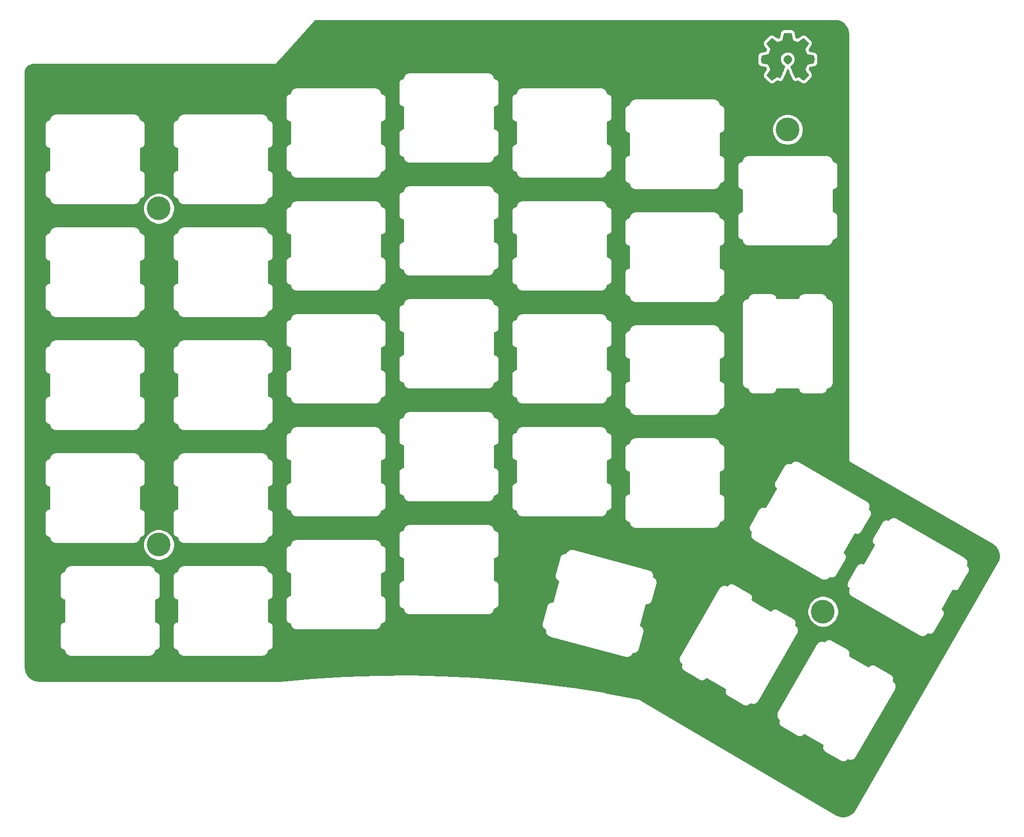
<source format=gbl>
G04 #@! TF.GenerationSoftware,KiCad,Pcbnew,(5.1.5)-3*
G04 #@! TF.CreationDate,2020-05-15T01:34:05+04:00*
G04 #@! TF.ProjectId,redox_rev2_ng-TOP,7265646f-785f-4726-9576-325f6e672d54,2.0 NG*
G04 #@! TF.SameCoordinates,Original*
G04 #@! TF.FileFunction,Copper,L2,Bot*
G04 #@! TF.FilePolarity,Positive*
%FSLAX46Y46*%
G04 Gerber Fmt 4.6, Leading zero omitted, Abs format (unit mm)*
G04 Created by KiCad (PCBNEW (5.1.5)-3) date 2020-05-15 01:34:05*
%MOMM*%
%LPD*%
G04 APERTURE LIST*
%ADD10C,0.010000*%
%ADD11C,4.000000*%
%ADD12C,0.254000*%
G04 APERTURE END LIST*
D10*
G36*
X207553464Y-46000427D02*
G01*
X207440882Y-46597618D01*
X207025469Y-46768865D01*
X206610055Y-46940112D01*
X206111698Y-46601233D01*
X205972131Y-46506877D01*
X205845971Y-46422630D01*
X205739104Y-46352338D01*
X205657417Y-46299847D01*
X205606798Y-46269004D01*
X205593013Y-46262353D01*
X205568179Y-46279458D01*
X205515111Y-46326744D01*
X205439759Y-46398172D01*
X205348070Y-46487700D01*
X205245992Y-46589289D01*
X205139473Y-46696898D01*
X205034463Y-46804487D01*
X204936908Y-46906015D01*
X204852757Y-46995441D01*
X204787959Y-47066726D01*
X204748462Y-47113828D01*
X204739019Y-47129592D01*
X204752608Y-47158653D01*
X204790706Y-47222321D01*
X204849306Y-47314367D01*
X204924402Y-47428564D01*
X205011991Y-47558684D01*
X205062745Y-47632901D01*
X205155254Y-47768422D01*
X205237459Y-47890716D01*
X205305369Y-47993695D01*
X205354999Y-48071273D01*
X205382359Y-48117361D01*
X205386470Y-48127047D01*
X205377150Y-48154574D01*
X205351745Y-48218728D01*
X205314088Y-48310490D01*
X205268013Y-48420839D01*
X205217353Y-48540755D01*
X205165940Y-48661219D01*
X205117610Y-48773209D01*
X205076193Y-48867707D01*
X205045525Y-48935692D01*
X205029438Y-48968143D01*
X205028488Y-48969420D01*
X205003227Y-48975617D01*
X204935954Y-48989440D01*
X204833639Y-49009532D01*
X204703258Y-49034534D01*
X204551783Y-49063086D01*
X204463406Y-49079551D01*
X204301547Y-49110369D01*
X204155350Y-49139694D01*
X204032212Y-49165921D01*
X203939530Y-49187446D01*
X203884698Y-49202665D01*
X203873676Y-49207493D01*
X203862881Y-49240174D01*
X203854170Y-49313985D01*
X203847539Y-49420292D01*
X203842981Y-49550467D01*
X203840490Y-49695876D01*
X203840061Y-49847890D01*
X203841688Y-49997877D01*
X203845364Y-50137206D01*
X203851084Y-50257245D01*
X203858842Y-50349365D01*
X203868631Y-50404932D01*
X203874503Y-50416500D01*
X203909600Y-50430365D01*
X203983971Y-50450188D01*
X204087776Y-50473639D01*
X204211180Y-50498391D01*
X204254258Y-50506398D01*
X204461952Y-50544441D01*
X204626015Y-50575079D01*
X204751869Y-50599529D01*
X204844934Y-50619009D01*
X204910632Y-50634736D01*
X204954382Y-50647928D01*
X204981607Y-50659804D01*
X204997727Y-50671580D01*
X204999982Y-50673908D01*
X205022496Y-50711400D01*
X205056841Y-50784365D01*
X205099588Y-50883867D01*
X205147307Y-51000973D01*
X205196569Y-51126748D01*
X205243944Y-51252257D01*
X205286004Y-51368565D01*
X205319319Y-51466739D01*
X205340458Y-51537843D01*
X205345994Y-51572942D01*
X205345533Y-51574172D01*
X205326776Y-51602861D01*
X205284223Y-51665985D01*
X205222346Y-51756973D01*
X205145617Y-51869255D01*
X205058508Y-51996260D01*
X205033701Y-52032353D01*
X204945247Y-52163203D01*
X204867411Y-52282591D01*
X204804433Y-52383662D01*
X204760554Y-52459559D01*
X204740014Y-52503427D01*
X204739019Y-52508817D01*
X204756277Y-52537144D01*
X204803964Y-52593261D01*
X204875949Y-52671137D01*
X204966102Y-52764740D01*
X205068294Y-52868041D01*
X205176394Y-52975006D01*
X205284271Y-53079606D01*
X205385795Y-53175809D01*
X205474837Y-53257584D01*
X205545266Y-53318900D01*
X205590952Y-53353726D01*
X205603590Y-53359412D01*
X205633008Y-53346020D01*
X205693238Y-53309899D01*
X205774470Y-53257136D01*
X205836969Y-53214667D01*
X205950214Y-53136740D01*
X206084325Y-53044984D01*
X206218844Y-52953375D01*
X206291166Y-52904346D01*
X206535961Y-52738770D01*
X206741449Y-52849875D01*
X206835063Y-52898548D01*
X206914669Y-52936381D01*
X206968532Y-52957958D01*
X206982242Y-52960961D01*
X206998729Y-52938793D01*
X207031254Y-52876149D01*
X207077391Y-52778809D01*
X207134709Y-52652549D01*
X207200783Y-52503150D01*
X207273184Y-52336388D01*
X207349483Y-52158042D01*
X207427253Y-51973891D01*
X207504065Y-51789712D01*
X207577493Y-51611285D01*
X207645107Y-51444387D01*
X207704479Y-51294797D01*
X207753183Y-51168293D01*
X207788789Y-51070654D01*
X207808869Y-51007657D01*
X207812099Y-50986021D01*
X207786503Y-50958424D01*
X207730461Y-50913625D01*
X207655688Y-50860934D01*
X207649412Y-50856765D01*
X207456154Y-50702069D01*
X207300325Y-50521591D01*
X207183275Y-50321102D01*
X207106354Y-50106374D01*
X207070913Y-49883177D01*
X207078302Y-49657281D01*
X207129872Y-49434459D01*
X207226973Y-49220479D01*
X207255541Y-49173664D01*
X207404131Y-48984618D01*
X207579672Y-48832812D01*
X207776089Y-48719034D01*
X207987306Y-48644075D01*
X208207246Y-48608722D01*
X208429836Y-48613767D01*
X208648998Y-48659999D01*
X208858657Y-48748206D01*
X209052738Y-48879179D01*
X209112773Y-48932337D01*
X209265564Y-49098739D01*
X209376902Y-49273912D01*
X209453276Y-49470266D01*
X209495812Y-49664717D01*
X209506313Y-49883342D01*
X209471299Y-50103052D01*
X209394326Y-50316420D01*
X209278952Y-50516022D01*
X209128734Y-50694429D01*
X208947226Y-50844217D01*
X208923372Y-50860006D01*
X208847798Y-50911712D01*
X208790348Y-50956512D01*
X208762882Y-50985117D01*
X208762482Y-50986021D01*
X208768379Y-51016964D01*
X208791754Y-51087191D01*
X208830178Y-51190925D01*
X208881222Y-51322390D01*
X208942457Y-51475807D01*
X209011455Y-51645401D01*
X209085786Y-51825393D01*
X209163021Y-52010008D01*
X209240731Y-52193468D01*
X209316488Y-52369996D01*
X209387862Y-52533814D01*
X209452425Y-52679147D01*
X209507747Y-52800217D01*
X209551399Y-52891247D01*
X209580953Y-52946460D01*
X209592855Y-52960961D01*
X209629222Y-52949669D01*
X209697269Y-52919385D01*
X209785263Y-52875520D01*
X209833649Y-52849875D01*
X210039136Y-52738770D01*
X210283931Y-52904346D01*
X210408893Y-52989170D01*
X210545704Y-53082516D01*
X210673911Y-53170408D01*
X210738128Y-53214667D01*
X210828448Y-53275318D01*
X210904928Y-53323381D01*
X210957592Y-53352770D01*
X210974697Y-53358982D01*
X210999594Y-53342223D01*
X211054694Y-53295436D01*
X211134656Y-53223480D01*
X211234139Y-53131212D01*
X211347799Y-53023490D01*
X211419684Y-52954326D01*
X211545448Y-52830757D01*
X211654136Y-52720234D01*
X211741354Y-52627485D01*
X211802710Y-52557237D01*
X211833808Y-52514220D01*
X211836791Y-52505490D01*
X211822946Y-52472284D01*
X211784687Y-52405142D01*
X211726258Y-52310863D01*
X211651902Y-52196245D01*
X211565864Y-52068083D01*
X211541397Y-52032353D01*
X211452245Y-51902489D01*
X211372261Y-51785569D01*
X211305919Y-51688162D01*
X211257688Y-51616839D01*
X211232042Y-51578170D01*
X211229564Y-51574172D01*
X211233270Y-51543355D01*
X211252938Y-51475599D01*
X211285139Y-51379839D01*
X211326444Y-51265009D01*
X211373424Y-51140044D01*
X211422650Y-51013879D01*
X211470691Y-50895448D01*
X211514118Y-50793685D01*
X211549503Y-50717526D01*
X211573415Y-50675904D01*
X211575115Y-50673908D01*
X211589737Y-50662013D01*
X211614434Y-50650250D01*
X211654627Y-50637401D01*
X211715736Y-50622249D01*
X211803182Y-50603576D01*
X211922387Y-50580165D01*
X212078772Y-50550797D01*
X212277756Y-50514255D01*
X212320839Y-50506398D01*
X212448529Y-50481727D01*
X212559846Y-50457593D01*
X212644954Y-50436324D01*
X212694016Y-50420248D01*
X212700594Y-50416500D01*
X212711435Y-50383273D01*
X212720246Y-50309021D01*
X212727023Y-50202376D01*
X212731759Y-50071967D01*
X212734449Y-49926427D01*
X212735086Y-49774386D01*
X212733665Y-49624476D01*
X212730179Y-49485328D01*
X212724623Y-49365572D01*
X212716991Y-49273841D01*
X212707277Y-49218766D01*
X212701421Y-49207493D01*
X212668819Y-49196123D01*
X212594581Y-49177624D01*
X212486103Y-49153602D01*
X212350782Y-49125662D01*
X212196014Y-49095408D01*
X212111692Y-49079551D01*
X211951703Y-49049644D01*
X211809032Y-49022550D01*
X211690651Y-48999631D01*
X211603534Y-48982243D01*
X211554654Y-48971747D01*
X211546609Y-48969420D01*
X211533012Y-48943186D01*
X211504270Y-48879995D01*
X211464214Y-48788877D01*
X211416675Y-48678857D01*
X211365484Y-48558965D01*
X211314473Y-48438227D01*
X211267473Y-48325671D01*
X211228315Y-48230326D01*
X211200830Y-48161217D01*
X211188850Y-48127374D01*
X211188627Y-48125895D01*
X211202208Y-48099197D01*
X211240284Y-48037760D01*
X211298852Y-47947689D01*
X211373911Y-47835090D01*
X211461459Y-47706070D01*
X211512352Y-47631961D01*
X211605090Y-47496077D01*
X211687458Y-47372709D01*
X211755438Y-47268097D01*
X211805011Y-47188483D01*
X211832157Y-47140107D01*
X211836078Y-47129262D01*
X211819224Y-47104020D01*
X211772631Y-47050124D01*
X211702251Y-46973613D01*
X211614034Y-46880523D01*
X211513934Y-46776895D01*
X211407901Y-46668764D01*
X211301888Y-46562170D01*
X211201847Y-46463150D01*
X211113729Y-46377742D01*
X211043486Y-46311985D01*
X210997071Y-46271916D01*
X210981543Y-46262353D01*
X210956260Y-46275800D01*
X210895788Y-46313575D01*
X210806007Y-46371835D01*
X210692796Y-46446734D01*
X210562036Y-46534425D01*
X210463400Y-46601233D01*
X209965042Y-46940112D01*
X209549629Y-46768865D01*
X209134215Y-46597618D01*
X209021633Y-46000427D01*
X208909050Y-45403235D01*
X207666047Y-45403235D01*
X207553464Y-46000427D01*
G37*
X207553464Y-46000427D02*
X207440882Y-46597618D01*
X207025469Y-46768865D01*
X206610055Y-46940112D01*
X206111698Y-46601233D01*
X205972131Y-46506877D01*
X205845971Y-46422630D01*
X205739104Y-46352338D01*
X205657417Y-46299847D01*
X205606798Y-46269004D01*
X205593013Y-46262353D01*
X205568179Y-46279458D01*
X205515111Y-46326744D01*
X205439759Y-46398172D01*
X205348070Y-46487700D01*
X205245992Y-46589289D01*
X205139473Y-46696898D01*
X205034463Y-46804487D01*
X204936908Y-46906015D01*
X204852757Y-46995441D01*
X204787959Y-47066726D01*
X204748462Y-47113828D01*
X204739019Y-47129592D01*
X204752608Y-47158653D01*
X204790706Y-47222321D01*
X204849306Y-47314367D01*
X204924402Y-47428564D01*
X205011991Y-47558684D01*
X205062745Y-47632901D01*
X205155254Y-47768422D01*
X205237459Y-47890716D01*
X205305369Y-47993695D01*
X205354999Y-48071273D01*
X205382359Y-48117361D01*
X205386470Y-48127047D01*
X205377150Y-48154574D01*
X205351745Y-48218728D01*
X205314088Y-48310490D01*
X205268013Y-48420839D01*
X205217353Y-48540755D01*
X205165940Y-48661219D01*
X205117610Y-48773209D01*
X205076193Y-48867707D01*
X205045525Y-48935692D01*
X205029438Y-48968143D01*
X205028488Y-48969420D01*
X205003227Y-48975617D01*
X204935954Y-48989440D01*
X204833639Y-49009532D01*
X204703258Y-49034534D01*
X204551783Y-49063086D01*
X204463406Y-49079551D01*
X204301547Y-49110369D01*
X204155350Y-49139694D01*
X204032212Y-49165921D01*
X203939530Y-49187446D01*
X203884698Y-49202665D01*
X203873676Y-49207493D01*
X203862881Y-49240174D01*
X203854170Y-49313985D01*
X203847539Y-49420292D01*
X203842981Y-49550467D01*
X203840490Y-49695876D01*
X203840061Y-49847890D01*
X203841688Y-49997877D01*
X203845364Y-50137206D01*
X203851084Y-50257245D01*
X203858842Y-50349365D01*
X203868631Y-50404932D01*
X203874503Y-50416500D01*
X203909600Y-50430365D01*
X203983971Y-50450188D01*
X204087776Y-50473639D01*
X204211180Y-50498391D01*
X204254258Y-50506398D01*
X204461952Y-50544441D01*
X204626015Y-50575079D01*
X204751869Y-50599529D01*
X204844934Y-50619009D01*
X204910632Y-50634736D01*
X204954382Y-50647928D01*
X204981607Y-50659804D01*
X204997727Y-50671580D01*
X204999982Y-50673908D01*
X205022496Y-50711400D01*
X205056841Y-50784365D01*
X205099588Y-50883867D01*
X205147307Y-51000973D01*
X205196569Y-51126748D01*
X205243944Y-51252257D01*
X205286004Y-51368565D01*
X205319319Y-51466739D01*
X205340458Y-51537843D01*
X205345994Y-51572942D01*
X205345533Y-51574172D01*
X205326776Y-51602861D01*
X205284223Y-51665985D01*
X205222346Y-51756973D01*
X205145617Y-51869255D01*
X205058508Y-51996260D01*
X205033701Y-52032353D01*
X204945247Y-52163203D01*
X204867411Y-52282591D01*
X204804433Y-52383662D01*
X204760554Y-52459559D01*
X204740014Y-52503427D01*
X204739019Y-52508817D01*
X204756277Y-52537144D01*
X204803964Y-52593261D01*
X204875949Y-52671137D01*
X204966102Y-52764740D01*
X205068294Y-52868041D01*
X205176394Y-52975006D01*
X205284271Y-53079606D01*
X205385795Y-53175809D01*
X205474837Y-53257584D01*
X205545266Y-53318900D01*
X205590952Y-53353726D01*
X205603590Y-53359412D01*
X205633008Y-53346020D01*
X205693238Y-53309899D01*
X205774470Y-53257136D01*
X205836969Y-53214667D01*
X205950214Y-53136740D01*
X206084325Y-53044984D01*
X206218844Y-52953375D01*
X206291166Y-52904346D01*
X206535961Y-52738770D01*
X206741449Y-52849875D01*
X206835063Y-52898548D01*
X206914669Y-52936381D01*
X206968532Y-52957958D01*
X206982242Y-52960961D01*
X206998729Y-52938793D01*
X207031254Y-52876149D01*
X207077391Y-52778809D01*
X207134709Y-52652549D01*
X207200783Y-52503150D01*
X207273184Y-52336388D01*
X207349483Y-52158042D01*
X207427253Y-51973891D01*
X207504065Y-51789712D01*
X207577493Y-51611285D01*
X207645107Y-51444387D01*
X207704479Y-51294797D01*
X207753183Y-51168293D01*
X207788789Y-51070654D01*
X207808869Y-51007657D01*
X207812099Y-50986021D01*
X207786503Y-50958424D01*
X207730461Y-50913625D01*
X207655688Y-50860934D01*
X207649412Y-50856765D01*
X207456154Y-50702069D01*
X207300325Y-50521591D01*
X207183275Y-50321102D01*
X207106354Y-50106374D01*
X207070913Y-49883177D01*
X207078302Y-49657281D01*
X207129872Y-49434459D01*
X207226973Y-49220479D01*
X207255541Y-49173664D01*
X207404131Y-48984618D01*
X207579672Y-48832812D01*
X207776089Y-48719034D01*
X207987306Y-48644075D01*
X208207246Y-48608722D01*
X208429836Y-48613767D01*
X208648998Y-48659999D01*
X208858657Y-48748206D01*
X209052738Y-48879179D01*
X209112773Y-48932337D01*
X209265564Y-49098739D01*
X209376902Y-49273912D01*
X209453276Y-49470266D01*
X209495812Y-49664717D01*
X209506313Y-49883342D01*
X209471299Y-50103052D01*
X209394326Y-50316420D01*
X209278952Y-50516022D01*
X209128734Y-50694429D01*
X208947226Y-50844217D01*
X208923372Y-50860006D01*
X208847798Y-50911712D01*
X208790348Y-50956512D01*
X208762882Y-50985117D01*
X208762482Y-50986021D01*
X208768379Y-51016964D01*
X208791754Y-51087191D01*
X208830178Y-51190925D01*
X208881222Y-51322390D01*
X208942457Y-51475807D01*
X209011455Y-51645401D01*
X209085786Y-51825393D01*
X209163021Y-52010008D01*
X209240731Y-52193468D01*
X209316488Y-52369996D01*
X209387862Y-52533814D01*
X209452425Y-52679147D01*
X209507747Y-52800217D01*
X209551399Y-52891247D01*
X209580953Y-52946460D01*
X209592855Y-52960961D01*
X209629222Y-52949669D01*
X209697269Y-52919385D01*
X209785263Y-52875520D01*
X209833649Y-52849875D01*
X210039136Y-52738770D01*
X210283931Y-52904346D01*
X210408893Y-52989170D01*
X210545704Y-53082516D01*
X210673911Y-53170408D01*
X210738128Y-53214667D01*
X210828448Y-53275318D01*
X210904928Y-53323381D01*
X210957592Y-53352770D01*
X210974697Y-53358982D01*
X210999594Y-53342223D01*
X211054694Y-53295436D01*
X211134656Y-53223480D01*
X211234139Y-53131212D01*
X211347799Y-53023490D01*
X211419684Y-52954326D01*
X211545448Y-52830757D01*
X211654136Y-52720234D01*
X211741354Y-52627485D01*
X211802710Y-52557237D01*
X211833808Y-52514220D01*
X211836791Y-52505490D01*
X211822946Y-52472284D01*
X211784687Y-52405142D01*
X211726258Y-52310863D01*
X211651902Y-52196245D01*
X211565864Y-52068083D01*
X211541397Y-52032353D01*
X211452245Y-51902489D01*
X211372261Y-51785569D01*
X211305919Y-51688162D01*
X211257688Y-51616839D01*
X211232042Y-51578170D01*
X211229564Y-51574172D01*
X211233270Y-51543355D01*
X211252938Y-51475599D01*
X211285139Y-51379839D01*
X211326444Y-51265009D01*
X211373424Y-51140044D01*
X211422650Y-51013879D01*
X211470691Y-50895448D01*
X211514118Y-50793685D01*
X211549503Y-50717526D01*
X211573415Y-50675904D01*
X211575115Y-50673908D01*
X211589737Y-50662013D01*
X211614434Y-50650250D01*
X211654627Y-50637401D01*
X211715736Y-50622249D01*
X211803182Y-50603576D01*
X211922387Y-50580165D01*
X212078772Y-50550797D01*
X212277756Y-50514255D01*
X212320839Y-50506398D01*
X212448529Y-50481727D01*
X212559846Y-50457593D01*
X212644954Y-50436324D01*
X212694016Y-50420248D01*
X212700594Y-50416500D01*
X212711435Y-50383273D01*
X212720246Y-50309021D01*
X212727023Y-50202376D01*
X212731759Y-50071967D01*
X212734449Y-49926427D01*
X212735086Y-49774386D01*
X212733665Y-49624476D01*
X212730179Y-49485328D01*
X212724623Y-49365572D01*
X212716991Y-49273841D01*
X212707277Y-49218766D01*
X212701421Y-49207493D01*
X212668819Y-49196123D01*
X212594581Y-49177624D01*
X212486103Y-49153602D01*
X212350782Y-49125662D01*
X212196014Y-49095408D01*
X212111692Y-49079551D01*
X211951703Y-49049644D01*
X211809032Y-49022550D01*
X211690651Y-48999631D01*
X211603534Y-48982243D01*
X211554654Y-48971747D01*
X211546609Y-48969420D01*
X211533012Y-48943186D01*
X211504270Y-48879995D01*
X211464214Y-48788877D01*
X211416675Y-48678857D01*
X211365484Y-48558965D01*
X211314473Y-48438227D01*
X211267473Y-48325671D01*
X211228315Y-48230326D01*
X211200830Y-48161217D01*
X211188850Y-48127374D01*
X211188627Y-48125895D01*
X211202208Y-48099197D01*
X211240284Y-48037760D01*
X211298852Y-47947689D01*
X211373911Y-47835090D01*
X211461459Y-47706070D01*
X211512352Y-47631961D01*
X211605090Y-47496077D01*
X211687458Y-47372709D01*
X211755438Y-47268097D01*
X211805011Y-47188483D01*
X211832157Y-47140107D01*
X211836078Y-47129262D01*
X211819224Y-47104020D01*
X211772631Y-47050124D01*
X211702251Y-46973613D01*
X211614034Y-46880523D01*
X211513934Y-46776895D01*
X211407901Y-46668764D01*
X211301888Y-46562170D01*
X211201847Y-46463150D01*
X211113729Y-46377742D01*
X211043486Y-46311985D01*
X210997071Y-46271916D01*
X210981543Y-46262353D01*
X210956260Y-46275800D01*
X210895788Y-46313575D01*
X210806007Y-46371835D01*
X210692796Y-46446734D01*
X210562036Y-46534425D01*
X210463400Y-46601233D01*
X209965042Y-46940112D01*
X209549629Y-46768865D01*
X209134215Y-46597618D01*
X209021633Y-46000427D01*
X208909050Y-45403235D01*
X207666047Y-45403235D01*
X207553464Y-46000427D01*
D11*
X208300000Y-61700000D03*
X102235000Y-75000000D03*
X102235000Y-131725000D03*
X214250000Y-143000000D03*
D12*
G36*
X216731407Y-43331460D02*
G01*
X217147384Y-43457840D01*
X217530891Y-43662610D01*
X217867321Y-43937971D01*
X218143858Y-44273432D01*
X218349970Y-44656216D01*
X218477810Y-45071752D01*
X218525452Y-45532742D01*
X218525310Y-45548125D01*
X218525000Y-45551271D01*
X218525001Y-117304428D01*
X218523256Y-117361371D01*
X218530569Y-117405093D01*
X218534913Y-117449200D01*
X218541673Y-117471486D01*
X218545515Y-117494455D01*
X218561216Y-117535909D01*
X218574082Y-117578323D01*
X218585058Y-117598857D01*
X218593308Y-117620640D01*
X218616797Y-117658238D01*
X218637689Y-117697324D01*
X218652461Y-117715324D01*
X218664802Y-117735077D01*
X218695174Y-117767369D01*
X218723290Y-117801628D01*
X218741290Y-117816401D01*
X218757247Y-117833366D01*
X218793326Y-117859106D01*
X218827594Y-117887229D01*
X218877844Y-117914088D01*
X242776813Y-131645597D01*
X243163164Y-131920854D01*
X243461448Y-132237032D01*
X243692637Y-132605124D01*
X243847928Y-133011112D01*
X243921403Y-133439528D01*
X243910266Y-133874053D01*
X243814940Y-134298149D01*
X243627254Y-134722324D01*
X243624205Y-134727559D01*
X243623284Y-134728846D01*
X219625630Y-176374776D01*
X219339366Y-176774626D01*
X219010481Y-177083470D01*
X218627869Y-177322553D01*
X218206103Y-177482766D01*
X217761257Y-177558007D01*
X217310263Y-177545409D01*
X216870308Y-177445454D01*
X216430171Y-177249493D01*
X187861325Y-160444291D01*
X206380481Y-160444291D01*
X206384812Y-160506232D01*
X206388278Y-160568215D01*
X206389807Y-160577657D01*
X206402826Y-160654629D01*
X206419098Y-160714521D01*
X206434541Y-160774668D01*
X206437874Y-160783633D01*
X206465595Y-160856612D01*
X206493212Y-160912247D01*
X206520030Y-160968221D01*
X206525042Y-160976368D01*
X206566410Y-161042571D01*
X206604258Y-161091716D01*
X206641476Y-161141468D01*
X206647974Y-161148485D01*
X206701414Y-161205394D01*
X206748169Y-161246326D01*
X206794267Y-161287833D01*
X206801999Y-161293451D01*
X206802002Y-161293454D01*
X206802004Y-161293455D01*
X206854358Y-161330937D01*
X206850024Y-161340672D01*
X206832070Y-161380299D01*
X206825933Y-161406619D01*
X206821912Y-161418709D01*
X206801490Y-161477354D01*
X206799306Y-161486666D01*
X206790659Y-161524729D01*
X206782882Y-161586300D01*
X206774239Y-161647808D01*
X206773906Y-161657367D01*
X206772817Y-161696383D01*
X206777147Y-161758291D01*
X206780615Y-161820300D01*
X206782144Y-161829741D01*
X206788654Y-161868228D01*
X206804946Y-161928188D01*
X206820372Y-161988267D01*
X206823705Y-161997231D01*
X206837566Y-162033720D01*
X206865161Y-162089309D01*
X206891998Y-162145321D01*
X206897010Y-162153467D01*
X206917694Y-162186568D01*
X206955582Y-162235766D01*
X206992763Y-162285467D01*
X206999261Y-162292485D01*
X207025981Y-162320939D01*
X207072703Y-162361841D01*
X207085706Y-162373548D01*
X207103224Y-162392252D01*
X207124858Y-162407755D01*
X207126584Y-162409009D01*
X207150472Y-162426110D01*
X207185421Y-162451154D01*
X209928379Y-164034798D01*
X209954707Y-164046727D01*
X209955641Y-164047275D01*
X209964351Y-164051226D01*
X209980763Y-164058533D01*
X210020488Y-164076532D01*
X210046817Y-164082671D01*
X210058932Y-164086701D01*
X210117532Y-164107108D01*
X210126843Y-164109292D01*
X210126862Y-164109296D01*
X210126864Y-164109297D01*
X210126866Y-164109297D01*
X210164906Y-164117940D01*
X210226500Y-164125722D01*
X210288003Y-164134364D01*
X210297533Y-164134696D01*
X210297541Y-164134697D01*
X210297561Y-164134697D01*
X210336579Y-164135786D01*
X210398501Y-164131454D01*
X210460492Y-164127988D01*
X210469934Y-164126459D01*
X210508421Y-164119949D01*
X210568344Y-164103668D01*
X210628484Y-164088224D01*
X210637429Y-164084897D01*
X210637433Y-164084896D01*
X210637436Y-164084894D01*
X210637448Y-164084890D01*
X210673936Y-164071028D01*
X210729536Y-164043426D01*
X210785508Y-164016609D01*
X210793654Y-164011597D01*
X210793674Y-164011584D01*
X210793681Y-164011581D01*
X210793687Y-164011576D01*
X210826756Y-163990913D01*
X210875933Y-163953042D01*
X210925682Y-163915823D01*
X210932699Y-163909324D01*
X210961152Y-163882603D01*
X211002018Y-163835919D01*
X211013753Y-163822886D01*
X211032443Y-163805381D01*
X211047931Y-163783768D01*
X211049195Y-163782028D01*
X211049203Y-163782016D01*
X211049208Y-163782011D01*
X211049211Y-163782005D01*
X211061296Y-163765125D01*
X214213691Y-165585162D01*
X214211235Y-165590678D01*
X214193286Y-165630293D01*
X214187148Y-165656615D01*
X214183130Y-165668694D01*
X214162709Y-165727335D01*
X214160525Y-165736646D01*
X214151877Y-165774709D01*
X214144096Y-165836298D01*
X214135454Y-165897788D01*
X214135120Y-165907346D01*
X214134030Y-165946363D01*
X214138361Y-166008293D01*
X214141826Y-166070280D01*
X214143355Y-166079721D01*
X214149864Y-166118208D01*
X214166147Y-166178143D01*
X214181584Y-166238264D01*
X214184917Y-166247228D01*
X214198778Y-166283717D01*
X214226373Y-166339305D01*
X214253205Y-166395310D01*
X214258217Y-166403456D01*
X214278901Y-166436558D01*
X214316782Y-166485749D01*
X214353975Y-166535465D01*
X214360473Y-166542483D01*
X214387193Y-166570937D01*
X214433896Y-166611823D01*
X214446965Y-166623590D01*
X214464441Y-166642249D01*
X214485613Y-166657421D01*
X214487777Y-166658993D01*
X214519513Y-166681714D01*
X214519518Y-166681717D01*
X214546638Y-166701151D01*
X217289592Y-168284799D01*
X217315907Y-168296722D01*
X217316841Y-168297270D01*
X217325551Y-168301221D01*
X217342073Y-168308578D01*
X217381702Y-168326533D01*
X217408019Y-168332669D01*
X217420142Y-168336702D01*
X217478763Y-168357115D01*
X217488075Y-168359299D01*
X217526138Y-168367946D01*
X217587710Y-168375723D01*
X217649200Y-168384365D01*
X217658758Y-168384699D01*
X217697776Y-168385789D01*
X217759709Y-168381458D01*
X217821693Y-168377993D01*
X217831134Y-168376464D01*
X217869621Y-168369955D01*
X217929532Y-168353678D01*
X217989686Y-168338232D01*
X217998630Y-168334906D01*
X217998633Y-168334905D01*
X217998635Y-168334904D01*
X217998651Y-168334898D01*
X218035140Y-168321036D01*
X218090707Y-168293451D01*
X218146732Y-168266608D01*
X218154878Y-168261596D01*
X218187979Y-168240912D01*
X218237177Y-168203024D01*
X218286878Y-168165843D01*
X218293896Y-168159345D01*
X218322350Y-168132625D01*
X218363216Y-168085944D01*
X218374992Y-168072865D01*
X218393661Y-168055380D01*
X218408944Y-168034053D01*
X218410411Y-168032033D01*
X218425080Y-168011544D01*
X218454547Y-168024664D01*
X218474522Y-168033714D01*
X218475263Y-168033887D01*
X218490903Y-168040850D01*
X218549813Y-168060446D01*
X218608446Y-168080864D01*
X218617758Y-168083048D01*
X218693884Y-168100343D01*
X218755478Y-168108124D01*
X218816963Y-168116764D01*
X218826518Y-168117098D01*
X218826521Y-168117098D01*
X218904556Y-168119277D01*
X218966491Y-168114945D01*
X219028473Y-168111480D01*
X219037914Y-168109951D01*
X219114886Y-168096932D01*
X219174829Y-168080646D01*
X219234934Y-168065213D01*
X219243898Y-168061880D01*
X219316876Y-168034158D01*
X219372485Y-168006553D01*
X219428479Y-167979724D01*
X219436626Y-167974713D01*
X219502829Y-167933344D01*
X219552053Y-167895436D01*
X219601730Y-167858272D01*
X219608744Y-167851777D01*
X219608749Y-167851773D01*
X219608753Y-167851768D01*
X219665655Y-167798334D01*
X219706534Y-167751637D01*
X219748087Y-167705488D01*
X219753709Y-167697750D01*
X219796897Y-167637426D01*
X219818587Y-167607158D01*
X226452236Y-156117345D01*
X226464213Y-156090912D01*
X226465403Y-156088883D01*
X226469354Y-156080173D01*
X226484945Y-156045154D01*
X226493970Y-156025236D01*
X226494142Y-156024497D01*
X226501106Y-156008856D01*
X226520707Y-155949931D01*
X226541120Y-155891311D01*
X226543305Y-155881999D01*
X226560600Y-155805872D01*
X226568380Y-155744279D01*
X226577020Y-155682804D01*
X226577354Y-155673246D01*
X226579534Y-155595211D01*
X226575203Y-155533274D01*
X226571737Y-155471286D01*
X226570208Y-155461845D01*
X226557189Y-155384872D01*
X226540907Y-155324946D01*
X226525470Y-155264823D01*
X226522137Y-155255859D01*
X226494415Y-155182881D01*
X226466806Y-155127264D01*
X226439983Y-155071281D01*
X226434972Y-155063135D01*
X226393603Y-154996931D01*
X226355706Y-154947722D01*
X226318533Y-154898031D01*
X226312035Y-154891013D01*
X226258595Y-154834105D01*
X226211860Y-154793191D01*
X226165740Y-154751665D01*
X226158003Y-154746043D01*
X226105656Y-154708567D01*
X226109969Y-154698882D01*
X226127945Y-154659207D01*
X226134083Y-154632884D01*
X226138113Y-154620768D01*
X226158526Y-154562147D01*
X226160710Y-154552835D01*
X226169357Y-154514772D01*
X226177134Y-154453200D01*
X226185776Y-154391710D01*
X226186110Y-154382152D01*
X226187200Y-154343134D01*
X226182871Y-154281226D01*
X226179402Y-154219200D01*
X226177873Y-154209759D01*
X226171363Y-154171273D01*
X226155074Y-154111322D01*
X226139645Y-154051233D01*
X226136312Y-154042269D01*
X226122451Y-154005780D01*
X226094845Y-153950169D01*
X226068016Y-153894174D01*
X226063004Y-153886028D01*
X226042319Y-153852926D01*
X226004446Y-153803748D01*
X225967245Y-153754023D01*
X225960747Y-153747005D01*
X225934027Y-153718552D01*
X225887309Y-153677655D01*
X225874290Y-153665932D01*
X225856793Y-153647251D01*
X225835403Y-153631923D01*
X225833443Y-153630499D01*
X225805707Y-153610643D01*
X225774596Y-153588349D01*
X223031635Y-152004701D01*
X223005315Y-151992775D01*
X223004373Y-151992223D01*
X222995663Y-151988272D01*
X222979150Y-151980921D01*
X222939526Y-151962967D01*
X222913203Y-151956829D01*
X222901093Y-151952801D01*
X222842482Y-151932390D01*
X222833171Y-151930206D01*
X222833152Y-151930202D01*
X222833150Y-151930201D01*
X222833148Y-151930201D01*
X222795108Y-151921558D01*
X222733514Y-151913776D01*
X222672011Y-151905134D01*
X222662481Y-151904802D01*
X222662473Y-151904801D01*
X222662453Y-151904801D01*
X222623435Y-151903712D01*
X222561512Y-151908044D01*
X222499522Y-151911510D01*
X222490081Y-151913039D01*
X222451593Y-151919549D01*
X222391686Y-151935826D01*
X222331530Y-151951274D01*
X222322565Y-151954608D01*
X222286078Y-151968470D01*
X222230505Y-151996060D01*
X222174506Y-152022889D01*
X222166360Y-152027901D01*
X222133258Y-152048585D01*
X222084081Y-152086456D01*
X222034332Y-152123675D01*
X222027315Y-152130174D01*
X221998862Y-152156895D01*
X221957996Y-152203579D01*
X221946241Y-152216635D01*
X221927569Y-152234123D01*
X221912326Y-152255395D01*
X221910818Y-152257470D01*
X221898721Y-152274367D01*
X218746325Y-150454333D01*
X218748774Y-150448833D01*
X218766728Y-150409206D01*
X218772864Y-150382892D01*
X218776893Y-150370780D01*
X218797309Y-150312149D01*
X218799493Y-150302838D01*
X218808140Y-150264776D01*
X218815917Y-150203207D01*
X218824560Y-150141710D01*
X218824894Y-150132152D01*
X218825984Y-150093135D01*
X218821653Y-150031205D01*
X218818188Y-149969218D01*
X218816660Y-149959777D01*
X218810150Y-149921291D01*
X218793869Y-149861365D01*
X218778430Y-149801234D01*
X218775097Y-149792270D01*
X218761236Y-149755781D01*
X218733641Y-149700192D01*
X218706804Y-149644180D01*
X218701792Y-149636034D01*
X218681108Y-149602933D01*
X218643233Y-149553751D01*
X218606031Y-149504025D01*
X218599533Y-149497007D01*
X218572813Y-149468554D01*
X218526089Y-149427652D01*
X218513078Y-149415936D01*
X218495574Y-149397247D01*
X218473946Y-149381748D01*
X218472237Y-149380507D01*
X218445538Y-149361392D01*
X218413376Y-149338345D01*
X215670417Y-147754701D01*
X215644090Y-147742773D01*
X215643155Y-147742224D01*
X215634445Y-147738273D01*
X215618027Y-147730963D01*
X215578307Y-147712967D01*
X215551979Y-147706828D01*
X215539850Y-147702794D01*
X215481231Y-147682383D01*
X215471920Y-147680199D01*
X215433856Y-147671553D01*
X215372264Y-147663775D01*
X215310793Y-147655137D01*
X215301235Y-147654804D01*
X215301227Y-147654804D01*
X215301221Y-147654803D01*
X215301215Y-147654803D01*
X215262217Y-147653715D01*
X215200339Y-147658044D01*
X215138301Y-147661513D01*
X215128860Y-147663042D01*
X215090374Y-147669552D01*
X215030455Y-147685833D01*
X214970313Y-147701277D01*
X214961348Y-147704611D01*
X214924861Y-147718473D01*
X214869263Y-147746075D01*
X214813269Y-147772905D01*
X214805122Y-147777916D01*
X214772021Y-147798602D01*
X214722833Y-147836484D01*
X214673116Y-147873679D01*
X214666099Y-147880178D01*
X214637646Y-147906899D01*
X214596775Y-147953589D01*
X214585069Y-147966590D01*
X214566351Y-147984122D01*
X214550716Y-148005940D01*
X214549594Y-148007485D01*
X214534937Y-148027959D01*
X214505360Y-148014791D01*
X214485493Y-148005789D01*
X214484757Y-148005618D01*
X214469122Y-147998656D01*
X214410195Y-147979053D01*
X214351586Y-147958643D01*
X214342275Y-147956458D01*
X214266148Y-147939161D01*
X214204566Y-147931381D01*
X214143063Y-147922737D01*
X214133504Y-147922403D01*
X214055469Y-147920223D01*
X213993571Y-147924551D01*
X213931553Y-147928018D01*
X213922112Y-147929547D01*
X213845139Y-147942565D01*
X213785203Y-147958849D01*
X213725092Y-147974282D01*
X213716128Y-147977615D01*
X213643148Y-148005336D01*
X213587557Y-148032931D01*
X213531549Y-148059765D01*
X213523403Y-148064776D01*
X213457198Y-148106144D01*
X213407979Y-148144047D01*
X213358291Y-148181217D01*
X213351273Y-148187715D01*
X213294364Y-148241155D01*
X213253468Y-148287870D01*
X213211928Y-148334004D01*
X213206306Y-148341741D01*
X213160861Y-148405216D01*
X213160855Y-148405226D01*
X213141424Y-148432342D01*
X206507781Y-159922158D01*
X206495807Y-159948586D01*
X206494618Y-159950612D01*
X206490666Y-159959322D01*
X206475011Y-159994483D01*
X206466047Y-160014267D01*
X206465876Y-160015000D01*
X206458913Y-160030639D01*
X206439312Y-160089562D01*
X206418898Y-160148181D01*
X206416714Y-160157492D01*
X206399418Y-160233618D01*
X206391637Y-160295207D01*
X206382995Y-160356697D01*
X206382661Y-160366256D01*
X206380481Y-160444291D01*
X187861325Y-160444291D01*
X183268307Y-157742516D01*
X183176540Y-157700035D01*
X183045385Y-157668328D01*
X183033314Y-157667835D01*
X182960075Y-157652821D01*
X182959970Y-157652801D01*
X182959856Y-157652776D01*
X182950473Y-157650924D01*
X177550098Y-156624050D01*
X177545385Y-156623222D01*
X177540690Y-156622329D01*
X177531259Y-156620739D01*
X172104316Y-155745053D01*
X172099550Y-155744352D01*
X172094864Y-155743596D01*
X172085392Y-155742270D01*
X166636115Y-155018454D01*
X166631342Y-155017888D01*
X166626625Y-155017261D01*
X166617120Y-155016200D01*
X161149758Y-154444820D01*
X161144958Y-154444386D01*
X161140239Y-154443893D01*
X161130708Y-154443098D01*
X155649524Y-154024597D01*
X155644710Y-154024297D01*
X155639982Y-154023936D01*
X155630441Y-154023407D01*
X155630430Y-154023407D01*
X150139700Y-153758114D01*
X150134867Y-153757948D01*
X150130144Y-153757720D01*
X150120584Y-153757458D01*
X144624583Y-153645578D01*
X144619819Y-153645548D01*
X144615020Y-153645450D01*
X144605456Y-153645456D01*
X139108475Y-153687078D01*
X139103694Y-153687181D01*
X139098912Y-153687217D01*
X139089494Y-153687486D01*
X139089352Y-153687489D01*
X139089281Y-153687493D01*
X133595677Y-153882579D01*
X133590903Y-153882815D01*
X133586121Y-153882985D01*
X133576572Y-153883524D01*
X128090487Y-154231930D01*
X128085705Y-154232301D01*
X128080946Y-154232603D01*
X128071416Y-154233409D01*
X122628509Y-154731992D01*
X82033648Y-154715014D01*
X81550984Y-154667688D01*
X81119073Y-154537287D01*
X80720720Y-154325480D01*
X80371086Y-154040325D01*
X80083503Y-153692697D01*
X79868915Y-153295825D01*
X79735500Y-152864834D01*
X79685000Y-152384346D01*
X79685000Y-151014542D01*
X189925472Y-151014542D01*
X189929801Y-151076448D01*
X189933267Y-151138456D01*
X189934796Y-151147898D01*
X189947814Y-151224871D01*
X189964085Y-151284761D01*
X189979533Y-151344928D01*
X189982867Y-151353892D01*
X190010589Y-151426871D01*
X190038196Y-151482486D01*
X190065021Y-151538473D01*
X190070033Y-151546620D01*
X190111401Y-151612823D01*
X190149291Y-151662023D01*
X190186472Y-151711724D01*
X190192970Y-151718742D01*
X190246410Y-151775650D01*
X190293146Y-151816564D01*
X190339259Y-151858085D01*
X190346996Y-151863707D01*
X190399346Y-151901186D01*
X190395028Y-151910885D01*
X190377062Y-151950537D01*
X190370924Y-151976860D01*
X190366896Y-151988970D01*
X190346483Y-152047586D01*
X190344299Y-152056897D01*
X190335651Y-152094960D01*
X190327869Y-152156554D01*
X190319227Y-152218057D01*
X190318895Y-152227587D01*
X190318894Y-152227595D01*
X190318894Y-152227615D01*
X190317805Y-152266633D01*
X190322133Y-152328510D01*
X190325600Y-152390529D01*
X190327129Y-152399971D01*
X190333638Y-152438458D01*
X190349921Y-152498392D01*
X190365362Y-152558526D01*
X190368686Y-152567465D01*
X190368688Y-152567471D01*
X190368696Y-152567491D01*
X190382558Y-152603980D01*
X190410142Y-152659546D01*
X190436981Y-152715564D01*
X190441993Y-152723710D01*
X190462677Y-152756812D01*
X190500532Y-152805968D01*
X190537759Y-152855729D01*
X190544258Y-152862746D01*
X190570979Y-152891200D01*
X190617644Y-152932051D01*
X190630747Y-152943849D01*
X190648216Y-152962500D01*
X190669285Y-152977598D01*
X190671562Y-152979252D01*
X190703300Y-153001974D01*
X190703308Y-153001978D01*
X190730413Y-153021402D01*
X193473371Y-154605049D01*
X193499686Y-154616972D01*
X193500625Y-154617523D01*
X193509335Y-154621474D01*
X193525832Y-154628819D01*
X193565480Y-154646783D01*
X193591801Y-154652920D01*
X193603922Y-154656952D01*
X193662542Y-154677365D01*
X193671847Y-154679547D01*
X193671849Y-154679548D01*
X193671851Y-154679548D01*
X193671854Y-154679549D01*
X193709917Y-154688196D01*
X193771489Y-154695973D01*
X193832979Y-154704615D01*
X193842537Y-154704949D01*
X193881555Y-154706039D01*
X193943506Y-154701707D01*
X194005486Y-154698241D01*
X194014928Y-154696712D01*
X194053415Y-154690202D01*
X194113363Y-154673914D01*
X194173457Y-154658484D01*
X194182421Y-154655151D01*
X194182427Y-154655149D01*
X194182429Y-154655148D01*
X194218910Y-154641290D01*
X194274507Y-154613691D01*
X194330516Y-154586855D01*
X194338662Y-154581843D01*
X194371764Y-154561159D01*
X194420948Y-154523280D01*
X194470668Y-154486084D01*
X194477685Y-154479585D01*
X194506139Y-154452864D01*
X194546990Y-154406199D01*
X194558781Y-154393103D01*
X194577440Y-154375627D01*
X194592611Y-154354456D01*
X194594191Y-154352281D01*
X194606291Y-154335380D01*
X197758685Y-156155416D01*
X197756229Y-156160934D01*
X197738281Y-156200547D01*
X197732144Y-156226866D01*
X197728130Y-156238933D01*
X197707705Y-156297584D01*
X197705521Y-156306896D01*
X197696873Y-156344958D01*
X197689092Y-156406543D01*
X197680449Y-156468040D01*
X197680115Y-156477599D01*
X197679025Y-156516616D01*
X197683356Y-156578549D01*
X197686821Y-156640533D01*
X197688350Y-156649974D01*
X197694859Y-156688461D01*
X197711133Y-156748362D01*
X197726575Y-156808507D01*
X197729909Y-156817472D01*
X197743769Y-156853960D01*
X197771364Y-156909553D01*
X197798199Y-156965562D01*
X197803211Y-156973708D01*
X197823895Y-157006810D01*
X197861776Y-157056001D01*
X197898969Y-157105717D01*
X197905467Y-157112735D01*
X197932187Y-157141189D01*
X197978890Y-157182075D01*
X197991976Y-157193857D01*
X198009433Y-157212496D01*
X198030249Y-157227412D01*
X198032771Y-157229245D01*
X198064507Y-157251966D01*
X198064537Y-157251983D01*
X198091630Y-157271398D01*
X200834585Y-158855047D01*
X200860901Y-158866971D01*
X200861834Y-158867518D01*
X200870544Y-158871469D01*
X200887033Y-158878811D01*
X200926694Y-158896781D01*
X200953014Y-158902918D01*
X200965124Y-158906946D01*
X201023740Y-158927359D01*
X201033051Y-158929543D01*
X201071114Y-158938191D01*
X201132703Y-158945972D01*
X201194193Y-158954614D01*
X201203748Y-158954948D01*
X201203751Y-158954948D01*
X201242769Y-158956038D01*
X201304702Y-158951707D01*
X201366686Y-158948242D01*
X201376127Y-158946713D01*
X201414614Y-158940204D01*
X201474549Y-158923921D01*
X201534670Y-158908484D01*
X201543634Y-158905151D01*
X201580123Y-158891290D01*
X201635711Y-158863695D01*
X201691716Y-158836863D01*
X201699862Y-158831851D01*
X201732964Y-158811167D01*
X201782155Y-158773286D01*
X201831871Y-158736093D01*
X201838889Y-158729595D01*
X201867343Y-158702875D01*
X201908209Y-158656194D01*
X201920007Y-158643091D01*
X201938649Y-158625631D01*
X201953653Y-158604694D01*
X201955404Y-158602283D01*
X201970073Y-158581793D01*
X201999534Y-158594910D01*
X202019515Y-158603963D01*
X202020255Y-158604136D01*
X202035893Y-158611098D01*
X202094804Y-158630695D01*
X202153440Y-158651114D01*
X202162745Y-158653296D01*
X202162747Y-158653297D01*
X202162749Y-158653297D01*
X202162752Y-158653298D01*
X202238878Y-158670593D01*
X202300453Y-158678371D01*
X202361948Y-158687014D01*
X202371506Y-158687348D01*
X202449542Y-158689528D01*
X202511446Y-158685199D01*
X202573456Y-158681733D01*
X202582898Y-158680204D01*
X202659871Y-158667186D01*
X202719761Y-158650915D01*
X202779928Y-158635467D01*
X202788892Y-158632133D01*
X202861871Y-158604411D01*
X202917486Y-158576804D01*
X202973473Y-158549979D01*
X202981620Y-158544967D01*
X203047823Y-158503599D01*
X203097023Y-158465709D01*
X203146724Y-158428528D01*
X203153742Y-158422030D01*
X203210650Y-158368590D01*
X203251564Y-158321854D01*
X203293085Y-158275741D01*
X203298707Y-158268004D01*
X203344152Y-158204528D01*
X203344186Y-158204469D01*
X203363580Y-158177405D01*
X209997229Y-146687593D01*
X210009205Y-146661162D01*
X210010394Y-146659135D01*
X210014345Y-146650425D01*
X210029941Y-146615395D01*
X210038963Y-146595484D01*
X210039135Y-146594746D01*
X210046098Y-146579107D01*
X210065695Y-146520196D01*
X210086114Y-146461560D01*
X210088298Y-146452248D01*
X210105593Y-146376122D01*
X210113371Y-146314547D01*
X210122014Y-146253052D01*
X210122348Y-146243494D01*
X210124528Y-146165458D01*
X210120199Y-146103556D01*
X210116733Y-146041544D01*
X210115204Y-146032102D01*
X210102186Y-145955128D01*
X210085912Y-145895228D01*
X210070467Y-145835072D01*
X210067133Y-145826108D01*
X210039411Y-145753129D01*
X210011802Y-145697511D01*
X209984978Y-145641526D01*
X209979967Y-145633380D01*
X209938598Y-145567176D01*
X209900701Y-145517967D01*
X209863528Y-145468276D01*
X209857030Y-145461258D01*
X209803590Y-145404350D01*
X209756835Y-145363419D01*
X209710741Y-145321915D01*
X209703004Y-145316293D01*
X209703001Y-145316290D01*
X209702995Y-145316286D01*
X209650654Y-145278813D01*
X209654929Y-145269211D01*
X209672938Y-145229464D01*
X209679077Y-145203138D01*
X209683104Y-145191030D01*
X209703517Y-145132414D01*
X209705701Y-145123103D01*
X209714349Y-145085040D01*
X209722131Y-145023446D01*
X209730773Y-144961943D01*
X209731105Y-144952413D01*
X209731106Y-144952405D01*
X209731106Y-144952385D01*
X209732195Y-144913367D01*
X209727867Y-144851490D01*
X209724400Y-144789471D01*
X209722871Y-144780030D01*
X209716362Y-144741542D01*
X209700084Y-144681625D01*
X209684638Y-144621473D01*
X209681304Y-144612509D01*
X209667442Y-144576019D01*
X209639850Y-144520439D01*
X209613019Y-144464436D01*
X209608007Y-144456290D01*
X209587323Y-144423188D01*
X209549468Y-144374032D01*
X209512241Y-144324271D01*
X209505743Y-144317254D01*
X209479021Y-144288800D01*
X209432339Y-144247934D01*
X209419261Y-144236158D01*
X209401784Y-144217499D01*
X209380678Y-144202375D01*
X209378438Y-144200747D01*
X209346700Y-144178026D01*
X209319586Y-144158596D01*
X206863325Y-142740475D01*
X211615000Y-142740475D01*
X211615000Y-143259525D01*
X211716261Y-143768601D01*
X211914893Y-144248141D01*
X212203262Y-144679715D01*
X212570285Y-145046738D01*
X213001859Y-145335107D01*
X213481399Y-145533739D01*
X213990475Y-145635000D01*
X214509525Y-145635000D01*
X215018601Y-145533739D01*
X215498141Y-145335107D01*
X215929715Y-145046738D01*
X216296738Y-144679715D01*
X216585107Y-144248141D01*
X216783739Y-143768601D01*
X216885000Y-143259525D01*
X216885000Y-142740475D01*
X216783739Y-142231399D01*
X216585107Y-141751859D01*
X216296738Y-141320285D01*
X215929715Y-140953262D01*
X215498141Y-140664893D01*
X215018601Y-140466261D01*
X214509525Y-140365000D01*
X213990475Y-140365000D01*
X213481399Y-140466261D01*
X213001859Y-140664893D01*
X212570285Y-140953262D01*
X212203262Y-141320285D01*
X211914893Y-141751859D01*
X211716261Y-142231399D01*
X211615000Y-142740475D01*
X206863325Y-142740475D01*
X206576628Y-142574951D01*
X206550313Y-142563028D01*
X206549374Y-142562477D01*
X206540664Y-142558525D01*
X206524072Y-142551138D01*
X206484519Y-142533217D01*
X206458200Y-142527080D01*
X206446078Y-142523048D01*
X206387458Y-142502635D01*
X206378153Y-142500453D01*
X206378151Y-142500452D01*
X206378149Y-142500452D01*
X206378146Y-142500451D01*
X206340083Y-142491804D01*
X206278511Y-142484027D01*
X206217021Y-142475385D01*
X206207462Y-142475051D01*
X206168445Y-142473961D01*
X206106492Y-142478293D01*
X206044514Y-142481759D01*
X206035073Y-142483288D01*
X205996585Y-142489798D01*
X205936645Y-142506084D01*
X205876543Y-142521516D01*
X205867579Y-142524849D01*
X205831090Y-142538710D01*
X205775479Y-142566316D01*
X205719484Y-142593145D01*
X205711338Y-142598157D01*
X205678236Y-142618842D01*
X205629076Y-142656701D01*
X205579332Y-142693916D01*
X205572315Y-142700414D01*
X205543861Y-142727136D01*
X205502995Y-142773818D01*
X205491219Y-142786896D01*
X205472560Y-142804373D01*
X205457441Y-142825471D01*
X205455808Y-142827719D01*
X205443709Y-142844619D01*
X202291314Y-141024585D01*
X202293737Y-141019143D01*
X202311720Y-140979454D01*
X202317858Y-140953129D01*
X202321878Y-140941043D01*
X202342295Y-140882416D01*
X202344479Y-140873104D01*
X202353127Y-140835043D01*
X202360904Y-140773485D01*
X202369551Y-140711960D01*
X202369885Y-140702402D01*
X202370975Y-140663384D01*
X202366644Y-140601451D01*
X202363179Y-140539467D01*
X202361651Y-140530026D01*
X202355141Y-140491540D01*
X202338870Y-140431648D01*
X202323425Y-140371493D01*
X202320092Y-140362529D01*
X202306231Y-140326040D01*
X202278636Y-140270447D01*
X202251801Y-140214438D01*
X202246789Y-140206292D01*
X202226105Y-140173190D01*
X202188224Y-140123999D01*
X202151031Y-140074283D01*
X202144533Y-140067265D01*
X202117813Y-140038811D01*
X202071091Y-139997909D01*
X202058029Y-139986147D01*
X202040567Y-139967503D01*
X202019651Y-139952515D01*
X202017229Y-139950755D01*
X202017227Y-139950753D01*
X202017221Y-139950749D01*
X201985492Y-139928033D01*
X201985467Y-139928018D01*
X201958370Y-139908601D01*
X199306898Y-138377771D01*
X218233962Y-138377771D01*
X218238291Y-138439677D01*
X218241760Y-138501705D01*
X218243289Y-138511146D01*
X218249799Y-138549633D01*
X218266091Y-138609593D01*
X218281517Y-138669672D01*
X218284850Y-138678636D01*
X218298711Y-138715125D01*
X218326310Y-138770722D01*
X218353146Y-138826731D01*
X218358158Y-138834877D01*
X218378842Y-138867979D01*
X218416747Y-138917198D01*
X218453909Y-138966873D01*
X218460407Y-138973891D01*
X218487127Y-139002345D01*
X218533808Y-139043211D01*
X218546899Y-139054998D01*
X218564371Y-139073653D01*
X218585486Y-139088784D01*
X218587719Y-139090406D01*
X218608207Y-139105074D01*
X218595002Y-139134732D01*
X218586038Y-139154516D01*
X218585867Y-139155249D01*
X218578904Y-139170888D01*
X218559298Y-139229825D01*
X218538889Y-139288432D01*
X218536704Y-139297743D01*
X218519408Y-139373870D01*
X218511625Y-139435477D01*
X218502986Y-139496947D01*
X218502652Y-139506506D01*
X218500472Y-139584541D01*
X218504803Y-139646482D01*
X218508269Y-139708465D01*
X218509798Y-139717907D01*
X218522817Y-139794879D01*
X218539080Y-139854736D01*
X218554534Y-139914926D01*
X218557868Y-139923890D01*
X218585590Y-139996869D01*
X218613185Y-140052458D01*
X218640018Y-140108465D01*
X218645030Y-140116611D01*
X218686398Y-140182815D01*
X218724291Y-140232022D01*
X218761472Y-140281722D01*
X218767970Y-140288740D01*
X218821410Y-140345648D01*
X218868146Y-140386562D01*
X218914259Y-140428083D01*
X218921996Y-140433705D01*
X218985472Y-140479150D01*
X218985504Y-140479169D01*
X219012594Y-140498581D01*
X230502406Y-147132228D01*
X230528839Y-147144204D01*
X230530861Y-147145391D01*
X230539571Y-147149343D01*
X230574639Y-147164956D01*
X230594515Y-147173962D01*
X230595252Y-147174134D01*
X230610887Y-147181095D01*
X230669803Y-147200694D01*
X230728432Y-147221111D01*
X230737743Y-147223296D01*
X230813870Y-147240592D01*
X230875477Y-147248375D01*
X230936947Y-147257014D01*
X230946505Y-147257348D01*
X231024541Y-147259528D01*
X231086480Y-147255197D01*
X231148465Y-147251731D01*
X231157907Y-147250202D01*
X231234879Y-147237183D01*
X231294736Y-147220920D01*
X231354926Y-147205466D01*
X231363890Y-147202132D01*
X231436869Y-147174410D01*
X231492458Y-147146815D01*
X231548465Y-147119982D01*
X231556611Y-147114970D01*
X231622815Y-147073602D01*
X231672022Y-147035709D01*
X231721722Y-146998528D01*
X231728740Y-146992030D01*
X231785648Y-146938590D01*
X231826562Y-146891854D01*
X231868083Y-146845741D01*
X231873705Y-146838004D01*
X231911186Y-146785651D01*
X231920821Y-146789941D01*
X231960539Y-146807937D01*
X231986863Y-146814075D01*
X231998966Y-146818101D01*
X232057606Y-146838520D01*
X232066918Y-146840704D01*
X232104982Y-146849351D01*
X232166552Y-146857127D01*
X232228040Y-146865769D01*
X232237598Y-146866103D01*
X232276616Y-146867193D01*
X232338522Y-146862864D01*
X232400550Y-146859395D01*
X232409991Y-146857866D01*
X232448478Y-146851356D01*
X232508438Y-146835064D01*
X232568517Y-146819638D01*
X232577481Y-146816305D01*
X232613970Y-146802444D01*
X232669567Y-146774845D01*
X232725576Y-146748009D01*
X232733722Y-146742997D01*
X232766824Y-146722313D01*
X232816043Y-146684408D01*
X232865718Y-146647246D01*
X232872736Y-146640748D01*
X232901190Y-146614028D01*
X232942056Y-146567347D01*
X232953836Y-146554264D01*
X232972499Y-146536784D01*
X232987721Y-146515542D01*
X232989251Y-146513436D01*
X233011973Y-146481698D01*
X233031401Y-146454587D01*
X234615048Y-143711629D01*
X234626970Y-143685317D01*
X234627519Y-143684381D01*
X234631470Y-143675671D01*
X234638838Y-143659124D01*
X234656782Y-143619520D01*
X234662918Y-143593203D01*
X234666951Y-143581080D01*
X234687364Y-143522459D01*
X234689548Y-143513147D01*
X234698195Y-143475084D01*
X234705972Y-143413512D01*
X234714614Y-143352022D01*
X234714948Y-143342464D01*
X234716038Y-143303446D01*
X234711707Y-143241513D01*
X234708242Y-143179529D01*
X234706714Y-143170088D01*
X234700204Y-143131602D01*
X234683933Y-143071709D01*
X234668481Y-143011535D01*
X234665147Y-143002571D01*
X234651285Y-142966081D01*
X234623693Y-142910500D01*
X234596857Y-142854490D01*
X234591845Y-142846344D01*
X234571161Y-142813243D01*
X234533273Y-142764045D01*
X234496092Y-142714344D01*
X234489594Y-142707326D01*
X234462874Y-142678872D01*
X234416158Y-142637975D01*
X234403111Y-142626227D01*
X234385628Y-142607561D01*
X234364429Y-142592370D01*
X234362282Y-142590810D01*
X234345380Y-142578710D01*
X236165415Y-139426317D01*
X236170937Y-139428776D01*
X236210541Y-139446720D01*
X236236860Y-139452857D01*
X236248970Y-139456885D01*
X236307586Y-139477298D01*
X236316897Y-139479482D01*
X236354960Y-139488130D01*
X236416549Y-139495911D01*
X236478039Y-139504553D01*
X236487594Y-139504887D01*
X236487597Y-139504887D01*
X236526615Y-139505977D01*
X236588548Y-139501646D01*
X236650532Y-139498181D01*
X236659973Y-139496652D01*
X236698460Y-139490143D01*
X236758352Y-139473871D01*
X236818495Y-139458431D01*
X236827459Y-139455098D01*
X236863949Y-139441238D01*
X236919561Y-139413634D01*
X236975576Y-139386795D01*
X236983722Y-139381783D01*
X237016824Y-139361099D01*
X237066013Y-139323217D01*
X237115709Y-139286041D01*
X237122727Y-139279543D01*
X237151180Y-139252824D01*
X237192044Y-139206147D01*
X237203866Y-139193018D01*
X237222498Y-139175567D01*
X237237417Y-139154748D01*
X237239251Y-139152223D01*
X237261973Y-139120485D01*
X237261987Y-139120460D01*
X237281400Y-139093370D01*
X238865048Y-136350413D01*
X238876970Y-136324101D01*
X238877519Y-136323165D01*
X238881470Y-136314455D01*
X238888838Y-136297908D01*
X238906782Y-136258304D01*
X238912919Y-136231985D01*
X238916946Y-136219879D01*
X238937365Y-136161239D01*
X238939549Y-136151927D01*
X238948196Y-136113863D01*
X238955972Y-136052293D01*
X238964614Y-135990805D01*
X238964948Y-135981247D01*
X238966038Y-135942229D01*
X238961709Y-135880321D01*
X238958240Y-135818295D01*
X238956711Y-135808854D01*
X238950201Y-135770368D01*
X238933912Y-135710417D01*
X238918483Y-135650328D01*
X238915150Y-135641364D01*
X238901289Y-135604875D01*
X238873683Y-135549264D01*
X238846854Y-135493269D01*
X238841842Y-135485123D01*
X238821157Y-135452021D01*
X238783271Y-135402827D01*
X238746091Y-135353127D01*
X238739593Y-135346109D01*
X238712873Y-135317655D01*
X238666157Y-135276758D01*
X238653104Y-135265005D01*
X238635629Y-135246347D01*
X238614586Y-135231267D01*
X238612281Y-135229593D01*
X238591793Y-135214926D01*
X238604956Y-135185361D01*
X238613962Y-135165485D01*
X238614134Y-135164748D01*
X238621095Y-135149113D01*
X238640694Y-135090197D01*
X238661111Y-135031568D01*
X238663296Y-135022257D01*
X238680592Y-134946130D01*
X238688375Y-134884523D01*
X238697014Y-134823053D01*
X238697348Y-134813495D01*
X238699528Y-134735459D01*
X238695197Y-134673522D01*
X238691731Y-134611534D01*
X238690202Y-134602093D01*
X238677183Y-134525120D01*
X238660910Y-134465225D01*
X238645466Y-134405074D01*
X238642132Y-134396110D01*
X238614410Y-134323131D01*
X238586815Y-134267542D01*
X238559982Y-134211535D01*
X238554970Y-134203389D01*
X238513602Y-134137185D01*
X238475721Y-134087994D01*
X238438528Y-134038278D01*
X238432030Y-134031260D01*
X238378590Y-133974352D01*
X238331835Y-133933421D01*
X238285741Y-133891917D01*
X238278004Y-133886295D01*
X238278001Y-133886292D01*
X238277995Y-133886288D01*
X238214528Y-133840850D01*
X238214503Y-133840835D01*
X238187406Y-133821418D01*
X226697593Y-127187772D01*
X226671165Y-127175798D01*
X226669139Y-127174609D01*
X226660429Y-127170657D01*
X226625268Y-127155002D01*
X226605484Y-127146038D01*
X226604751Y-127145867D01*
X226589112Y-127138904D01*
X226530175Y-127119298D01*
X226471568Y-127098889D01*
X226462257Y-127096704D01*
X226386130Y-127079408D01*
X226324523Y-127071625D01*
X226263053Y-127062986D01*
X226253495Y-127062652D01*
X226253494Y-127062652D01*
X226175459Y-127060472D01*
X226113520Y-127064803D01*
X226051534Y-127068269D01*
X226042093Y-127069798D01*
X225965120Y-127082817D01*
X225905245Y-127099085D01*
X225845074Y-127114534D01*
X225836110Y-127117868D01*
X225763131Y-127145590D01*
X225707542Y-127173185D01*
X225651535Y-127200018D01*
X225643389Y-127205030D01*
X225577185Y-127246398D01*
X225527994Y-127284279D01*
X225478278Y-127321472D01*
X225471260Y-127327970D01*
X225414352Y-127381410D01*
X225373421Y-127428165D01*
X225331917Y-127474259D01*
X225326297Y-127481993D01*
X225326292Y-127481999D01*
X225326288Y-127482005D01*
X225288814Y-127534349D01*
X225279095Y-127530022D01*
X225239460Y-127512063D01*
X225213134Y-127505925D01*
X225201058Y-127501908D01*
X225142394Y-127481480D01*
X225133082Y-127479296D01*
X225095018Y-127470649D01*
X225033448Y-127462873D01*
X224971960Y-127454231D01*
X224962401Y-127453897D01*
X224923384Y-127452807D01*
X224861476Y-127457136D01*
X224799450Y-127460605D01*
X224790009Y-127462134D01*
X224751523Y-127468644D01*
X224691572Y-127484933D01*
X224631483Y-127500362D01*
X224622519Y-127503695D01*
X224586030Y-127517556D01*
X224530419Y-127545162D01*
X224474424Y-127571991D01*
X224466278Y-127577003D01*
X224433176Y-127597688D01*
X224383982Y-127635574D01*
X224334282Y-127672754D01*
X224327264Y-127679252D01*
X224298810Y-127705972D01*
X224257913Y-127752688D01*
X224246171Y-127765729D01*
X224227500Y-127783216D01*
X224212271Y-127804468D01*
X224210748Y-127806564D01*
X224189618Y-127836080D01*
X224168597Y-127865414D01*
X222584952Y-130608372D01*
X222573032Y-130634679D01*
X222572481Y-130635619D01*
X222568530Y-130644328D01*
X222561150Y-130660905D01*
X222543218Y-130700481D01*
X222537081Y-130726802D01*
X222533058Y-130738896D01*
X222512636Y-130797541D01*
X222510452Y-130806853D01*
X222501805Y-130844916D01*
X222494028Y-130906488D01*
X222485386Y-130967978D01*
X222485052Y-130977537D01*
X222483962Y-131016554D01*
X222488293Y-131078487D01*
X222491758Y-131140471D01*
X222493287Y-131149912D01*
X222499796Y-131188399D01*
X222516073Y-131248310D01*
X222531519Y-131308464D01*
X222534853Y-131317429D01*
X222548715Y-131353918D01*
X222576300Y-131409485D01*
X222603143Y-131465510D01*
X222608155Y-131473656D01*
X222628839Y-131506757D01*
X222666727Y-131555955D01*
X222703908Y-131605656D01*
X222710406Y-131612674D01*
X222737126Y-131641128D01*
X222783807Y-131681994D01*
X222796891Y-131693775D01*
X222814372Y-131712439D01*
X222835644Y-131727683D01*
X222837718Y-131729189D01*
X222854620Y-131741290D01*
X221034586Y-134893683D01*
X221029034Y-134891212D01*
X220989458Y-134873280D01*
X220963139Y-134867143D01*
X220951055Y-134863123D01*
X220892414Y-134842702D01*
X220883103Y-134840518D01*
X220845040Y-134831870D01*
X220783451Y-134824089D01*
X220721961Y-134815447D01*
X220712406Y-134815113D01*
X220712402Y-134815113D01*
X220673385Y-134814023D01*
X220611452Y-134818354D01*
X220549468Y-134821819D01*
X220540027Y-134823347D01*
X220501541Y-134829857D01*
X220441640Y-134846131D01*
X220381506Y-134861569D01*
X220372541Y-134864902D01*
X220336051Y-134878762D01*
X220280425Y-134906373D01*
X220224424Y-134933205D01*
X220216278Y-134938217D01*
X220183176Y-134958902D01*
X220134027Y-134996753D01*
X220084291Y-135033959D01*
X220077273Y-135040457D01*
X220048819Y-135067176D01*
X220007922Y-135113891D01*
X219996143Y-135126973D01*
X219977501Y-135144433D01*
X219962559Y-135165285D01*
X219960748Y-135167777D01*
X219938027Y-135199515D01*
X219938017Y-135199533D01*
X219918599Y-135226630D01*
X218334952Y-137969588D01*
X218323032Y-137995895D01*
X218322481Y-137996835D01*
X218318530Y-138005544D01*
X218311150Y-138022121D01*
X218293218Y-138061697D01*
X218287081Y-138088016D01*
X218283063Y-138100097D01*
X218262635Y-138158761D01*
X218260451Y-138168073D01*
X218251804Y-138206137D01*
X218244028Y-138267707D01*
X218235386Y-138329195D01*
X218235052Y-138338754D01*
X218233962Y-138377771D01*
X199306898Y-138377771D01*
X199215414Y-138324953D01*
X199189103Y-138313032D01*
X199188166Y-138312482D01*
X199179457Y-138308531D01*
X199162905Y-138301162D01*
X199123304Y-138283219D01*
X199096985Y-138277082D01*
X199084901Y-138273062D01*
X199026260Y-138252641D01*
X199016949Y-138250457D01*
X198978886Y-138241809D01*
X198917297Y-138234028D01*
X198855807Y-138225386D01*
X198846252Y-138225052D01*
X198846248Y-138225052D01*
X198807231Y-138223962D01*
X198745298Y-138228293D01*
X198683314Y-138231758D01*
X198673873Y-138233286D01*
X198635387Y-138239796D01*
X198575461Y-138256077D01*
X198515330Y-138271516D01*
X198506366Y-138274849D01*
X198469877Y-138288710D01*
X198414289Y-138316305D01*
X198358284Y-138343137D01*
X198350138Y-138348149D01*
X198317036Y-138368833D01*
X198267859Y-138406704D01*
X198218129Y-138443907D01*
X198211111Y-138450405D01*
X198182657Y-138477125D01*
X198141760Y-138523841D01*
X198129995Y-138536907D01*
X198111351Y-138554369D01*
X198096397Y-138575237D01*
X198094595Y-138577717D01*
X198079926Y-138598207D01*
X198050395Y-138585059D01*
X198030484Y-138576037D01*
X198029746Y-138575865D01*
X198014107Y-138568902D01*
X197955196Y-138549305D01*
X197896560Y-138528886D01*
X197887255Y-138526704D01*
X197887253Y-138526703D01*
X197887251Y-138526703D01*
X197887248Y-138526702D01*
X197811122Y-138509407D01*
X197749547Y-138501629D01*
X197688052Y-138492986D01*
X197678493Y-138492652D01*
X197600458Y-138490472D01*
X197538553Y-138494801D01*
X197476544Y-138498267D01*
X197467102Y-138499796D01*
X197390128Y-138512814D01*
X197330229Y-138529087D01*
X197270072Y-138544533D01*
X197261108Y-138547867D01*
X197188129Y-138575589D01*
X197132511Y-138603198D01*
X197076526Y-138630022D01*
X197068380Y-138635033D01*
X197002176Y-138676402D01*
X196952967Y-138714299D01*
X196903276Y-138751472D01*
X196896258Y-138757970D01*
X196839350Y-138811410D01*
X196798419Y-138858165D01*
X196756915Y-138904259D01*
X196751295Y-138911993D01*
X196751290Y-138911999D01*
X196751286Y-138912005D01*
X196705848Y-138975472D01*
X196705818Y-138975524D01*
X196686419Y-139002595D01*
X190052771Y-150492408D01*
X190040795Y-150518839D01*
X190039606Y-150520866D01*
X190035655Y-150529575D01*
X190020033Y-150564662D01*
X190011037Y-150584517D01*
X190010865Y-150585253D01*
X190003902Y-150600893D01*
X189984305Y-150659804D01*
X189963886Y-150718440D01*
X189961702Y-150727752D01*
X189944407Y-150803878D01*
X189936629Y-150865453D01*
X189927986Y-150926948D01*
X189927652Y-150936507D01*
X189925472Y-151014542D01*
X79685000Y-151014542D01*
X79685000Y-137041354D01*
X85495000Y-137041354D01*
X85495001Y-140208647D01*
X85497832Y-140237386D01*
X85497824Y-140238477D01*
X85498757Y-140247995D01*
X85500659Y-140266093D01*
X85504913Y-140309283D01*
X85512756Y-140335139D01*
X85515324Y-140347649D01*
X85526954Y-140408616D01*
X85529718Y-140417772D01*
X85541260Y-140455059D01*
X85565330Y-140512320D01*
X85588575Y-140569855D01*
X85593064Y-140578298D01*
X85593066Y-140578303D01*
X85593069Y-140578308D01*
X85611630Y-140612636D01*
X85646332Y-140664085D01*
X85680352Y-140716071D01*
X85686397Y-140723483D01*
X85711278Y-140753558D01*
X85755338Y-140797310D01*
X85798769Y-140841659D01*
X85806138Y-140847755D01*
X85836387Y-140872425D01*
X85888100Y-140906782D01*
X85939319Y-140941853D01*
X85947732Y-140946402D01*
X85982196Y-140964727D01*
X86039606Y-140988390D01*
X86096659Y-141012843D01*
X86105795Y-141015672D01*
X86143162Y-141026954D01*
X86204085Y-141039017D01*
X86221246Y-141042665D01*
X86245717Y-141050088D01*
X86271605Y-141052638D01*
X86274308Y-141052922D01*
X86295001Y-141054951D01*
X86295000Y-144695019D01*
X86289065Y-144695642D01*
X86245717Y-144699912D01*
X86219849Y-144707759D01*
X86207346Y-144710326D01*
X86146385Y-144721954D01*
X86137229Y-144724718D01*
X86099941Y-144736260D01*
X86042691Y-144760325D01*
X85985145Y-144783575D01*
X85976700Y-144788065D01*
X85942364Y-144806630D01*
X85890915Y-144841332D01*
X85838929Y-144875352D01*
X85831517Y-144881397D01*
X85801442Y-144906278D01*
X85757690Y-144950339D01*
X85713341Y-144993769D01*
X85707245Y-145001138D01*
X85682575Y-145031387D01*
X85648218Y-145083100D01*
X85613147Y-145134319D01*
X85608598Y-145142732D01*
X85590273Y-145177196D01*
X85566610Y-145234606D01*
X85542157Y-145291659D01*
X85539328Y-145300795D01*
X85528046Y-145338162D01*
X85515983Y-145399085D01*
X85512334Y-145416249D01*
X85504912Y-145440718D01*
X85502363Y-145466601D01*
X85502078Y-145469309D01*
X85498269Y-145508155D01*
X85498269Y-145508164D01*
X85495000Y-145541354D01*
X85495001Y-148708647D01*
X85497832Y-148737386D01*
X85497824Y-148738477D01*
X85498757Y-148747995D01*
X85500659Y-148766093D01*
X85504913Y-148809283D01*
X85512756Y-148835139D01*
X85515324Y-148847649D01*
X85526954Y-148908616D01*
X85529718Y-148917772D01*
X85541260Y-148955059D01*
X85565330Y-149012320D01*
X85588575Y-149069855D01*
X85593064Y-149078298D01*
X85593066Y-149078303D01*
X85593069Y-149078308D01*
X85611630Y-149112636D01*
X85646332Y-149164085D01*
X85680352Y-149216071D01*
X85686397Y-149223483D01*
X85711278Y-149253558D01*
X85755338Y-149297310D01*
X85798769Y-149341659D01*
X85806138Y-149347755D01*
X85836387Y-149372425D01*
X85888100Y-149406782D01*
X85939319Y-149441853D01*
X85947732Y-149446402D01*
X85982196Y-149464727D01*
X86039606Y-149488390D01*
X86096659Y-149512843D01*
X86105795Y-149515672D01*
X86143162Y-149526954D01*
X86204085Y-149539017D01*
X86221246Y-149542665D01*
X86245717Y-149550088D01*
X86271605Y-149552638D01*
X86274308Y-149552922D01*
X86299391Y-149555381D01*
X86302761Y-149587440D01*
X86304912Y-149609282D01*
X86305133Y-149610010D01*
X86306922Y-149627033D01*
X86319416Y-149687900D01*
X86331041Y-149748836D01*
X86333803Y-149757984D01*
X86333804Y-149757991D01*
X86333807Y-149757997D01*
X86356890Y-149832567D01*
X86380942Y-149889784D01*
X86404205Y-149947362D01*
X86408695Y-149955807D01*
X86445825Y-150024478D01*
X86480564Y-150075981D01*
X86514538Y-150127899D01*
X86520582Y-150135311D01*
X86570343Y-150195462D01*
X86614398Y-150239211D01*
X86657837Y-150283569D01*
X86665207Y-150289666D01*
X86725704Y-150339006D01*
X86777422Y-150373367D01*
X86828643Y-150408439D01*
X86837056Y-150412988D01*
X86905985Y-150449638D01*
X86963398Y-150473302D01*
X87020445Y-150497752D01*
X87029581Y-150500581D01*
X87104315Y-150523145D01*
X87165238Y-150535208D01*
X87225950Y-150548113D01*
X87235461Y-150549113D01*
X87313156Y-150556731D01*
X87313163Y-150556731D01*
X87346353Y-150560000D01*
X100613647Y-150560000D01*
X100642536Y-150557155D01*
X100644876Y-150557171D01*
X100654394Y-150556238D01*
X100692425Y-150552241D01*
X100714283Y-150550088D01*
X100715012Y-150549867D01*
X100732033Y-150548078D01*
X100792900Y-150535584D01*
X100853836Y-150523959D01*
X100862984Y-150521197D01*
X100862991Y-150521196D01*
X100862997Y-150521193D01*
X100937567Y-150498110D01*
X100994784Y-150474058D01*
X101052362Y-150450795D01*
X101060807Y-150446305D01*
X101129478Y-150409175D01*
X101180981Y-150374436D01*
X101232899Y-150340462D01*
X101240311Y-150334418D01*
X101300462Y-150284657D01*
X101344211Y-150240602D01*
X101388569Y-150197163D01*
X101394666Y-150189793D01*
X101444006Y-150129296D01*
X101478367Y-150077578D01*
X101513439Y-150026357D01*
X101517988Y-150017944D01*
X101554638Y-149949015D01*
X101578302Y-149891602D01*
X101602752Y-149834555D01*
X101605581Y-149825419D01*
X101628145Y-149750685D01*
X101640208Y-149689762D01*
X101653113Y-149629050D01*
X101654113Y-149619539D01*
X101660395Y-149555465D01*
X101670942Y-149554357D01*
X101714283Y-149550088D01*
X101740150Y-149542241D01*
X101752649Y-149539676D01*
X101813616Y-149528046D01*
X101822772Y-149525282D01*
X101860059Y-149513740D01*
X101917320Y-149489670D01*
X101974855Y-149466425D01*
X101983298Y-149461936D01*
X101983303Y-149461934D01*
X101983309Y-149461930D01*
X102017636Y-149443370D01*
X102069085Y-149408668D01*
X102121071Y-149374648D01*
X102128483Y-149368603D01*
X102158558Y-149343722D01*
X102202310Y-149299662D01*
X102246659Y-149256231D01*
X102252755Y-149248862D01*
X102277425Y-149218613D01*
X102311782Y-149166900D01*
X102346853Y-149115681D01*
X102351402Y-149107268D01*
X102369727Y-149072804D01*
X102393390Y-149015394D01*
X102417843Y-148958341D01*
X102420672Y-148949205D01*
X102431954Y-148911838D01*
X102444017Y-148850915D01*
X102447665Y-148833754D01*
X102455088Y-148809283D01*
X102457638Y-148783395D01*
X102457922Y-148780692D01*
X102461731Y-148741845D01*
X102461731Y-148741837D01*
X102465000Y-148708647D01*
X102465000Y-145541353D01*
X102462168Y-145512604D01*
X102462176Y-145511523D01*
X102461243Y-145502005D01*
X102459358Y-145484065D01*
X102455088Y-145440717D01*
X102447241Y-145414849D01*
X102444674Y-145402346D01*
X102433046Y-145341385D01*
X102430282Y-145332229D01*
X102418740Y-145294941D01*
X102394675Y-145237691D01*
X102371425Y-145180145D01*
X102366935Y-145171700D01*
X102348370Y-145137364D01*
X102313665Y-145085910D01*
X102279648Y-145033929D01*
X102273603Y-145026517D01*
X102248722Y-144996442D01*
X102204661Y-144952690D01*
X102161231Y-144908341D01*
X102153862Y-144902245D01*
X102123613Y-144877575D01*
X102071900Y-144843218D01*
X102020681Y-144808147D01*
X102012268Y-144803598D01*
X101977804Y-144785273D01*
X101920394Y-144761610D01*
X101863341Y-144737157D01*
X101854205Y-144734328D01*
X101816838Y-144723046D01*
X101755915Y-144710983D01*
X101738754Y-144707335D01*
X101714283Y-144699912D01*
X101688384Y-144697361D01*
X101685691Y-144697078D01*
X101665000Y-144695049D01*
X101665000Y-141054981D01*
X101670942Y-141054357D01*
X101714283Y-141050088D01*
X101740150Y-141042241D01*
X101752649Y-141039676D01*
X101813616Y-141028046D01*
X101822772Y-141025282D01*
X101860059Y-141013740D01*
X101917320Y-140989670D01*
X101974855Y-140966425D01*
X101983298Y-140961936D01*
X101983303Y-140961934D01*
X101983309Y-140961930D01*
X102017636Y-140943370D01*
X102069085Y-140908668D01*
X102121071Y-140874648D01*
X102128483Y-140868603D01*
X102158558Y-140843722D01*
X102202310Y-140799662D01*
X102246659Y-140756231D01*
X102252755Y-140748862D01*
X102277425Y-140718613D01*
X102311782Y-140666900D01*
X102346853Y-140615681D01*
X102351402Y-140607268D01*
X102369727Y-140572804D01*
X102393390Y-140515394D01*
X102417843Y-140458341D01*
X102420672Y-140449205D01*
X102431954Y-140411838D01*
X102444017Y-140350915D01*
X102447665Y-140333754D01*
X102455088Y-140309283D01*
X102457638Y-140283395D01*
X102457922Y-140280692D01*
X102461731Y-140241845D01*
X102461731Y-140241837D01*
X102465000Y-140208647D01*
X102465000Y-137041354D01*
X104545000Y-137041354D01*
X104545001Y-140208647D01*
X104547832Y-140237386D01*
X104547824Y-140238477D01*
X104548757Y-140247995D01*
X104550659Y-140266093D01*
X104554913Y-140309283D01*
X104562756Y-140335139D01*
X104565324Y-140347649D01*
X104576954Y-140408616D01*
X104579718Y-140417772D01*
X104591260Y-140455059D01*
X104615330Y-140512320D01*
X104638575Y-140569855D01*
X104643064Y-140578298D01*
X104643066Y-140578303D01*
X104643069Y-140578308D01*
X104661630Y-140612636D01*
X104696332Y-140664085D01*
X104730352Y-140716071D01*
X104736397Y-140723483D01*
X104761278Y-140753558D01*
X104805338Y-140797310D01*
X104848769Y-140841659D01*
X104856138Y-140847755D01*
X104886387Y-140872425D01*
X104938100Y-140906782D01*
X104989319Y-140941853D01*
X104997732Y-140946402D01*
X105032196Y-140964727D01*
X105089606Y-140988390D01*
X105146659Y-141012843D01*
X105155795Y-141015672D01*
X105193162Y-141026954D01*
X105254085Y-141039017D01*
X105271246Y-141042665D01*
X105295717Y-141050088D01*
X105321605Y-141052638D01*
X105324308Y-141052922D01*
X105345001Y-141054951D01*
X105345000Y-144695019D01*
X105339065Y-144695642D01*
X105295717Y-144699912D01*
X105269849Y-144707759D01*
X105257346Y-144710326D01*
X105196385Y-144721954D01*
X105187229Y-144724718D01*
X105149941Y-144736260D01*
X105092691Y-144760325D01*
X105035145Y-144783575D01*
X105026700Y-144788065D01*
X104992364Y-144806630D01*
X104940915Y-144841332D01*
X104888929Y-144875352D01*
X104881517Y-144881397D01*
X104851442Y-144906278D01*
X104807690Y-144950339D01*
X104763341Y-144993769D01*
X104757245Y-145001138D01*
X104732575Y-145031387D01*
X104698218Y-145083100D01*
X104663147Y-145134319D01*
X104658598Y-145142732D01*
X104640273Y-145177196D01*
X104616610Y-145234606D01*
X104592157Y-145291659D01*
X104589328Y-145300795D01*
X104578046Y-145338162D01*
X104565983Y-145399085D01*
X104562334Y-145416249D01*
X104554912Y-145440718D01*
X104552363Y-145466601D01*
X104552078Y-145469309D01*
X104548269Y-145508155D01*
X104548269Y-145508164D01*
X104545000Y-145541354D01*
X104545001Y-148708647D01*
X104547832Y-148737386D01*
X104547824Y-148738477D01*
X104548757Y-148747995D01*
X104550659Y-148766093D01*
X104554913Y-148809283D01*
X104562756Y-148835139D01*
X104565324Y-148847649D01*
X104576954Y-148908616D01*
X104579718Y-148917772D01*
X104591260Y-148955059D01*
X104615330Y-149012320D01*
X104638575Y-149069855D01*
X104643064Y-149078298D01*
X104643066Y-149078303D01*
X104643069Y-149078308D01*
X104661630Y-149112636D01*
X104696332Y-149164085D01*
X104730352Y-149216071D01*
X104736397Y-149223483D01*
X104761278Y-149253558D01*
X104805338Y-149297310D01*
X104848769Y-149341659D01*
X104856138Y-149347755D01*
X104886387Y-149372425D01*
X104938100Y-149406782D01*
X104989319Y-149441853D01*
X104997732Y-149446402D01*
X105032196Y-149464727D01*
X105089606Y-149488390D01*
X105146659Y-149512843D01*
X105155795Y-149515672D01*
X105193162Y-149526954D01*
X105254085Y-149539017D01*
X105271246Y-149542665D01*
X105295717Y-149550088D01*
X105321605Y-149552638D01*
X105324308Y-149552922D01*
X105349391Y-149555381D01*
X105352761Y-149587440D01*
X105354912Y-149609282D01*
X105355133Y-149610010D01*
X105356922Y-149627033D01*
X105369416Y-149687900D01*
X105381041Y-149748836D01*
X105383803Y-149757984D01*
X105383804Y-149757991D01*
X105383807Y-149757997D01*
X105406890Y-149832567D01*
X105430942Y-149889784D01*
X105454205Y-149947362D01*
X105458695Y-149955807D01*
X105495825Y-150024478D01*
X105530564Y-150075981D01*
X105564538Y-150127899D01*
X105570582Y-150135311D01*
X105620343Y-150195462D01*
X105664398Y-150239211D01*
X105707837Y-150283569D01*
X105715207Y-150289666D01*
X105775704Y-150339006D01*
X105827422Y-150373367D01*
X105878643Y-150408439D01*
X105887056Y-150412988D01*
X105955985Y-150449638D01*
X106013398Y-150473302D01*
X106070445Y-150497752D01*
X106079581Y-150500581D01*
X106154315Y-150523145D01*
X106215238Y-150535208D01*
X106275950Y-150548113D01*
X106285461Y-150549113D01*
X106363156Y-150556731D01*
X106363163Y-150556731D01*
X106396353Y-150560000D01*
X119663647Y-150560000D01*
X119692536Y-150557155D01*
X119694876Y-150557171D01*
X119704394Y-150556238D01*
X119742425Y-150552241D01*
X119764283Y-150550088D01*
X119765012Y-150549867D01*
X119782033Y-150548078D01*
X119842900Y-150535584D01*
X119903836Y-150523959D01*
X119912984Y-150521197D01*
X119912991Y-150521196D01*
X119912997Y-150521193D01*
X119987567Y-150498110D01*
X120044784Y-150474058D01*
X120102362Y-150450795D01*
X120110807Y-150446305D01*
X120179478Y-150409175D01*
X120230981Y-150374436D01*
X120282899Y-150340462D01*
X120290311Y-150334418D01*
X120350462Y-150284657D01*
X120394211Y-150240602D01*
X120438569Y-150197163D01*
X120444666Y-150189793D01*
X120494006Y-150129296D01*
X120528367Y-150077578D01*
X120563439Y-150026357D01*
X120567988Y-150017944D01*
X120604638Y-149949015D01*
X120628302Y-149891602D01*
X120652752Y-149834555D01*
X120655581Y-149825419D01*
X120678145Y-149750685D01*
X120690208Y-149689762D01*
X120703113Y-149629050D01*
X120704113Y-149619539D01*
X120710395Y-149555465D01*
X120720942Y-149554357D01*
X120764283Y-149550088D01*
X120790150Y-149542241D01*
X120802649Y-149539676D01*
X120863616Y-149528046D01*
X120872772Y-149525282D01*
X120910059Y-149513740D01*
X120967320Y-149489670D01*
X121024855Y-149466425D01*
X121033298Y-149461936D01*
X121033303Y-149461934D01*
X121033309Y-149461930D01*
X121067636Y-149443370D01*
X121119085Y-149408668D01*
X121171071Y-149374648D01*
X121178483Y-149368603D01*
X121208558Y-149343722D01*
X121252310Y-149299662D01*
X121296659Y-149256231D01*
X121302755Y-149248862D01*
X121327425Y-149218613D01*
X121361782Y-149166900D01*
X121396853Y-149115681D01*
X121401402Y-149107268D01*
X121419727Y-149072804D01*
X121443390Y-149015394D01*
X121467843Y-148958341D01*
X121470672Y-148949205D01*
X121481954Y-148911838D01*
X121494017Y-148850915D01*
X121497665Y-148833754D01*
X121505088Y-148809283D01*
X121507638Y-148783395D01*
X121507922Y-148780692D01*
X121511731Y-148741845D01*
X121511731Y-148741837D01*
X121515000Y-148708647D01*
X121515000Y-145541353D01*
X121512168Y-145512604D01*
X121512176Y-145511523D01*
X121511243Y-145502005D01*
X121509358Y-145484065D01*
X121505088Y-145440717D01*
X121497241Y-145414849D01*
X121494674Y-145402346D01*
X121483046Y-145341385D01*
X121480282Y-145332229D01*
X121468740Y-145294941D01*
X121444675Y-145237691D01*
X121421425Y-145180145D01*
X121416935Y-145171700D01*
X121398370Y-145137364D01*
X121363665Y-145085910D01*
X121329648Y-145033929D01*
X121323603Y-145026517D01*
X121298722Y-144996442D01*
X121254661Y-144952690D01*
X121211231Y-144908341D01*
X121203862Y-144902245D01*
X121173613Y-144877575D01*
X121121900Y-144843218D01*
X121070681Y-144808147D01*
X121062268Y-144803598D01*
X121027804Y-144785273D01*
X120970394Y-144761610D01*
X120913341Y-144737157D01*
X120904205Y-144734328D01*
X120866838Y-144723046D01*
X120805915Y-144710983D01*
X120788754Y-144707335D01*
X120764283Y-144699912D01*
X120738384Y-144697361D01*
X120735691Y-144697078D01*
X120715000Y-144695049D01*
X120715000Y-141054981D01*
X120720942Y-141054357D01*
X120764283Y-141050088D01*
X120790150Y-141042241D01*
X120802649Y-141039676D01*
X120863616Y-141028046D01*
X120872772Y-141025282D01*
X120910059Y-141013740D01*
X120967320Y-140989670D01*
X121024855Y-140966425D01*
X121033298Y-140961936D01*
X121033303Y-140961934D01*
X121033309Y-140961930D01*
X121067636Y-140943370D01*
X121119085Y-140908668D01*
X121171071Y-140874648D01*
X121178483Y-140868603D01*
X121208558Y-140843722D01*
X121252310Y-140799662D01*
X121296659Y-140756231D01*
X121302755Y-140748862D01*
X121327425Y-140718613D01*
X121361782Y-140666900D01*
X121396853Y-140615681D01*
X121401402Y-140607268D01*
X121419727Y-140572804D01*
X121443390Y-140515394D01*
X121467843Y-140458341D01*
X121470672Y-140449205D01*
X121481954Y-140411838D01*
X121494017Y-140350915D01*
X121497665Y-140333754D01*
X121505088Y-140309283D01*
X121507638Y-140283395D01*
X121507922Y-140280692D01*
X121511731Y-140241845D01*
X121511731Y-140241837D01*
X121515000Y-140208647D01*
X121515000Y-137041353D01*
X121512168Y-137012604D01*
X121512176Y-137011523D01*
X121511243Y-137002005D01*
X121509358Y-136984065D01*
X121505088Y-136940717D01*
X121497241Y-136914849D01*
X121494674Y-136902346D01*
X121483046Y-136841385D01*
X121480282Y-136832229D01*
X121468740Y-136794941D01*
X121444675Y-136737691D01*
X121421425Y-136680145D01*
X121416935Y-136671700D01*
X121398370Y-136637364D01*
X121363665Y-136585910D01*
X121329648Y-136533929D01*
X121323603Y-136526517D01*
X121298722Y-136496442D01*
X121254661Y-136452690D01*
X121211231Y-136408341D01*
X121203862Y-136402245D01*
X121173613Y-136377575D01*
X121121900Y-136343218D01*
X121070681Y-136308147D01*
X121062268Y-136303598D01*
X121027804Y-136285273D01*
X120970394Y-136261610D01*
X120913341Y-136237157D01*
X120904205Y-136234328D01*
X120866838Y-136223046D01*
X120805915Y-136210983D01*
X120788754Y-136207335D01*
X120764283Y-136199912D01*
X120738384Y-136197361D01*
X120735691Y-136197078D01*
X120710609Y-136194619D01*
X120707242Y-136162583D01*
X120705088Y-136140717D01*
X120704867Y-136139988D01*
X120703078Y-136122968D01*
X120690588Y-136062121D01*
X120678959Y-136001163D01*
X120676195Y-135992007D01*
X120653110Y-135917433D01*
X120629063Y-135860227D01*
X120605795Y-135802638D01*
X120601305Y-135794193D01*
X120564175Y-135725522D01*
X120529451Y-135674042D01*
X120495462Y-135622101D01*
X120489418Y-135614689D01*
X120439657Y-135554538D01*
X120395582Y-135510770D01*
X120352162Y-135466431D01*
X120344793Y-135460334D01*
X120284296Y-135410994D01*
X120232578Y-135376633D01*
X120181357Y-135341561D01*
X120172944Y-135337012D01*
X120104015Y-135300362D01*
X120046602Y-135276698D01*
X119989555Y-135252248D01*
X119980419Y-135249419D01*
X119905685Y-135226855D01*
X119844777Y-135214795D01*
X119784051Y-135201887D01*
X119774539Y-135200887D01*
X119696845Y-135193269D01*
X119696837Y-135193269D01*
X119663647Y-135190000D01*
X106396353Y-135190000D01*
X106367464Y-135192845D01*
X106365125Y-135192829D01*
X106355606Y-135193762D01*
X106317583Y-135197758D01*
X106295717Y-135199912D01*
X106294988Y-135200133D01*
X106277968Y-135201922D01*
X106217121Y-135214412D01*
X106156163Y-135226041D01*
X106147013Y-135228803D01*
X106147009Y-135228804D01*
X106147006Y-135228805D01*
X106147007Y-135228805D01*
X106072433Y-135251890D01*
X106015227Y-135275937D01*
X105957638Y-135299205D01*
X105949193Y-135303695D01*
X105880522Y-135340825D01*
X105829042Y-135375549D01*
X105777101Y-135409538D01*
X105769689Y-135415582D01*
X105709538Y-135465343D01*
X105665770Y-135509418D01*
X105621431Y-135552838D01*
X105615334Y-135560207D01*
X105565994Y-135620704D01*
X105531633Y-135672422D01*
X105496561Y-135723643D01*
X105492012Y-135732056D01*
X105455362Y-135800985D01*
X105431698Y-135858398D01*
X105407248Y-135915445D01*
X105404419Y-135924581D01*
X105381855Y-135999315D01*
X105369795Y-136060223D01*
X105356887Y-136120949D01*
X105355887Y-136130461D01*
X105349604Y-136194535D01*
X105339065Y-136195642D01*
X105295717Y-136199912D01*
X105269849Y-136207759D01*
X105257346Y-136210326D01*
X105196385Y-136221954D01*
X105187229Y-136224718D01*
X105149941Y-136236260D01*
X105092691Y-136260325D01*
X105035145Y-136283575D01*
X105026700Y-136288065D01*
X104992364Y-136306630D01*
X104940915Y-136341332D01*
X104888929Y-136375352D01*
X104881517Y-136381397D01*
X104851442Y-136406278D01*
X104807690Y-136450339D01*
X104763341Y-136493769D01*
X104757245Y-136501138D01*
X104732575Y-136531387D01*
X104698218Y-136583100D01*
X104663147Y-136634319D01*
X104658598Y-136642732D01*
X104640273Y-136677196D01*
X104616610Y-136734606D01*
X104592157Y-136791659D01*
X104589328Y-136800795D01*
X104578046Y-136838162D01*
X104565983Y-136899085D01*
X104562334Y-136916249D01*
X104554912Y-136940718D01*
X104552363Y-136966601D01*
X104552078Y-136969309D01*
X104548269Y-137008155D01*
X104548269Y-137008164D01*
X104545000Y-137041354D01*
X102465000Y-137041354D01*
X102465000Y-137041353D01*
X102462168Y-137012604D01*
X102462176Y-137011523D01*
X102461243Y-137002005D01*
X102459358Y-136984065D01*
X102455088Y-136940717D01*
X102447241Y-136914849D01*
X102444674Y-136902346D01*
X102433046Y-136841385D01*
X102430282Y-136832229D01*
X102418740Y-136794941D01*
X102394675Y-136737691D01*
X102371425Y-136680145D01*
X102366935Y-136671700D01*
X102348370Y-136637364D01*
X102313665Y-136585910D01*
X102279648Y-136533929D01*
X102273603Y-136526517D01*
X102248722Y-136496442D01*
X102204661Y-136452690D01*
X102161231Y-136408341D01*
X102153862Y-136402245D01*
X102123613Y-136377575D01*
X102071900Y-136343218D01*
X102020681Y-136308147D01*
X102012268Y-136303598D01*
X101977804Y-136285273D01*
X101920394Y-136261610D01*
X101863341Y-136237157D01*
X101854205Y-136234328D01*
X101816838Y-136223046D01*
X101755915Y-136210983D01*
X101738754Y-136207335D01*
X101714283Y-136199912D01*
X101688384Y-136197361D01*
X101685691Y-136197078D01*
X101660609Y-136194619D01*
X101657242Y-136162583D01*
X101655088Y-136140717D01*
X101654867Y-136139988D01*
X101653078Y-136122968D01*
X101640588Y-136062121D01*
X101628959Y-136001163D01*
X101626195Y-135992007D01*
X101603110Y-135917433D01*
X101579063Y-135860227D01*
X101555795Y-135802638D01*
X101551305Y-135794193D01*
X101514175Y-135725522D01*
X101479451Y-135674042D01*
X101445462Y-135622101D01*
X101439418Y-135614689D01*
X101389657Y-135554538D01*
X101345582Y-135510770D01*
X101302162Y-135466431D01*
X101294793Y-135460334D01*
X101234296Y-135410994D01*
X101182578Y-135376633D01*
X101131357Y-135341561D01*
X101122944Y-135337012D01*
X101054015Y-135300362D01*
X100996602Y-135276698D01*
X100939555Y-135252248D01*
X100930419Y-135249419D01*
X100855685Y-135226855D01*
X100794777Y-135214795D01*
X100734051Y-135201887D01*
X100724539Y-135200887D01*
X100646845Y-135193269D01*
X100646837Y-135193269D01*
X100613647Y-135190000D01*
X87346353Y-135190000D01*
X87317464Y-135192845D01*
X87315125Y-135192829D01*
X87305606Y-135193762D01*
X87267583Y-135197758D01*
X87245717Y-135199912D01*
X87244988Y-135200133D01*
X87227968Y-135201922D01*
X87167121Y-135214412D01*
X87106163Y-135226041D01*
X87097013Y-135228803D01*
X87097009Y-135228804D01*
X87097006Y-135228805D01*
X87097007Y-135228805D01*
X87022433Y-135251890D01*
X86965227Y-135275937D01*
X86907638Y-135299205D01*
X86899193Y-135303695D01*
X86830522Y-135340825D01*
X86779042Y-135375549D01*
X86727101Y-135409538D01*
X86719689Y-135415582D01*
X86659538Y-135465343D01*
X86615770Y-135509418D01*
X86571431Y-135552838D01*
X86565334Y-135560207D01*
X86515994Y-135620704D01*
X86481633Y-135672422D01*
X86446561Y-135723643D01*
X86442012Y-135732056D01*
X86405362Y-135800985D01*
X86381698Y-135858398D01*
X86357248Y-135915445D01*
X86354419Y-135924581D01*
X86331855Y-135999315D01*
X86319795Y-136060223D01*
X86306887Y-136120949D01*
X86305887Y-136130461D01*
X86299604Y-136194535D01*
X86289065Y-136195642D01*
X86245717Y-136199912D01*
X86219849Y-136207759D01*
X86207346Y-136210326D01*
X86146385Y-136221954D01*
X86137229Y-136224718D01*
X86099941Y-136236260D01*
X86042691Y-136260325D01*
X85985145Y-136283575D01*
X85976700Y-136288065D01*
X85942364Y-136306630D01*
X85890915Y-136341332D01*
X85838929Y-136375352D01*
X85831517Y-136381397D01*
X85801442Y-136406278D01*
X85757690Y-136450339D01*
X85713341Y-136493769D01*
X85707245Y-136501138D01*
X85682575Y-136531387D01*
X85648218Y-136583100D01*
X85613147Y-136634319D01*
X85608598Y-136642732D01*
X85590273Y-136677196D01*
X85566610Y-136734606D01*
X85542157Y-136791659D01*
X85539328Y-136800795D01*
X85528046Y-136838162D01*
X85515983Y-136899085D01*
X85512334Y-136916249D01*
X85504912Y-136940718D01*
X85502363Y-136966601D01*
X85502078Y-136969309D01*
X85498269Y-137008155D01*
X85498269Y-137008164D01*
X85495000Y-137041354D01*
X79685000Y-137041354D01*
X79685000Y-117991354D01*
X82955000Y-117991354D01*
X82955001Y-121158647D01*
X82957832Y-121187386D01*
X82957824Y-121188477D01*
X82958757Y-121197995D01*
X82960659Y-121216093D01*
X82964913Y-121259283D01*
X82972756Y-121285139D01*
X82975324Y-121297649D01*
X82986954Y-121358616D01*
X82989718Y-121367772D01*
X83001260Y-121405059D01*
X83025330Y-121462320D01*
X83048575Y-121519855D01*
X83053064Y-121528298D01*
X83053066Y-121528303D01*
X83053069Y-121528308D01*
X83071630Y-121562636D01*
X83106332Y-121614085D01*
X83140352Y-121666071D01*
X83146397Y-121673483D01*
X83171278Y-121703558D01*
X83215338Y-121747310D01*
X83258769Y-121791659D01*
X83266138Y-121797755D01*
X83296387Y-121822425D01*
X83348100Y-121856782D01*
X83399319Y-121891853D01*
X83407732Y-121896402D01*
X83442196Y-121914727D01*
X83499606Y-121938390D01*
X83556659Y-121962843D01*
X83565795Y-121965672D01*
X83603162Y-121976954D01*
X83664085Y-121989017D01*
X83681246Y-121992665D01*
X83705717Y-122000088D01*
X83731605Y-122002638D01*
X83734308Y-122002922D01*
X83755001Y-122004951D01*
X83755000Y-125645019D01*
X83749065Y-125645642D01*
X83705717Y-125649912D01*
X83679849Y-125657759D01*
X83667346Y-125660326D01*
X83606385Y-125671954D01*
X83597229Y-125674718D01*
X83559941Y-125686260D01*
X83502691Y-125710325D01*
X83445145Y-125733575D01*
X83436700Y-125738065D01*
X83402364Y-125756630D01*
X83350915Y-125791332D01*
X83298929Y-125825352D01*
X83291517Y-125831397D01*
X83261442Y-125856278D01*
X83217690Y-125900339D01*
X83173341Y-125943769D01*
X83167245Y-125951138D01*
X83142575Y-125981387D01*
X83108218Y-126033100D01*
X83073147Y-126084319D01*
X83068598Y-126092732D01*
X83050273Y-126127196D01*
X83026610Y-126184606D01*
X83002157Y-126241659D01*
X82999328Y-126250795D01*
X82988046Y-126288162D01*
X82975983Y-126349085D01*
X82972334Y-126366249D01*
X82964912Y-126390718D01*
X82962363Y-126416601D01*
X82962078Y-126419309D01*
X82958269Y-126458155D01*
X82958269Y-126458164D01*
X82955000Y-126491354D01*
X82955001Y-129658647D01*
X82957832Y-129687386D01*
X82957824Y-129688477D01*
X82958757Y-129697995D01*
X82960659Y-129716093D01*
X82964913Y-129759283D01*
X82972756Y-129785139D01*
X82975324Y-129797649D01*
X82986954Y-129858616D01*
X82989718Y-129867772D01*
X83001260Y-129905059D01*
X83025330Y-129962320D01*
X83048575Y-130019855D01*
X83053064Y-130028298D01*
X83053066Y-130028303D01*
X83053069Y-130028308D01*
X83071630Y-130062636D01*
X83106332Y-130114085D01*
X83140352Y-130166071D01*
X83146397Y-130173483D01*
X83171278Y-130203558D01*
X83215338Y-130247310D01*
X83258769Y-130291659D01*
X83266138Y-130297755D01*
X83296387Y-130322425D01*
X83348100Y-130356782D01*
X83399319Y-130391853D01*
X83407732Y-130396402D01*
X83442196Y-130414727D01*
X83499606Y-130438390D01*
X83556659Y-130462843D01*
X83565795Y-130465672D01*
X83603162Y-130476954D01*
X83664085Y-130489017D01*
X83681246Y-130492665D01*
X83705717Y-130500088D01*
X83731605Y-130502638D01*
X83734308Y-130502922D01*
X83759391Y-130505381D01*
X83762761Y-130537440D01*
X83764912Y-130559282D01*
X83765133Y-130560010D01*
X83766922Y-130577033D01*
X83779416Y-130637900D01*
X83791041Y-130698836D01*
X83793803Y-130707984D01*
X83793804Y-130707991D01*
X83793807Y-130707997D01*
X83816890Y-130782567D01*
X83840942Y-130839784D01*
X83864205Y-130897362D01*
X83868695Y-130905807D01*
X83905825Y-130974478D01*
X83940564Y-131025981D01*
X83974538Y-131077899D01*
X83980582Y-131085311D01*
X84030343Y-131145462D01*
X84074398Y-131189211D01*
X84117837Y-131233569D01*
X84125207Y-131239666D01*
X84185704Y-131289006D01*
X84237422Y-131323367D01*
X84288643Y-131358439D01*
X84297056Y-131362988D01*
X84365985Y-131399638D01*
X84423398Y-131423302D01*
X84480445Y-131447752D01*
X84489581Y-131450581D01*
X84564315Y-131473145D01*
X84625238Y-131485208D01*
X84685950Y-131498113D01*
X84695461Y-131499113D01*
X84773156Y-131506731D01*
X84773163Y-131506731D01*
X84806353Y-131510000D01*
X98073647Y-131510000D01*
X98102536Y-131507155D01*
X98104876Y-131507171D01*
X98114394Y-131506238D01*
X98152425Y-131502241D01*
X98174283Y-131500088D01*
X98175012Y-131499867D01*
X98192033Y-131498078D01*
X98252900Y-131485584D01*
X98313836Y-131473959D01*
X98322984Y-131471197D01*
X98322991Y-131471196D01*
X98322997Y-131471193D01*
X98341469Y-131465475D01*
X99600000Y-131465475D01*
X99600000Y-131984525D01*
X99701261Y-132493601D01*
X99899893Y-132973141D01*
X100188262Y-133404715D01*
X100555285Y-133771738D01*
X100986859Y-134060107D01*
X101466399Y-134258739D01*
X101975475Y-134360000D01*
X102494525Y-134360000D01*
X103003601Y-134258739D01*
X103483141Y-134060107D01*
X103914715Y-133771738D01*
X104281738Y-133404715D01*
X104570107Y-132973141D01*
X104726177Y-132596354D01*
X123595000Y-132596354D01*
X123595001Y-135763647D01*
X123597832Y-135792386D01*
X123597824Y-135793477D01*
X123598757Y-135802995D01*
X123600659Y-135821093D01*
X123604913Y-135864283D01*
X123612756Y-135890139D01*
X123615324Y-135902649D01*
X123626954Y-135963616D01*
X123629718Y-135972772D01*
X123641260Y-136010059D01*
X123665330Y-136067320D01*
X123688575Y-136124855D01*
X123693064Y-136133298D01*
X123693066Y-136133303D01*
X123693069Y-136133308D01*
X123711630Y-136167636D01*
X123746332Y-136219085D01*
X123780352Y-136271071D01*
X123786397Y-136278483D01*
X123811278Y-136308558D01*
X123855338Y-136352310D01*
X123898769Y-136396659D01*
X123906138Y-136402755D01*
X123936387Y-136427425D01*
X123988100Y-136461782D01*
X124039319Y-136496853D01*
X124047732Y-136501402D01*
X124082196Y-136519727D01*
X124139606Y-136543390D01*
X124196659Y-136567843D01*
X124205795Y-136570672D01*
X124243162Y-136581954D01*
X124304085Y-136594017D01*
X124321246Y-136597665D01*
X124345717Y-136605088D01*
X124371605Y-136607638D01*
X124374308Y-136607922D01*
X124395001Y-136609951D01*
X124395000Y-140250019D01*
X124389065Y-140250642D01*
X124345717Y-140254912D01*
X124319849Y-140262759D01*
X124307346Y-140265326D01*
X124246385Y-140276954D01*
X124237229Y-140279718D01*
X124199941Y-140291260D01*
X124142691Y-140315325D01*
X124085145Y-140338575D01*
X124076700Y-140343065D01*
X124042364Y-140361630D01*
X123990915Y-140396332D01*
X123938929Y-140430352D01*
X123931517Y-140436397D01*
X123901442Y-140461278D01*
X123857690Y-140505339D01*
X123813341Y-140548769D01*
X123807245Y-140556138D01*
X123782575Y-140586387D01*
X123748218Y-140638100D01*
X123713147Y-140689319D01*
X123708598Y-140697732D01*
X123690273Y-140732196D01*
X123666610Y-140789606D01*
X123642157Y-140846659D01*
X123639328Y-140855795D01*
X123628046Y-140893162D01*
X123615983Y-140954085D01*
X123612334Y-140971249D01*
X123604912Y-140995718D01*
X123602363Y-141021601D01*
X123602078Y-141024309D01*
X123598269Y-141063155D01*
X123598269Y-141063164D01*
X123595000Y-141096354D01*
X123595001Y-144263647D01*
X123597832Y-144292386D01*
X123597824Y-144293477D01*
X123598757Y-144302995D01*
X123600659Y-144321093D01*
X123604913Y-144364283D01*
X123612756Y-144390139D01*
X123615324Y-144402649D01*
X123626954Y-144463616D01*
X123629718Y-144472772D01*
X123641260Y-144510059D01*
X123665330Y-144567320D01*
X123688575Y-144624855D01*
X123693064Y-144633298D01*
X123693066Y-144633303D01*
X123693069Y-144633308D01*
X123711630Y-144667636D01*
X123746332Y-144719085D01*
X123780352Y-144771071D01*
X123786397Y-144778483D01*
X123811278Y-144808558D01*
X123855338Y-144852310D01*
X123898769Y-144896659D01*
X123906138Y-144902755D01*
X123936387Y-144927425D01*
X123988100Y-144961782D01*
X124039319Y-144996853D01*
X124047732Y-145001402D01*
X124082196Y-145019727D01*
X124139606Y-145043390D01*
X124196659Y-145067843D01*
X124205795Y-145070672D01*
X124243162Y-145081954D01*
X124304085Y-145094017D01*
X124321246Y-145097665D01*
X124345717Y-145105088D01*
X124371605Y-145107638D01*
X124374308Y-145107922D01*
X124399391Y-145110381D01*
X124402761Y-145142440D01*
X124404912Y-145164282D01*
X124405133Y-145165010D01*
X124406922Y-145182033D01*
X124419416Y-145242900D01*
X124431041Y-145303836D01*
X124433803Y-145312984D01*
X124433804Y-145312991D01*
X124433807Y-145312997D01*
X124456890Y-145387567D01*
X124480942Y-145444784D01*
X124504205Y-145502362D01*
X124508695Y-145510807D01*
X124545825Y-145579478D01*
X124580564Y-145630981D01*
X124614538Y-145682899D01*
X124620582Y-145690311D01*
X124670343Y-145750462D01*
X124714398Y-145794211D01*
X124757837Y-145838569D01*
X124765207Y-145844666D01*
X124825704Y-145894006D01*
X124877422Y-145928367D01*
X124928643Y-145963439D01*
X124937056Y-145967988D01*
X125005985Y-146004638D01*
X125063398Y-146028302D01*
X125120445Y-146052752D01*
X125129581Y-146055581D01*
X125204315Y-146078145D01*
X125265238Y-146090208D01*
X125325950Y-146103113D01*
X125335461Y-146104113D01*
X125413156Y-146111731D01*
X125413163Y-146111731D01*
X125446353Y-146115000D01*
X138713647Y-146115000D01*
X138742536Y-146112155D01*
X138744876Y-146112171D01*
X138754394Y-146111238D01*
X138792425Y-146107241D01*
X138814283Y-146105088D01*
X138815012Y-146104867D01*
X138832033Y-146103078D01*
X138892900Y-146090584D01*
X138953836Y-146078959D01*
X138962984Y-146076197D01*
X138962991Y-146076196D01*
X138962997Y-146076193D01*
X139037567Y-146053110D01*
X139094784Y-146029058D01*
X139152362Y-146005795D01*
X139160807Y-146001305D01*
X139229478Y-145964175D01*
X139280981Y-145929436D01*
X139332899Y-145895462D01*
X139340311Y-145889418D01*
X139400462Y-145839657D01*
X139444211Y-145795602D01*
X139488569Y-145752163D01*
X139494666Y-145744793D01*
X139544006Y-145684296D01*
X139578367Y-145632578D01*
X139613439Y-145581357D01*
X139617988Y-145572944D01*
X139654638Y-145504015D01*
X139678302Y-145446602D01*
X139702752Y-145389555D01*
X139705581Y-145380419D01*
X139728145Y-145305685D01*
X139740115Y-145245231D01*
X166803370Y-145245231D01*
X166803670Y-145254790D01*
X166805169Y-145293795D01*
X166813600Y-145355334D01*
X166821158Y-145416900D01*
X166823309Y-145426219D01*
X166823314Y-145426240D01*
X166823315Y-145426247D01*
X166823317Y-145426253D01*
X166832354Y-145464190D01*
X166852565Y-145522892D01*
X166871965Y-145581893D01*
X166875885Y-145590617D01*
X166892134Y-145626107D01*
X166923353Y-145679746D01*
X166953838Y-145733847D01*
X166959378Y-145741643D01*
X166982211Y-145773302D01*
X167023283Y-145819889D01*
X167063669Y-145867009D01*
X167070618Y-145873581D01*
X167099164Y-145900202D01*
X167148516Y-145937935D01*
X167197290Y-145976315D01*
X167205365Y-145981399D01*
X167205368Y-145981402D01*
X167205371Y-145981404D01*
X167205383Y-145981411D01*
X167238557Y-146001980D01*
X167294290Y-146029402D01*
X167309902Y-146037358D01*
X167331618Y-146050861D01*
X167356008Y-146060041D01*
X167358496Y-146060996D01*
X167382092Y-146069865D01*
X167377033Y-146101811D01*
X167373475Y-146123360D01*
X167373500Y-146124117D01*
X167370823Y-146141018D01*
X167367141Y-146202974D01*
X167362593Y-146264920D01*
X167362893Y-146274479D01*
X167365890Y-146352489D01*
X167374321Y-146414035D01*
X167381883Y-146475622D01*
X167384034Y-146484941D01*
X167402126Y-146560881D01*
X167422337Y-146619577D01*
X167441729Y-146678559D01*
X167445650Y-146687283D01*
X167478146Y-146758263D01*
X167509383Y-146811933D01*
X167539852Y-146866008D01*
X167545393Y-146873804D01*
X167591057Y-146937121D01*
X167632115Y-146983692D01*
X167672521Y-147030835D01*
X167679470Y-147037406D01*
X167736564Y-147090647D01*
X167785878Y-147128350D01*
X167834672Y-147166748D01*
X167842765Y-147171845D01*
X167909113Y-147212983D01*
X167964851Y-147240410D01*
X168020141Y-147268581D01*
X168029070Y-147272009D01*
X168102146Y-147299476D01*
X168102160Y-147299480D01*
X168133366Y-147311225D01*
X180948586Y-150745053D01*
X180977221Y-150749780D01*
X180979477Y-150750402D01*
X180988913Y-150751964D01*
X181026686Y-150757947D01*
X181048358Y-150761525D01*
X181049118Y-150761500D01*
X181066018Y-150764177D01*
X181127976Y-150767859D01*
X181189920Y-150772407D01*
X181199479Y-150772107D01*
X181277489Y-150769110D01*
X181339035Y-150760679D01*
X181400622Y-150753117D01*
X181409941Y-150750966D01*
X181485881Y-150732874D01*
X181544577Y-150712663D01*
X181603559Y-150693271D01*
X181612283Y-150689350D01*
X181683263Y-150656854D01*
X181736933Y-150625617D01*
X181791008Y-150595148D01*
X181798804Y-150589607D01*
X181862121Y-150543943D01*
X181908692Y-150502885D01*
X181955835Y-150462479D01*
X181962406Y-150455530D01*
X182015647Y-150398436D01*
X182053376Y-150349089D01*
X182091748Y-150300328D01*
X182096845Y-150292235D01*
X182137983Y-150225887D01*
X182165410Y-150170149D01*
X182193581Y-150114859D01*
X182197009Y-150105930D01*
X182219660Y-150045667D01*
X182230216Y-150047339D01*
X182273102Y-150054419D01*
X182300109Y-150053535D01*
X182312865Y-150054293D01*
X182374772Y-150058838D01*
X182384331Y-150058538D01*
X182423336Y-150057039D01*
X182484841Y-150048613D01*
X182546458Y-150041047D01*
X182555777Y-150038895D01*
X182555782Y-150038894D01*
X182555788Y-150038893D01*
X182555794Y-150038891D01*
X182593748Y-150029849D01*
X182652462Y-150009632D01*
X182711434Y-149990242D01*
X182720158Y-149986322D01*
X182755648Y-149970073D01*
X182809287Y-149938854D01*
X182863388Y-149908369D01*
X182871184Y-149902829D01*
X182902843Y-149879996D01*
X182949412Y-149838940D01*
X182996559Y-149798529D01*
X183003131Y-149791580D01*
X183029751Y-149763033D01*
X183067445Y-149713729D01*
X183105847Y-149664930D01*
X183110944Y-149656837D01*
X183131512Y-149623663D01*
X183158941Y-149567921D01*
X183166898Y-149552305D01*
X183180400Y-149530591D01*
X183189531Y-149506332D01*
X183190543Y-149503695D01*
X183204276Y-149467157D01*
X183204278Y-149467151D01*
X183216021Y-149435950D01*
X184035777Y-146376579D01*
X184040482Y-146348081D01*
X184040772Y-146347028D01*
X184042334Y-146337592D01*
X184045173Y-146319670D01*
X184052249Y-146276807D01*
X184051365Y-146249800D01*
X184052123Y-146237047D01*
X184056668Y-146175138D01*
X184056368Y-146165579D01*
X184054869Y-146126575D01*
X184046439Y-146065046D01*
X184038879Y-146003465D01*
X184036728Y-145994145D01*
X184027683Y-145956176D01*
X184007476Y-145897485D01*
X183988077Y-145838483D01*
X183984163Y-145829775D01*
X183984161Y-145829770D01*
X183984156Y-145829760D01*
X183967907Y-145794268D01*
X183936679Y-145740612D01*
X183906195Y-145686514D01*
X183900662Y-145678730D01*
X183900659Y-145678724D01*
X183900654Y-145678718D01*
X183877821Y-145647060D01*
X183836780Y-145600508D01*
X183796369Y-145553360D01*
X183789420Y-145546789D01*
X183789413Y-145546783D01*
X183789410Y-145546779D01*
X183789406Y-145546776D01*
X183760873Y-145520168D01*
X183711575Y-145482476D01*
X183662749Y-145444055D01*
X183654673Y-145438971D01*
X183654670Y-145438968D01*
X183654667Y-145438966D01*
X183654655Y-145438959D01*
X183621481Y-145418391D01*
X183565784Y-145390986D01*
X183550131Y-145383010D01*
X183528420Y-145369509D01*
X183504053Y-145360338D01*
X183501547Y-145359376D01*
X183482076Y-145352057D01*
X184424195Y-141836021D01*
X184430202Y-141836973D01*
X184473065Y-141844049D01*
X184500072Y-141843165D01*
X184512827Y-141843923D01*
X184574734Y-141848468D01*
X184584293Y-141848168D01*
X184623298Y-141846669D01*
X184684840Y-141838238D01*
X184746407Y-141830679D01*
X184755726Y-141828528D01*
X184755743Y-141828524D01*
X184755750Y-141828523D01*
X184755757Y-141828521D01*
X184793696Y-141819483D01*
X184852421Y-141799264D01*
X184911389Y-141779876D01*
X184920113Y-141775956D01*
X184955604Y-141759707D01*
X185009260Y-141728479D01*
X185063358Y-141697995D01*
X185071142Y-141692462D01*
X185071148Y-141692459D01*
X185071155Y-141692453D01*
X185102812Y-141669621D01*
X185149399Y-141628549D01*
X185196511Y-141588169D01*
X185203083Y-141581220D01*
X185203089Y-141581213D01*
X185203093Y-141581210D01*
X185203096Y-141581206D01*
X185229704Y-141552674D01*
X185267437Y-141503322D01*
X185305817Y-141454548D01*
X185310913Y-141446455D01*
X185331482Y-141413281D01*
X185358902Y-141357553D01*
X185366866Y-141341924D01*
X185380361Y-141320222D01*
X185389484Y-141295984D01*
X185390496Y-141293347D01*
X185404230Y-141256810D01*
X185404236Y-141256789D01*
X185415982Y-141225580D01*
X186235739Y-138166210D01*
X186240444Y-138137712D01*
X186240734Y-138136659D01*
X186242296Y-138127223D01*
X186245135Y-138109301D01*
X186252211Y-138066438D01*
X186251327Y-138039431D01*
X186252085Y-138026678D01*
X186256630Y-137964769D01*
X186256330Y-137955210D01*
X186254831Y-137916206D01*
X186246401Y-137854676D01*
X186238842Y-137793100D01*
X186236691Y-137783780D01*
X186227646Y-137745810D01*
X186207443Y-137687133D01*
X186188036Y-137628107D01*
X186184115Y-137619383D01*
X186167866Y-137583893D01*
X186136646Y-137530253D01*
X186106163Y-137476154D01*
X186100622Y-137468357D01*
X186077789Y-137436698D01*
X186036748Y-137390146D01*
X185996331Y-137342990D01*
X185989382Y-137336419D01*
X185960835Y-137309798D01*
X185911537Y-137272106D01*
X185862711Y-137233685D01*
X185854635Y-137228601D01*
X185854632Y-137228598D01*
X185854629Y-137228596D01*
X185854617Y-137228589D01*
X185821443Y-137208021D01*
X185765741Y-137180613D01*
X185750098Y-137172642D01*
X185728382Y-137159139D01*
X185703992Y-137149959D01*
X185701504Y-137149004D01*
X185677907Y-137140134D01*
X185682950Y-137108295D01*
X185686525Y-137086641D01*
X185686500Y-137085882D01*
X185689177Y-137068982D01*
X185692858Y-137007029D01*
X185697407Y-136945081D01*
X185697107Y-136935521D01*
X185694110Y-136857512D01*
X185685679Y-136795964D01*
X185678117Y-136734378D01*
X185675966Y-136725059D01*
X185657874Y-136649118D01*
X185637666Y-136590433D01*
X185618271Y-136531440D01*
X185614350Y-136522717D01*
X185581853Y-136451737D01*
X185550617Y-136398067D01*
X185520147Y-136343992D01*
X185514607Y-136336196D01*
X185468942Y-136272879D01*
X185427904Y-136226330D01*
X185387479Y-136179165D01*
X185380530Y-136172594D01*
X185323436Y-136119353D01*
X185274122Y-136081650D01*
X185225328Y-136043252D01*
X185217235Y-136038156D01*
X185217231Y-136038153D01*
X185217227Y-136038151D01*
X185150887Y-135997017D01*
X185095176Y-135969604D01*
X185039859Y-135941419D01*
X185030930Y-135937991D01*
X184957855Y-135910524D01*
X184957847Y-135910522D01*
X184926634Y-135898774D01*
X172111413Y-132464947D01*
X172082781Y-132460220D01*
X172080523Y-132459598D01*
X172071087Y-132458035D01*
X172033213Y-132452037D01*
X172011641Y-132448475D01*
X172010883Y-132448500D01*
X171993982Y-132445823D01*
X171932031Y-132442142D01*
X171870081Y-132437593D01*
X171860521Y-132437893D01*
X171782512Y-132440890D01*
X171720975Y-132449320D01*
X171659378Y-132456883D01*
X171650059Y-132459034D01*
X171574118Y-132477126D01*
X171515433Y-132497334D01*
X171456440Y-132516729D01*
X171447717Y-132520650D01*
X171376737Y-132553147D01*
X171323067Y-132584383D01*
X171268992Y-132614853D01*
X171261196Y-132620393D01*
X171197879Y-132666058D01*
X171151330Y-132707096D01*
X171104165Y-132747521D01*
X171097594Y-132754470D01*
X171044353Y-132811564D01*
X171006650Y-132860878D01*
X170968252Y-132909672D01*
X170963156Y-132917765D01*
X170963153Y-132917769D01*
X170963151Y-132917773D01*
X170922017Y-132984113D01*
X170894604Y-133039824D01*
X170866419Y-133095141D01*
X170862991Y-133104070D01*
X170840340Y-133164333D01*
X170829757Y-133162657D01*
X170786897Y-133155581D01*
X170759891Y-133156465D01*
X170747137Y-133155707D01*
X170685228Y-133151162D01*
X170675669Y-133151462D01*
X170636665Y-133152961D01*
X170575164Y-133161387D01*
X170513543Y-133168953D01*
X170504223Y-133171105D01*
X170504217Y-133171106D01*
X170504209Y-133171108D01*
X170466252Y-133180151D01*
X170407582Y-133200353D01*
X170348566Y-133219757D01*
X170339842Y-133223678D01*
X170304352Y-133239927D01*
X170250712Y-133271147D01*
X170196613Y-133301630D01*
X170188816Y-133307171D01*
X170157157Y-133330004D01*
X170110588Y-133371060D01*
X170063441Y-133411471D01*
X170056869Y-133418420D01*
X170030249Y-133446967D01*
X169992542Y-133496287D01*
X169954153Y-133545070D01*
X169949056Y-133553163D01*
X169928487Y-133586337D01*
X169901076Y-133642044D01*
X169893106Y-133657686D01*
X169879599Y-133679408D01*
X169870423Y-133703787D01*
X169869457Y-133706304D01*
X169856084Y-133741885D01*
X169843978Y-133774050D01*
X169024223Y-136833422D01*
X169019519Y-136861917D01*
X169019228Y-136862972D01*
X169017666Y-136872407D01*
X169014827Y-136890335D01*
X169007751Y-136933194D01*
X169008635Y-136960200D01*
X169007877Y-136972955D01*
X169003332Y-137034862D01*
X169003632Y-137044421D01*
X169005131Y-137083426D01*
X169013562Y-137144968D01*
X169021121Y-137206535D01*
X169023272Y-137215854D01*
X169023276Y-137215871D01*
X169023277Y-137215878D01*
X169023279Y-137215885D01*
X169032317Y-137253824D01*
X169052536Y-137312549D01*
X169071924Y-137371517D01*
X169075844Y-137380241D01*
X169092093Y-137415732D01*
X169123321Y-137469388D01*
X169153805Y-137523486D01*
X169159338Y-137531270D01*
X169159341Y-137531276D01*
X169159345Y-137531280D01*
X169159346Y-137531282D01*
X169182179Y-137562940D01*
X169223251Y-137609527D01*
X169263631Y-137656639D01*
X169270580Y-137663211D01*
X169270587Y-137663217D01*
X169270590Y-137663221D01*
X169270594Y-137663224D01*
X169299126Y-137689832D01*
X169348478Y-137727565D01*
X169397252Y-137765945D01*
X169405327Y-137771029D01*
X169405330Y-137771032D01*
X169405333Y-137771034D01*
X169405345Y-137771041D01*
X169438519Y-137791610D01*
X169494247Y-137819030D01*
X169509868Y-137826990D01*
X169531580Y-137840491D01*
X169555960Y-137849667D01*
X169558453Y-137850624D01*
X169577924Y-137857943D01*
X168635805Y-141373979D01*
X168629771Y-141373023D01*
X168586934Y-141365951D01*
X168559928Y-141366835D01*
X168547175Y-141366077D01*
X168485266Y-141361532D01*
X168475707Y-141361832D01*
X168436703Y-141363331D01*
X168375174Y-141371761D01*
X168313593Y-141379321D01*
X168304273Y-141381472D01*
X168304253Y-141381477D01*
X168304251Y-141381477D01*
X168304249Y-141381478D01*
X168266304Y-141390517D01*
X168207613Y-141410724D01*
X168148611Y-141430123D01*
X168139903Y-141434037D01*
X168139898Y-141434039D01*
X168139888Y-141434044D01*
X168104396Y-141450293D01*
X168050740Y-141481521D01*
X167996642Y-141512005D01*
X167988858Y-141517538D01*
X167988852Y-141517541D01*
X167988848Y-141517545D01*
X167988846Y-141517546D01*
X167957188Y-141540379D01*
X167910636Y-141581420D01*
X167863488Y-141621831D01*
X167856917Y-141628780D01*
X167856911Y-141628787D01*
X167856907Y-141628790D01*
X167856904Y-141628794D01*
X167830296Y-141657327D01*
X167792604Y-141706625D01*
X167754183Y-141755451D01*
X167749087Y-141763545D01*
X167728519Y-141796719D01*
X167701114Y-141852416D01*
X167693140Y-141868065D01*
X167679638Y-141889778D01*
X167670466Y-141914148D01*
X167669504Y-141916653D01*
X167655770Y-141953190D01*
X167655767Y-141953201D01*
X167644017Y-141984420D01*
X166824261Y-145043791D01*
X166819557Y-145072286D01*
X166819266Y-145073341D01*
X166817704Y-145082776D01*
X166814859Y-145100737D01*
X166807789Y-145143563D01*
X166808673Y-145170569D01*
X166807915Y-145183324D01*
X166803370Y-145245231D01*
X139740115Y-145245231D01*
X139740208Y-145244762D01*
X139753113Y-145184050D01*
X139754113Y-145174539D01*
X139760395Y-145110465D01*
X139770942Y-145109357D01*
X139814283Y-145105088D01*
X139840150Y-145097241D01*
X139852649Y-145094676D01*
X139913616Y-145083046D01*
X139922772Y-145080282D01*
X139960059Y-145068740D01*
X140017320Y-145044670D01*
X140074855Y-145021425D01*
X140083298Y-145016936D01*
X140083303Y-145016934D01*
X140083309Y-145016930D01*
X140117636Y-144998370D01*
X140169085Y-144963668D01*
X140221071Y-144929648D01*
X140228483Y-144923603D01*
X140258558Y-144898722D01*
X140302310Y-144854662D01*
X140346659Y-144811231D01*
X140352755Y-144803862D01*
X140377425Y-144773613D01*
X140411782Y-144721900D01*
X140446853Y-144670681D01*
X140451402Y-144662268D01*
X140469727Y-144627804D01*
X140493390Y-144570394D01*
X140517843Y-144513341D01*
X140520672Y-144504205D01*
X140531954Y-144466838D01*
X140544017Y-144405915D01*
X140547665Y-144388754D01*
X140555088Y-144364283D01*
X140557638Y-144338395D01*
X140557922Y-144335692D01*
X140561731Y-144296845D01*
X140561731Y-144296837D01*
X140565000Y-144263647D01*
X140565000Y-141096353D01*
X140562168Y-141067604D01*
X140562176Y-141066523D01*
X140561243Y-141057005D01*
X140559358Y-141039065D01*
X140555088Y-140995717D01*
X140547241Y-140969849D01*
X140544674Y-140957346D01*
X140533046Y-140896385D01*
X140530282Y-140887229D01*
X140518740Y-140849941D01*
X140494675Y-140792691D01*
X140471425Y-140735145D01*
X140466935Y-140726700D01*
X140448370Y-140692364D01*
X140413665Y-140640910D01*
X140379648Y-140588929D01*
X140373603Y-140581517D01*
X140348722Y-140551442D01*
X140304659Y-140507687D01*
X140261231Y-140463341D01*
X140253862Y-140457245D01*
X140223613Y-140432575D01*
X140171900Y-140398218D01*
X140120681Y-140363147D01*
X140112268Y-140358598D01*
X140077804Y-140340273D01*
X140020394Y-140316610D01*
X139963341Y-140292157D01*
X139954205Y-140289328D01*
X139916838Y-140278046D01*
X139855915Y-140265983D01*
X139838754Y-140262335D01*
X139814283Y-140254912D01*
X139788384Y-140252361D01*
X139785691Y-140252078D01*
X139765000Y-140250049D01*
X139765000Y-136609981D01*
X139770942Y-136609357D01*
X139814283Y-136605088D01*
X139840150Y-136597241D01*
X139852649Y-136594676D01*
X139913616Y-136583046D01*
X139922772Y-136580282D01*
X139960059Y-136568740D01*
X140017320Y-136544670D01*
X140074855Y-136521425D01*
X140083298Y-136516936D01*
X140083303Y-136516934D01*
X140083309Y-136516930D01*
X140117636Y-136498370D01*
X140169085Y-136463668D01*
X140221071Y-136429648D01*
X140228483Y-136423603D01*
X140258558Y-136398722D01*
X140302310Y-136354662D01*
X140346659Y-136311231D01*
X140352755Y-136303862D01*
X140377425Y-136273613D01*
X140411782Y-136221900D01*
X140446853Y-136170681D01*
X140451402Y-136162268D01*
X140469727Y-136127804D01*
X140493390Y-136070394D01*
X140517843Y-136013341D01*
X140520672Y-136004205D01*
X140531954Y-135966838D01*
X140544017Y-135905915D01*
X140547665Y-135888754D01*
X140555088Y-135864283D01*
X140557638Y-135838395D01*
X140557922Y-135835692D01*
X140561731Y-135796845D01*
X140561731Y-135796837D01*
X140565000Y-135763647D01*
X140565000Y-132596353D01*
X140562168Y-132567604D01*
X140562176Y-132566523D01*
X140561243Y-132557005D01*
X140559358Y-132539065D01*
X140555088Y-132495717D01*
X140547241Y-132469849D01*
X140544674Y-132457346D01*
X140533046Y-132396385D01*
X140530282Y-132387229D01*
X140518740Y-132349941D01*
X140494675Y-132292691D01*
X140471425Y-132235145D01*
X140466935Y-132226700D01*
X140448370Y-132192364D01*
X140413665Y-132140910D01*
X140379648Y-132088929D01*
X140373603Y-132081517D01*
X140348722Y-132051442D01*
X140304661Y-132007690D01*
X140261231Y-131963341D01*
X140253862Y-131957245D01*
X140223613Y-131932575D01*
X140171900Y-131898218D01*
X140120681Y-131863147D01*
X140112268Y-131858598D01*
X140077804Y-131840273D01*
X140020394Y-131816610D01*
X139963341Y-131792157D01*
X139954205Y-131789328D01*
X139916838Y-131778046D01*
X139855915Y-131765983D01*
X139838754Y-131762335D01*
X139814283Y-131754912D01*
X139788384Y-131752361D01*
X139785691Y-131752078D01*
X139760609Y-131749619D01*
X139757242Y-131717583D01*
X139755088Y-131695717D01*
X139754867Y-131694988D01*
X139753078Y-131677968D01*
X139740588Y-131617121D01*
X139728959Y-131556163D01*
X139726195Y-131547007D01*
X139703110Y-131472433D01*
X139679063Y-131415227D01*
X139655795Y-131357638D01*
X139651305Y-131349193D01*
X139614175Y-131280522D01*
X139579451Y-131229042D01*
X139545462Y-131177101D01*
X139539418Y-131169689D01*
X139489657Y-131109538D01*
X139445582Y-131065770D01*
X139402162Y-131021431D01*
X139394793Y-131015334D01*
X139334296Y-130965994D01*
X139282578Y-130931633D01*
X139231357Y-130896561D01*
X139222944Y-130892012D01*
X139154015Y-130855362D01*
X139096602Y-130831698D01*
X139039555Y-130807248D01*
X139030419Y-130804419D01*
X138955685Y-130781855D01*
X138894777Y-130769795D01*
X138834051Y-130756887D01*
X138824539Y-130755887D01*
X138746845Y-130748269D01*
X138746837Y-130748269D01*
X138713647Y-130745000D01*
X125446353Y-130745000D01*
X125417464Y-130747845D01*
X125415125Y-130747829D01*
X125405606Y-130748762D01*
X125367583Y-130752758D01*
X125345717Y-130754912D01*
X125344988Y-130755133D01*
X125327968Y-130756922D01*
X125267121Y-130769412D01*
X125206163Y-130781041D01*
X125197013Y-130783803D01*
X125197009Y-130783804D01*
X125197006Y-130783805D01*
X125197007Y-130783805D01*
X125122433Y-130806890D01*
X125065227Y-130830937D01*
X125007638Y-130854205D01*
X124999193Y-130858695D01*
X124930522Y-130895825D01*
X124879042Y-130930549D01*
X124827101Y-130964538D01*
X124819689Y-130970582D01*
X124759538Y-131020343D01*
X124715770Y-131064418D01*
X124671431Y-131107838D01*
X124665334Y-131115207D01*
X124615994Y-131175704D01*
X124581633Y-131227422D01*
X124546561Y-131278643D01*
X124542012Y-131287056D01*
X124505362Y-131355985D01*
X124481698Y-131413398D01*
X124457248Y-131470445D01*
X124454419Y-131479581D01*
X124431855Y-131554315D01*
X124419800Y-131615198D01*
X124406887Y-131675949D01*
X124405887Y-131685461D01*
X124399604Y-131749535D01*
X124389065Y-131750642D01*
X124345717Y-131754912D01*
X124319849Y-131762759D01*
X124307346Y-131765326D01*
X124246385Y-131776954D01*
X124237229Y-131779718D01*
X124199941Y-131791260D01*
X124142691Y-131815325D01*
X124085145Y-131838575D01*
X124076700Y-131843065D01*
X124042364Y-131861630D01*
X123990915Y-131896332D01*
X123938929Y-131930352D01*
X123931517Y-131936397D01*
X123901442Y-131961278D01*
X123857690Y-132005339D01*
X123813341Y-132048769D01*
X123807245Y-132056138D01*
X123782575Y-132086387D01*
X123748218Y-132138100D01*
X123713147Y-132189319D01*
X123708598Y-132197732D01*
X123690273Y-132232196D01*
X123666610Y-132289606D01*
X123642157Y-132346659D01*
X123639328Y-132355795D01*
X123628046Y-132393162D01*
X123615983Y-132454085D01*
X123612334Y-132471249D01*
X123604912Y-132495718D01*
X123602363Y-132521601D01*
X123602078Y-132524309D01*
X123598269Y-132563155D01*
X123598269Y-132563164D01*
X123595000Y-132596354D01*
X104726177Y-132596354D01*
X104768739Y-132493601D01*
X104870000Y-131984525D01*
X104870000Y-131465475D01*
X104768739Y-130956399D01*
X104570107Y-130476859D01*
X104281738Y-130045285D01*
X103914715Y-129678262D01*
X103483141Y-129389893D01*
X103003601Y-129191261D01*
X102494525Y-129090000D01*
X101975475Y-129090000D01*
X101466399Y-129191261D01*
X100986859Y-129389893D01*
X100555285Y-129678262D01*
X100188262Y-130045285D01*
X99899893Y-130476859D01*
X99701261Y-130956399D01*
X99600000Y-131465475D01*
X98341469Y-131465475D01*
X98397567Y-131448110D01*
X98454784Y-131424058D01*
X98512362Y-131400795D01*
X98520807Y-131396305D01*
X98589478Y-131359175D01*
X98640981Y-131324436D01*
X98692899Y-131290462D01*
X98700311Y-131284418D01*
X98760462Y-131234657D01*
X98804211Y-131190602D01*
X98848569Y-131147163D01*
X98854666Y-131139793D01*
X98904006Y-131079296D01*
X98938367Y-131027578D01*
X98973439Y-130976357D01*
X98977988Y-130967944D01*
X99014638Y-130899015D01*
X99038302Y-130841602D01*
X99062752Y-130784555D01*
X99065581Y-130775419D01*
X99088145Y-130700685D01*
X99100208Y-130639762D01*
X99113113Y-130579050D01*
X99114113Y-130569539D01*
X99120395Y-130505465D01*
X99130942Y-130504357D01*
X99174283Y-130500088D01*
X99200150Y-130492241D01*
X99212649Y-130489676D01*
X99273616Y-130478046D01*
X99282772Y-130475282D01*
X99320059Y-130463740D01*
X99377320Y-130439670D01*
X99434855Y-130416425D01*
X99443298Y-130411936D01*
X99443303Y-130411934D01*
X99443309Y-130411930D01*
X99477636Y-130393370D01*
X99529085Y-130358668D01*
X99581071Y-130324648D01*
X99588483Y-130318603D01*
X99618558Y-130293722D01*
X99662310Y-130249662D01*
X99706659Y-130206231D01*
X99712755Y-130198862D01*
X99737425Y-130168613D01*
X99771782Y-130116900D01*
X99806853Y-130065681D01*
X99811402Y-130057268D01*
X99829727Y-130022804D01*
X99853390Y-129965394D01*
X99877843Y-129908341D01*
X99880672Y-129899205D01*
X99891954Y-129861838D01*
X99904017Y-129800915D01*
X99907665Y-129783754D01*
X99915088Y-129759283D01*
X99917638Y-129733395D01*
X99917922Y-129730692D01*
X99921731Y-129691845D01*
X99921731Y-129691837D01*
X99925000Y-129658647D01*
X99925000Y-126491353D01*
X99922168Y-126462604D01*
X99922176Y-126461523D01*
X99921243Y-126452005D01*
X99919358Y-126434065D01*
X99915088Y-126390717D01*
X99907241Y-126364849D01*
X99904674Y-126352346D01*
X99893046Y-126291385D01*
X99890282Y-126282229D01*
X99878740Y-126244941D01*
X99854675Y-126187691D01*
X99831425Y-126130145D01*
X99826935Y-126121700D01*
X99808370Y-126087364D01*
X99773665Y-126035910D01*
X99739648Y-125983929D01*
X99733603Y-125976517D01*
X99708722Y-125946442D01*
X99664661Y-125902690D01*
X99621231Y-125858341D01*
X99613862Y-125852245D01*
X99583613Y-125827575D01*
X99531900Y-125793218D01*
X99480681Y-125758147D01*
X99472268Y-125753598D01*
X99437804Y-125735273D01*
X99380394Y-125711610D01*
X99323341Y-125687157D01*
X99314205Y-125684328D01*
X99276838Y-125673046D01*
X99215915Y-125660983D01*
X99198754Y-125657335D01*
X99174283Y-125649912D01*
X99148384Y-125647361D01*
X99145691Y-125647078D01*
X99125000Y-125645049D01*
X99125000Y-122004981D01*
X99130942Y-122004357D01*
X99174283Y-122000088D01*
X99200150Y-121992241D01*
X99212649Y-121989676D01*
X99273616Y-121978046D01*
X99282772Y-121975282D01*
X99320059Y-121963740D01*
X99377320Y-121939670D01*
X99434855Y-121916425D01*
X99443298Y-121911936D01*
X99443303Y-121911934D01*
X99443309Y-121911930D01*
X99477636Y-121893370D01*
X99529085Y-121858668D01*
X99581071Y-121824648D01*
X99588483Y-121818603D01*
X99618558Y-121793722D01*
X99662310Y-121749662D01*
X99706659Y-121706231D01*
X99712755Y-121698862D01*
X99737425Y-121668613D01*
X99771782Y-121616900D01*
X99806853Y-121565681D01*
X99811402Y-121557268D01*
X99829727Y-121522804D01*
X99853390Y-121465394D01*
X99877843Y-121408341D01*
X99880672Y-121399205D01*
X99891954Y-121361838D01*
X99904017Y-121300915D01*
X99907665Y-121283754D01*
X99915088Y-121259283D01*
X99917638Y-121233395D01*
X99917922Y-121230692D01*
X99921731Y-121191845D01*
X99921731Y-121191837D01*
X99925000Y-121158647D01*
X99925000Y-117991354D01*
X104545000Y-117991354D01*
X104545001Y-121158647D01*
X104547832Y-121187386D01*
X104547824Y-121188477D01*
X104548757Y-121197995D01*
X104550659Y-121216093D01*
X104554913Y-121259283D01*
X104562756Y-121285139D01*
X104565324Y-121297649D01*
X104576954Y-121358616D01*
X104579718Y-121367772D01*
X104591260Y-121405059D01*
X104615330Y-121462320D01*
X104638575Y-121519855D01*
X104643064Y-121528298D01*
X104643066Y-121528303D01*
X104643069Y-121528308D01*
X104661630Y-121562636D01*
X104696332Y-121614085D01*
X104730352Y-121666071D01*
X104736397Y-121673483D01*
X104761278Y-121703558D01*
X104805338Y-121747310D01*
X104848769Y-121791659D01*
X104856138Y-121797755D01*
X104886387Y-121822425D01*
X104938100Y-121856782D01*
X104989319Y-121891853D01*
X104997732Y-121896402D01*
X105032196Y-121914727D01*
X105089606Y-121938390D01*
X105146659Y-121962843D01*
X105155795Y-121965672D01*
X105193162Y-121976954D01*
X105254085Y-121989017D01*
X105271246Y-121992665D01*
X105295717Y-122000088D01*
X105321605Y-122002638D01*
X105324308Y-122002922D01*
X105345001Y-122004951D01*
X105345000Y-125645019D01*
X105339065Y-125645642D01*
X105295717Y-125649912D01*
X105269849Y-125657759D01*
X105257346Y-125660326D01*
X105196385Y-125671954D01*
X105187229Y-125674718D01*
X105149941Y-125686260D01*
X105092691Y-125710325D01*
X105035145Y-125733575D01*
X105026700Y-125738065D01*
X104992364Y-125756630D01*
X104940915Y-125791332D01*
X104888929Y-125825352D01*
X104881517Y-125831397D01*
X104851442Y-125856278D01*
X104807690Y-125900339D01*
X104763341Y-125943769D01*
X104757245Y-125951138D01*
X104732575Y-125981387D01*
X104698218Y-126033100D01*
X104663147Y-126084319D01*
X104658598Y-126092732D01*
X104640273Y-126127196D01*
X104616610Y-126184606D01*
X104592157Y-126241659D01*
X104589328Y-126250795D01*
X104578046Y-126288162D01*
X104565983Y-126349085D01*
X104562334Y-126366249D01*
X104554912Y-126390718D01*
X104552363Y-126416601D01*
X104552078Y-126419309D01*
X104548269Y-126458155D01*
X104548269Y-126458164D01*
X104545000Y-126491354D01*
X104545001Y-129658647D01*
X104547832Y-129687386D01*
X104547824Y-129688477D01*
X104548757Y-129697995D01*
X104550659Y-129716093D01*
X104554913Y-129759283D01*
X104562756Y-129785139D01*
X104565324Y-129797649D01*
X104576954Y-129858616D01*
X104579718Y-129867772D01*
X104591260Y-129905059D01*
X104615330Y-129962320D01*
X104638575Y-130019855D01*
X104643064Y-130028298D01*
X104643066Y-130028303D01*
X104643069Y-130028308D01*
X104661630Y-130062636D01*
X104696332Y-130114085D01*
X104730352Y-130166071D01*
X104736397Y-130173483D01*
X104761278Y-130203558D01*
X104805338Y-130247310D01*
X104848769Y-130291659D01*
X104856138Y-130297755D01*
X104886387Y-130322425D01*
X104938100Y-130356782D01*
X104989319Y-130391853D01*
X104997732Y-130396402D01*
X105032196Y-130414727D01*
X105089606Y-130438390D01*
X105146659Y-130462843D01*
X105155795Y-130465672D01*
X105193162Y-130476954D01*
X105254085Y-130489017D01*
X105271246Y-130492665D01*
X105295717Y-130500088D01*
X105321605Y-130502638D01*
X105324308Y-130502922D01*
X105349391Y-130505381D01*
X105352761Y-130537440D01*
X105354912Y-130559282D01*
X105355133Y-130560010D01*
X105356922Y-130577033D01*
X105369416Y-130637900D01*
X105381041Y-130698836D01*
X105383803Y-130707984D01*
X105383804Y-130707991D01*
X105383807Y-130707997D01*
X105406890Y-130782567D01*
X105430942Y-130839784D01*
X105454205Y-130897362D01*
X105458695Y-130905807D01*
X105495825Y-130974478D01*
X105530564Y-131025981D01*
X105564538Y-131077899D01*
X105570582Y-131085311D01*
X105620343Y-131145462D01*
X105664398Y-131189211D01*
X105707837Y-131233569D01*
X105715207Y-131239666D01*
X105775704Y-131289006D01*
X105827422Y-131323367D01*
X105878643Y-131358439D01*
X105887056Y-131362988D01*
X105955985Y-131399638D01*
X106013398Y-131423302D01*
X106070445Y-131447752D01*
X106079581Y-131450581D01*
X106154315Y-131473145D01*
X106215238Y-131485208D01*
X106275950Y-131498113D01*
X106285461Y-131499113D01*
X106363156Y-131506731D01*
X106363163Y-131506731D01*
X106396353Y-131510000D01*
X119663647Y-131510000D01*
X119692536Y-131507155D01*
X119694876Y-131507171D01*
X119704394Y-131506238D01*
X119742425Y-131502241D01*
X119764283Y-131500088D01*
X119765012Y-131499867D01*
X119782033Y-131498078D01*
X119842900Y-131485584D01*
X119903836Y-131473959D01*
X119912984Y-131471197D01*
X119912991Y-131471196D01*
X119912997Y-131471193D01*
X119987567Y-131448110D01*
X120044784Y-131424058D01*
X120102362Y-131400795D01*
X120110807Y-131396305D01*
X120179478Y-131359175D01*
X120230981Y-131324436D01*
X120282899Y-131290462D01*
X120290311Y-131284418D01*
X120350462Y-131234657D01*
X120394211Y-131190602D01*
X120438569Y-131147163D01*
X120444666Y-131139793D01*
X120494006Y-131079296D01*
X120528367Y-131027578D01*
X120563439Y-130976357D01*
X120567988Y-130967944D01*
X120604638Y-130899015D01*
X120628302Y-130841602D01*
X120652752Y-130784555D01*
X120655581Y-130775419D01*
X120678145Y-130700685D01*
X120690208Y-130639762D01*
X120703113Y-130579050D01*
X120704113Y-130569539D01*
X120710395Y-130505465D01*
X120720942Y-130504357D01*
X120764283Y-130500088D01*
X120790150Y-130492241D01*
X120802649Y-130489676D01*
X120863616Y-130478046D01*
X120872772Y-130475282D01*
X120910059Y-130463740D01*
X120967320Y-130439670D01*
X121024855Y-130416425D01*
X121033298Y-130411936D01*
X121033303Y-130411934D01*
X121033309Y-130411930D01*
X121067636Y-130393370D01*
X121119085Y-130358668D01*
X121171071Y-130324648D01*
X121178483Y-130318603D01*
X121208558Y-130293722D01*
X121252310Y-130249662D01*
X121296659Y-130206231D01*
X121302755Y-130198862D01*
X121327425Y-130168613D01*
X121361782Y-130116900D01*
X121396853Y-130065681D01*
X121401402Y-130057268D01*
X121401887Y-130056354D01*
X142645000Y-130056354D01*
X142645001Y-133223647D01*
X142647832Y-133252386D01*
X142647824Y-133253477D01*
X142648757Y-133262995D01*
X142650659Y-133281093D01*
X142654913Y-133324283D01*
X142662756Y-133350139D01*
X142665324Y-133362649D01*
X142676954Y-133423616D01*
X142679718Y-133432772D01*
X142691260Y-133470059D01*
X142715330Y-133527320D01*
X142738575Y-133584855D01*
X142743064Y-133593298D01*
X142743066Y-133593303D01*
X142743069Y-133593308D01*
X142761630Y-133627636D01*
X142796332Y-133679085D01*
X142830352Y-133731071D01*
X142836397Y-133738483D01*
X142861278Y-133768558D01*
X142905338Y-133812310D01*
X142948769Y-133856659D01*
X142956138Y-133862755D01*
X142986387Y-133887425D01*
X143038100Y-133921782D01*
X143089319Y-133956853D01*
X143097732Y-133961402D01*
X143132196Y-133979727D01*
X143189606Y-134003390D01*
X143246659Y-134027843D01*
X143255795Y-134030672D01*
X143293162Y-134041954D01*
X143354085Y-134054017D01*
X143371246Y-134057665D01*
X143395717Y-134065088D01*
X143421605Y-134067638D01*
X143424308Y-134067922D01*
X143445001Y-134069951D01*
X143445000Y-137710019D01*
X143439065Y-137710642D01*
X143395717Y-137714912D01*
X143369849Y-137722759D01*
X143357346Y-137725326D01*
X143296385Y-137736954D01*
X143287229Y-137739718D01*
X143249941Y-137751260D01*
X143192691Y-137775325D01*
X143135145Y-137798575D01*
X143126700Y-137803065D01*
X143092364Y-137821630D01*
X143040915Y-137856332D01*
X142988929Y-137890352D01*
X142981517Y-137896397D01*
X142951442Y-137921278D01*
X142907692Y-137965336D01*
X142863341Y-138008769D01*
X142857245Y-138016138D01*
X142832575Y-138046387D01*
X142798218Y-138098100D01*
X142763147Y-138149319D01*
X142758598Y-138157732D01*
X142740273Y-138192196D01*
X142716610Y-138249606D01*
X142692157Y-138306659D01*
X142689328Y-138315795D01*
X142678046Y-138353162D01*
X142665983Y-138414085D01*
X142662334Y-138431249D01*
X142654912Y-138455718D01*
X142652363Y-138481601D01*
X142652078Y-138484309D01*
X142648269Y-138523155D01*
X142648269Y-138523164D01*
X142645000Y-138556354D01*
X142645001Y-141723647D01*
X142647832Y-141752386D01*
X142647824Y-141753477D01*
X142648757Y-141762995D01*
X142650659Y-141781093D01*
X142654913Y-141824283D01*
X142662756Y-141850139D01*
X142665324Y-141862649D01*
X142676954Y-141923616D01*
X142679718Y-141932772D01*
X142691260Y-141970059D01*
X142715330Y-142027320D01*
X142738575Y-142084855D01*
X142743064Y-142093298D01*
X142743066Y-142093303D01*
X142743069Y-142093308D01*
X142761630Y-142127636D01*
X142796332Y-142179085D01*
X142830352Y-142231071D01*
X142836397Y-142238483D01*
X142861278Y-142268558D01*
X142905338Y-142312310D01*
X142948769Y-142356659D01*
X142956138Y-142362755D01*
X142986387Y-142387425D01*
X143038100Y-142421782D01*
X143089319Y-142456853D01*
X143097732Y-142461402D01*
X143132196Y-142479727D01*
X143189606Y-142503390D01*
X143246659Y-142527843D01*
X143255795Y-142530672D01*
X143293162Y-142541954D01*
X143354085Y-142554017D01*
X143371246Y-142557665D01*
X143395717Y-142565088D01*
X143421605Y-142567638D01*
X143424308Y-142567922D01*
X143449391Y-142570381D01*
X143452761Y-142602440D01*
X143454912Y-142624282D01*
X143455133Y-142625010D01*
X143456922Y-142642033D01*
X143469416Y-142702900D01*
X143481041Y-142763836D01*
X143483803Y-142772984D01*
X143483804Y-142772991D01*
X143483807Y-142772997D01*
X143506890Y-142847567D01*
X143530942Y-142904784D01*
X143554205Y-142962362D01*
X143558695Y-142970807D01*
X143595825Y-143039478D01*
X143630564Y-143090981D01*
X143664538Y-143142899D01*
X143670582Y-143150311D01*
X143720343Y-143210462D01*
X143764398Y-143254211D01*
X143807837Y-143298569D01*
X143815207Y-143304666D01*
X143875704Y-143354006D01*
X143927422Y-143388367D01*
X143978643Y-143423439D01*
X143987056Y-143427988D01*
X144055985Y-143464638D01*
X144113398Y-143488302D01*
X144170445Y-143512752D01*
X144179581Y-143515581D01*
X144254315Y-143538145D01*
X144315238Y-143550208D01*
X144375950Y-143563113D01*
X144385461Y-143564113D01*
X144463156Y-143571731D01*
X144463163Y-143571731D01*
X144496353Y-143575000D01*
X157763647Y-143575000D01*
X157792536Y-143572155D01*
X157794876Y-143572171D01*
X157804394Y-143571238D01*
X157842425Y-143567241D01*
X157864283Y-143565088D01*
X157865012Y-143564867D01*
X157882033Y-143563078D01*
X157942900Y-143550584D01*
X158003836Y-143538959D01*
X158012984Y-143536197D01*
X158012991Y-143536196D01*
X158012997Y-143536193D01*
X158087567Y-143513110D01*
X158144784Y-143489058D01*
X158202362Y-143465795D01*
X158210807Y-143461305D01*
X158279478Y-143424175D01*
X158330981Y-143389436D01*
X158382899Y-143355462D01*
X158390311Y-143349418D01*
X158450462Y-143299657D01*
X158494211Y-143255602D01*
X158538569Y-143212163D01*
X158544666Y-143204793D01*
X158594006Y-143144296D01*
X158628367Y-143092578D01*
X158663439Y-143041357D01*
X158667988Y-143032944D01*
X158704638Y-142964015D01*
X158728302Y-142906602D01*
X158752752Y-142849555D01*
X158755581Y-142840419D01*
X158778145Y-142765685D01*
X158790208Y-142704762D01*
X158803113Y-142644050D01*
X158804113Y-142634539D01*
X158810395Y-142570465D01*
X158820942Y-142569357D01*
X158864283Y-142565088D01*
X158890150Y-142557241D01*
X158902649Y-142554676D01*
X158963616Y-142543046D01*
X158972772Y-142540282D01*
X159010059Y-142528740D01*
X159067320Y-142504670D01*
X159124855Y-142481425D01*
X159133298Y-142476936D01*
X159133303Y-142476934D01*
X159133309Y-142476930D01*
X159167636Y-142458370D01*
X159219085Y-142423668D01*
X159271071Y-142389648D01*
X159278483Y-142383603D01*
X159308558Y-142358722D01*
X159352310Y-142314662D01*
X159396659Y-142271231D01*
X159402755Y-142263862D01*
X159427425Y-142233613D01*
X159461782Y-142181900D01*
X159496853Y-142130681D01*
X159501402Y-142122268D01*
X159519727Y-142087804D01*
X159543390Y-142030394D01*
X159567843Y-141973341D01*
X159570672Y-141964205D01*
X159581954Y-141926838D01*
X159594017Y-141865915D01*
X159597665Y-141848754D01*
X159605088Y-141824283D01*
X159607638Y-141798395D01*
X159607922Y-141795692D01*
X159611731Y-141756845D01*
X159611731Y-141756837D01*
X159615000Y-141723647D01*
X159615000Y-138556353D01*
X159612168Y-138527604D01*
X159612176Y-138526523D01*
X159611243Y-138517005D01*
X159609358Y-138499065D01*
X159605088Y-138455717D01*
X159597241Y-138429849D01*
X159594674Y-138417346D01*
X159583046Y-138356385D01*
X159580282Y-138347229D01*
X159568740Y-138309941D01*
X159544654Y-138252641D01*
X159521425Y-138195145D01*
X159516935Y-138186700D01*
X159498370Y-138152364D01*
X159463665Y-138100910D01*
X159429648Y-138048929D01*
X159423603Y-138041517D01*
X159398722Y-138011442D01*
X159354661Y-137967690D01*
X159311231Y-137923341D01*
X159303862Y-137917245D01*
X159273613Y-137892575D01*
X159221900Y-137858218D01*
X159170681Y-137823147D01*
X159162268Y-137818598D01*
X159127804Y-137800273D01*
X159070394Y-137776610D01*
X159013341Y-137752157D01*
X159004205Y-137749328D01*
X158966838Y-137738046D01*
X158905915Y-137725983D01*
X158888754Y-137722335D01*
X158864283Y-137714912D01*
X158838384Y-137712361D01*
X158835691Y-137712078D01*
X158815000Y-137710049D01*
X158815000Y-134069981D01*
X158820942Y-134069357D01*
X158864283Y-134065088D01*
X158890150Y-134057241D01*
X158902649Y-134054676D01*
X158963616Y-134043046D01*
X158972772Y-134040282D01*
X159010059Y-134028740D01*
X159067320Y-134004670D01*
X159124855Y-133981425D01*
X159133298Y-133976936D01*
X159133303Y-133976934D01*
X159133309Y-133976930D01*
X159167636Y-133958370D01*
X159219085Y-133923668D01*
X159271071Y-133889648D01*
X159278483Y-133883603D01*
X159308558Y-133858722D01*
X159352310Y-133814662D01*
X159396659Y-133771231D01*
X159402755Y-133763862D01*
X159427425Y-133733613D01*
X159461782Y-133681900D01*
X159496853Y-133630681D01*
X159501402Y-133622268D01*
X159519727Y-133587804D01*
X159543390Y-133530394D01*
X159567843Y-133473341D01*
X159570672Y-133464205D01*
X159581954Y-133426838D01*
X159594017Y-133365915D01*
X159597665Y-133348754D01*
X159605088Y-133324283D01*
X159607638Y-133298395D01*
X159607922Y-133295692D01*
X159611731Y-133256845D01*
X159611731Y-133256837D01*
X159615000Y-133223647D01*
X159615000Y-130056353D01*
X159612168Y-130027604D01*
X159612176Y-130026523D01*
X159611243Y-130017005D01*
X159609358Y-129999065D01*
X159605088Y-129955717D01*
X159597241Y-129929849D01*
X159594674Y-129917346D01*
X159583046Y-129856385D01*
X159580282Y-129847229D01*
X159568740Y-129809941D01*
X159544675Y-129752691D01*
X159521425Y-129695145D01*
X159516935Y-129686700D01*
X159498370Y-129652364D01*
X159463665Y-129600910D01*
X159429648Y-129548929D01*
X159423603Y-129541517D01*
X159398722Y-129511442D01*
X159354661Y-129467690D01*
X159311231Y-129423341D01*
X159303862Y-129417245D01*
X159273613Y-129392575D01*
X159221900Y-129358218D01*
X159170681Y-129323147D01*
X159162268Y-129318598D01*
X159127804Y-129300273D01*
X159070394Y-129276610D01*
X159013341Y-129252157D01*
X159004205Y-129249328D01*
X158966838Y-129238046D01*
X158905915Y-129225983D01*
X158888754Y-129222335D01*
X158864283Y-129214912D01*
X158838384Y-129212361D01*
X158835691Y-129212078D01*
X158810609Y-129209619D01*
X158807242Y-129177583D01*
X158805088Y-129155717D01*
X158804867Y-129154988D01*
X158803078Y-129137968D01*
X158790588Y-129077121D01*
X158778959Y-129016163D01*
X158776195Y-129007007D01*
X158753110Y-128932433D01*
X158729063Y-128875227D01*
X158705795Y-128817638D01*
X158701305Y-128809193D01*
X158664175Y-128740522D01*
X158629451Y-128689042D01*
X158595462Y-128637101D01*
X158589418Y-128629689D01*
X158539657Y-128569538D01*
X158495582Y-128525770D01*
X158452162Y-128481431D01*
X158444793Y-128475334D01*
X158384296Y-128425994D01*
X158332578Y-128391633D01*
X158281357Y-128356561D01*
X158272944Y-128352012D01*
X158204015Y-128315362D01*
X158146602Y-128291698D01*
X158089555Y-128267248D01*
X158080419Y-128264419D01*
X158005685Y-128241855D01*
X157944777Y-128229795D01*
X157884051Y-128216887D01*
X157874539Y-128215887D01*
X157796845Y-128208269D01*
X157796837Y-128208269D01*
X157763647Y-128205000D01*
X144496353Y-128205000D01*
X144467464Y-128207845D01*
X144465125Y-128207829D01*
X144455606Y-128208762D01*
X144417583Y-128212758D01*
X144395717Y-128214912D01*
X144394988Y-128215133D01*
X144377968Y-128216922D01*
X144317121Y-128229412D01*
X144256163Y-128241041D01*
X144247013Y-128243803D01*
X144247009Y-128243804D01*
X144247006Y-128243805D01*
X144247007Y-128243805D01*
X144172433Y-128266890D01*
X144115227Y-128290937D01*
X144057638Y-128314205D01*
X144049193Y-128318695D01*
X143980522Y-128355825D01*
X143929042Y-128390549D01*
X143877101Y-128424538D01*
X143869689Y-128430582D01*
X143809538Y-128480343D01*
X143765770Y-128524418D01*
X143721431Y-128567838D01*
X143715334Y-128575207D01*
X143665994Y-128635704D01*
X143631633Y-128687422D01*
X143596561Y-128738643D01*
X143592012Y-128747056D01*
X143555362Y-128815985D01*
X143531698Y-128873398D01*
X143507248Y-128930445D01*
X143504419Y-128939581D01*
X143481855Y-129014315D01*
X143469795Y-129075223D01*
X143456887Y-129135949D01*
X143455887Y-129145461D01*
X143449604Y-129209535D01*
X143439065Y-129210642D01*
X143395717Y-129214912D01*
X143369849Y-129222759D01*
X143357346Y-129225326D01*
X143296385Y-129236954D01*
X143287229Y-129239718D01*
X143249941Y-129251260D01*
X143192691Y-129275325D01*
X143135145Y-129298575D01*
X143126700Y-129303065D01*
X143092364Y-129321630D01*
X143040915Y-129356332D01*
X142988929Y-129390352D01*
X142981517Y-129396397D01*
X142951442Y-129421278D01*
X142907690Y-129465339D01*
X142863341Y-129508769D01*
X142857245Y-129516138D01*
X142832575Y-129546387D01*
X142798218Y-129598100D01*
X142763147Y-129649319D01*
X142758598Y-129657732D01*
X142740273Y-129692196D01*
X142716617Y-129749589D01*
X142692157Y-129806659D01*
X142689328Y-129815795D01*
X142678046Y-129853162D01*
X142665983Y-129914085D01*
X142662334Y-129931249D01*
X142654912Y-129955718D01*
X142652363Y-129981601D01*
X142652078Y-129984309D01*
X142648269Y-130023155D01*
X142648269Y-130023164D01*
X142645000Y-130056354D01*
X121401887Y-130056354D01*
X121419727Y-130022804D01*
X121443390Y-129965394D01*
X121467843Y-129908341D01*
X121470672Y-129899205D01*
X121481954Y-129861838D01*
X121494017Y-129800915D01*
X121497665Y-129783754D01*
X121505088Y-129759283D01*
X121507638Y-129733395D01*
X121507922Y-129730692D01*
X121511731Y-129691845D01*
X121511731Y-129691837D01*
X121515000Y-129658647D01*
X121515000Y-126491353D01*
X121512168Y-126462604D01*
X121512176Y-126461523D01*
X121511243Y-126452005D01*
X121509358Y-126434065D01*
X121505088Y-126390717D01*
X121497241Y-126364849D01*
X121494674Y-126352346D01*
X121483046Y-126291385D01*
X121480282Y-126282229D01*
X121468740Y-126244941D01*
X121444675Y-126187691D01*
X121421425Y-126130145D01*
X121416935Y-126121700D01*
X121398370Y-126087364D01*
X121363665Y-126035910D01*
X121329648Y-125983929D01*
X121323603Y-125976517D01*
X121298722Y-125946442D01*
X121254661Y-125902690D01*
X121211231Y-125858341D01*
X121203862Y-125852245D01*
X121173613Y-125827575D01*
X121121900Y-125793218D01*
X121070681Y-125758147D01*
X121062268Y-125753598D01*
X121027804Y-125735273D01*
X120970394Y-125711610D01*
X120913341Y-125687157D01*
X120904205Y-125684328D01*
X120866838Y-125673046D01*
X120805915Y-125660983D01*
X120788754Y-125657335D01*
X120764283Y-125649912D01*
X120738384Y-125647361D01*
X120735691Y-125647078D01*
X120715000Y-125645049D01*
X120715000Y-122004981D01*
X120720942Y-122004357D01*
X120764283Y-122000088D01*
X120790150Y-121992241D01*
X120802649Y-121989676D01*
X120863616Y-121978046D01*
X120872772Y-121975282D01*
X120910059Y-121963740D01*
X120967320Y-121939670D01*
X121024855Y-121916425D01*
X121033298Y-121911936D01*
X121033303Y-121911934D01*
X121033309Y-121911930D01*
X121067636Y-121893370D01*
X121119085Y-121858668D01*
X121171071Y-121824648D01*
X121178483Y-121818603D01*
X121208558Y-121793722D01*
X121252310Y-121749662D01*
X121296659Y-121706231D01*
X121302755Y-121698862D01*
X121327425Y-121668613D01*
X121361782Y-121616900D01*
X121396853Y-121565681D01*
X121401402Y-121557268D01*
X121419727Y-121522804D01*
X121443390Y-121465394D01*
X121467843Y-121408341D01*
X121470672Y-121399205D01*
X121481954Y-121361838D01*
X121494017Y-121300915D01*
X121497665Y-121283754D01*
X121505088Y-121259283D01*
X121507638Y-121233395D01*
X121507922Y-121230692D01*
X121511731Y-121191845D01*
X121511731Y-121191837D01*
X121515000Y-121158647D01*
X121515000Y-117991353D01*
X121512168Y-117962604D01*
X121512176Y-117961523D01*
X121511243Y-117952005D01*
X121509358Y-117934065D01*
X121505088Y-117890717D01*
X121497241Y-117864849D01*
X121494674Y-117852346D01*
X121483046Y-117791385D01*
X121480282Y-117782229D01*
X121468740Y-117744941D01*
X121444675Y-117687691D01*
X121421425Y-117630145D01*
X121416935Y-117621700D01*
X121398370Y-117587364D01*
X121363665Y-117535910D01*
X121329648Y-117483929D01*
X121323603Y-117476517D01*
X121298722Y-117446442D01*
X121254661Y-117402690D01*
X121211231Y-117358341D01*
X121203862Y-117352245D01*
X121173613Y-117327575D01*
X121121900Y-117293218D01*
X121070681Y-117258147D01*
X121062268Y-117253598D01*
X121027804Y-117235273D01*
X120970394Y-117211610D01*
X120913341Y-117187157D01*
X120904205Y-117184328D01*
X120866838Y-117173046D01*
X120805915Y-117160983D01*
X120788754Y-117157335D01*
X120764283Y-117149912D01*
X120738384Y-117147361D01*
X120735691Y-117147078D01*
X120710609Y-117144619D01*
X120707242Y-117112583D01*
X120705088Y-117090717D01*
X120704867Y-117089988D01*
X120703078Y-117072968D01*
X120690588Y-117012121D01*
X120678959Y-116951163D01*
X120676195Y-116942007D01*
X120653110Y-116867433D01*
X120629063Y-116810227D01*
X120605795Y-116752638D01*
X120601305Y-116744193D01*
X120564175Y-116675522D01*
X120529451Y-116624042D01*
X120495462Y-116572101D01*
X120489418Y-116564689D01*
X120439657Y-116504538D01*
X120395582Y-116460770D01*
X120352162Y-116416431D01*
X120344793Y-116410334D01*
X120284296Y-116360994D01*
X120232578Y-116326633D01*
X120181357Y-116291561D01*
X120172944Y-116287012D01*
X120104015Y-116250362D01*
X120046602Y-116226698D01*
X119989555Y-116202248D01*
X119980419Y-116199419D01*
X119905685Y-116176855D01*
X119844777Y-116164795D01*
X119784051Y-116151887D01*
X119774539Y-116150887D01*
X119696845Y-116143269D01*
X119696837Y-116143269D01*
X119663647Y-116140000D01*
X106396353Y-116140000D01*
X106367464Y-116142845D01*
X106365125Y-116142829D01*
X106355606Y-116143762D01*
X106317583Y-116147758D01*
X106295717Y-116149912D01*
X106294988Y-116150133D01*
X106277968Y-116151922D01*
X106217121Y-116164412D01*
X106156163Y-116176041D01*
X106147013Y-116178803D01*
X106147009Y-116178804D01*
X106147006Y-116178805D01*
X106147007Y-116178805D01*
X106072433Y-116201890D01*
X106015227Y-116225937D01*
X105957638Y-116249205D01*
X105949193Y-116253695D01*
X105880522Y-116290825D01*
X105829042Y-116325549D01*
X105777101Y-116359538D01*
X105769689Y-116365582D01*
X105709538Y-116415343D01*
X105665770Y-116459418D01*
X105621431Y-116502838D01*
X105615334Y-116510207D01*
X105565994Y-116570704D01*
X105531633Y-116622422D01*
X105496561Y-116673643D01*
X105492012Y-116682056D01*
X105455362Y-116750985D01*
X105431698Y-116808398D01*
X105407248Y-116865445D01*
X105404419Y-116874581D01*
X105381855Y-116949315D01*
X105369795Y-117010223D01*
X105356887Y-117070949D01*
X105355887Y-117080461D01*
X105349604Y-117144535D01*
X105339065Y-117145642D01*
X105295717Y-117149912D01*
X105269849Y-117157759D01*
X105257346Y-117160326D01*
X105196385Y-117171954D01*
X105187229Y-117174718D01*
X105149941Y-117186260D01*
X105092691Y-117210325D01*
X105035145Y-117233575D01*
X105026700Y-117238065D01*
X104992364Y-117256630D01*
X104940915Y-117291332D01*
X104888929Y-117325352D01*
X104881517Y-117331397D01*
X104851442Y-117356278D01*
X104807690Y-117400339D01*
X104763341Y-117443769D01*
X104757245Y-117451138D01*
X104732575Y-117481387D01*
X104698218Y-117533100D01*
X104663147Y-117584319D01*
X104658598Y-117592732D01*
X104640273Y-117627196D01*
X104616610Y-117684606D01*
X104592157Y-117741659D01*
X104589328Y-117750795D01*
X104578046Y-117788162D01*
X104565983Y-117849085D01*
X104562334Y-117866249D01*
X104554912Y-117890718D01*
X104552363Y-117916601D01*
X104552078Y-117919309D01*
X104548269Y-117958155D01*
X104548269Y-117958164D01*
X104545000Y-117991354D01*
X99925000Y-117991354D01*
X99925000Y-117991353D01*
X99922168Y-117962604D01*
X99922176Y-117961523D01*
X99921243Y-117952005D01*
X99919358Y-117934065D01*
X99915088Y-117890717D01*
X99907241Y-117864849D01*
X99904674Y-117852346D01*
X99893046Y-117791385D01*
X99890282Y-117782229D01*
X99878740Y-117744941D01*
X99854675Y-117687691D01*
X99831425Y-117630145D01*
X99826935Y-117621700D01*
X99808370Y-117587364D01*
X99773665Y-117535910D01*
X99739648Y-117483929D01*
X99733603Y-117476517D01*
X99708722Y-117446442D01*
X99664661Y-117402690D01*
X99621231Y-117358341D01*
X99613862Y-117352245D01*
X99583613Y-117327575D01*
X99531900Y-117293218D01*
X99480681Y-117258147D01*
X99472268Y-117253598D01*
X99437804Y-117235273D01*
X99380394Y-117211610D01*
X99323341Y-117187157D01*
X99314205Y-117184328D01*
X99276838Y-117173046D01*
X99215915Y-117160983D01*
X99198754Y-117157335D01*
X99174283Y-117149912D01*
X99148384Y-117147361D01*
X99145691Y-117147078D01*
X99120609Y-117144619D01*
X99117242Y-117112583D01*
X99115088Y-117090717D01*
X99114867Y-117089988D01*
X99113078Y-117072968D01*
X99100588Y-117012121D01*
X99088959Y-116951163D01*
X99086195Y-116942007D01*
X99063110Y-116867433D01*
X99039063Y-116810227D01*
X99015795Y-116752638D01*
X99011305Y-116744193D01*
X98974175Y-116675522D01*
X98939451Y-116624042D01*
X98905462Y-116572101D01*
X98899418Y-116564689D01*
X98849657Y-116504538D01*
X98805582Y-116460770D01*
X98762162Y-116416431D01*
X98754793Y-116410334D01*
X98694296Y-116360994D01*
X98642578Y-116326633D01*
X98591357Y-116291561D01*
X98582944Y-116287012D01*
X98514015Y-116250362D01*
X98456602Y-116226698D01*
X98399555Y-116202248D01*
X98390419Y-116199419D01*
X98315685Y-116176855D01*
X98254777Y-116164795D01*
X98194051Y-116151887D01*
X98184539Y-116150887D01*
X98106845Y-116143269D01*
X98106837Y-116143269D01*
X98073647Y-116140000D01*
X84806353Y-116140000D01*
X84777464Y-116142845D01*
X84775125Y-116142829D01*
X84765606Y-116143762D01*
X84727583Y-116147758D01*
X84705717Y-116149912D01*
X84704988Y-116150133D01*
X84687968Y-116151922D01*
X84627121Y-116164412D01*
X84566163Y-116176041D01*
X84557013Y-116178803D01*
X84557009Y-116178804D01*
X84557006Y-116178805D01*
X84557007Y-116178805D01*
X84482433Y-116201890D01*
X84425227Y-116225937D01*
X84367638Y-116249205D01*
X84359193Y-116253695D01*
X84290522Y-116290825D01*
X84239042Y-116325549D01*
X84187101Y-116359538D01*
X84179689Y-116365582D01*
X84119538Y-116415343D01*
X84075770Y-116459418D01*
X84031431Y-116502838D01*
X84025334Y-116510207D01*
X83975994Y-116570704D01*
X83941633Y-116622422D01*
X83906561Y-116673643D01*
X83902012Y-116682056D01*
X83865362Y-116750985D01*
X83841698Y-116808398D01*
X83817248Y-116865445D01*
X83814419Y-116874581D01*
X83791855Y-116949315D01*
X83779795Y-117010223D01*
X83766887Y-117070949D01*
X83765887Y-117080461D01*
X83759604Y-117144535D01*
X83749065Y-117145642D01*
X83705717Y-117149912D01*
X83679849Y-117157759D01*
X83667346Y-117160326D01*
X83606385Y-117171954D01*
X83597229Y-117174718D01*
X83559941Y-117186260D01*
X83502691Y-117210325D01*
X83445145Y-117233575D01*
X83436700Y-117238065D01*
X83402364Y-117256630D01*
X83350915Y-117291332D01*
X83298929Y-117325352D01*
X83291517Y-117331397D01*
X83261442Y-117356278D01*
X83217690Y-117400339D01*
X83173341Y-117443769D01*
X83167245Y-117451138D01*
X83142575Y-117481387D01*
X83108218Y-117533100D01*
X83073147Y-117584319D01*
X83068598Y-117592732D01*
X83050273Y-117627196D01*
X83026610Y-117684606D01*
X83002157Y-117741659D01*
X82999328Y-117750795D01*
X82988046Y-117788162D01*
X82975983Y-117849085D01*
X82972334Y-117866249D01*
X82964912Y-117890718D01*
X82962363Y-117916601D01*
X82962078Y-117919309D01*
X82958269Y-117958155D01*
X82958269Y-117958164D01*
X82955000Y-117991354D01*
X79685000Y-117991354D01*
X79685000Y-113546354D01*
X123595000Y-113546354D01*
X123595001Y-116713647D01*
X123597832Y-116742386D01*
X123597824Y-116743477D01*
X123598757Y-116752995D01*
X123600659Y-116771093D01*
X123604913Y-116814283D01*
X123612756Y-116840139D01*
X123615324Y-116852649D01*
X123626954Y-116913616D01*
X123629718Y-116922772D01*
X123641260Y-116960059D01*
X123665330Y-117017320D01*
X123688575Y-117074855D01*
X123693064Y-117083298D01*
X123693066Y-117083303D01*
X123693069Y-117083308D01*
X123711630Y-117117636D01*
X123746332Y-117169085D01*
X123780352Y-117221071D01*
X123786397Y-117228483D01*
X123811278Y-117258558D01*
X123855338Y-117302310D01*
X123898769Y-117346659D01*
X123906138Y-117352755D01*
X123936387Y-117377425D01*
X123988100Y-117411782D01*
X124039319Y-117446853D01*
X124047732Y-117451402D01*
X124082196Y-117469727D01*
X124139606Y-117493390D01*
X124196659Y-117517843D01*
X124205795Y-117520672D01*
X124243162Y-117531954D01*
X124304085Y-117544017D01*
X124321246Y-117547665D01*
X124345717Y-117555088D01*
X124371605Y-117557638D01*
X124374308Y-117557922D01*
X124395001Y-117559951D01*
X124395000Y-121200019D01*
X124389065Y-121200642D01*
X124345717Y-121204912D01*
X124319849Y-121212759D01*
X124307346Y-121215326D01*
X124246385Y-121226954D01*
X124237229Y-121229718D01*
X124199941Y-121241260D01*
X124142691Y-121265325D01*
X124085145Y-121288575D01*
X124076700Y-121293065D01*
X124042364Y-121311630D01*
X123990915Y-121346332D01*
X123938929Y-121380352D01*
X123931517Y-121386397D01*
X123901442Y-121411278D01*
X123857690Y-121455339D01*
X123813341Y-121498769D01*
X123807245Y-121506138D01*
X123782575Y-121536387D01*
X123748218Y-121588100D01*
X123713147Y-121639319D01*
X123708598Y-121647732D01*
X123690273Y-121682196D01*
X123666610Y-121739606D01*
X123642157Y-121796659D01*
X123639328Y-121805795D01*
X123628046Y-121843162D01*
X123615983Y-121904085D01*
X123612334Y-121921249D01*
X123604912Y-121945718D01*
X123602363Y-121971601D01*
X123602078Y-121974309D01*
X123598269Y-122013155D01*
X123598269Y-122013164D01*
X123595000Y-122046354D01*
X123595001Y-125213647D01*
X123597832Y-125242386D01*
X123597824Y-125243477D01*
X123598757Y-125252995D01*
X123600659Y-125271093D01*
X123604913Y-125314283D01*
X123612756Y-125340139D01*
X123615324Y-125352649D01*
X123626954Y-125413616D01*
X123629718Y-125422772D01*
X123641260Y-125460059D01*
X123665330Y-125517320D01*
X123688575Y-125574855D01*
X123693064Y-125583298D01*
X123693066Y-125583303D01*
X123693069Y-125583308D01*
X123711630Y-125617636D01*
X123746332Y-125669085D01*
X123780352Y-125721071D01*
X123786397Y-125728483D01*
X123811278Y-125758558D01*
X123855338Y-125802310D01*
X123898769Y-125846659D01*
X123906138Y-125852755D01*
X123936387Y-125877425D01*
X123988100Y-125911782D01*
X124039319Y-125946853D01*
X124047732Y-125951402D01*
X124082196Y-125969727D01*
X124139606Y-125993390D01*
X124196659Y-126017843D01*
X124205795Y-126020672D01*
X124243162Y-126031954D01*
X124304085Y-126044017D01*
X124321246Y-126047665D01*
X124345717Y-126055088D01*
X124371605Y-126057638D01*
X124374308Y-126057922D01*
X124399391Y-126060381D01*
X124402761Y-126092440D01*
X124404912Y-126114282D01*
X124405133Y-126115010D01*
X124406922Y-126132033D01*
X124419416Y-126192900D01*
X124431041Y-126253836D01*
X124433803Y-126262984D01*
X124433804Y-126262991D01*
X124433807Y-126262997D01*
X124456890Y-126337567D01*
X124480942Y-126394784D01*
X124504205Y-126452362D01*
X124508695Y-126460807D01*
X124545825Y-126529478D01*
X124580564Y-126580981D01*
X124614538Y-126632899D01*
X124620582Y-126640311D01*
X124670343Y-126700462D01*
X124714398Y-126744211D01*
X124757837Y-126788569D01*
X124765207Y-126794666D01*
X124825704Y-126844006D01*
X124877422Y-126878367D01*
X124928643Y-126913439D01*
X124937056Y-126917988D01*
X125005985Y-126954638D01*
X125063398Y-126978302D01*
X125120445Y-127002752D01*
X125129581Y-127005581D01*
X125204315Y-127028145D01*
X125265238Y-127040208D01*
X125325950Y-127053113D01*
X125335461Y-127054113D01*
X125413156Y-127061731D01*
X125413163Y-127061731D01*
X125446353Y-127065000D01*
X138713647Y-127065000D01*
X138742536Y-127062155D01*
X138744876Y-127062171D01*
X138754394Y-127061238D01*
X138792425Y-127057241D01*
X138814283Y-127055088D01*
X138815012Y-127054867D01*
X138832033Y-127053078D01*
X138892900Y-127040584D01*
X138953836Y-127028959D01*
X138962984Y-127026197D01*
X138962991Y-127026196D01*
X138962997Y-127026193D01*
X139037567Y-127003110D01*
X139094784Y-126979058D01*
X139152362Y-126955795D01*
X139160807Y-126951305D01*
X139229478Y-126914175D01*
X139280981Y-126879436D01*
X139332899Y-126845462D01*
X139340311Y-126839418D01*
X139400462Y-126789657D01*
X139444211Y-126745602D01*
X139488569Y-126702163D01*
X139494666Y-126694793D01*
X139544006Y-126634296D01*
X139578367Y-126582578D01*
X139613439Y-126531357D01*
X139617988Y-126522944D01*
X139654638Y-126454015D01*
X139678302Y-126396602D01*
X139702752Y-126339555D01*
X139705581Y-126330419D01*
X139728145Y-126255685D01*
X139740208Y-126194762D01*
X139753113Y-126134050D01*
X139754113Y-126124539D01*
X139760395Y-126060465D01*
X139770942Y-126059357D01*
X139814283Y-126055088D01*
X139840150Y-126047241D01*
X139852649Y-126044676D01*
X139913616Y-126033046D01*
X139922772Y-126030282D01*
X139960059Y-126018740D01*
X140017320Y-125994670D01*
X140074855Y-125971425D01*
X140083298Y-125966936D01*
X140083303Y-125966934D01*
X140083309Y-125966930D01*
X140117636Y-125948370D01*
X140169085Y-125913668D01*
X140221071Y-125879648D01*
X140228483Y-125873603D01*
X140258558Y-125848722D01*
X140302310Y-125804662D01*
X140346659Y-125761231D01*
X140352755Y-125753862D01*
X140377425Y-125723613D01*
X140411782Y-125671900D01*
X140446853Y-125620681D01*
X140451402Y-125612268D01*
X140469727Y-125577804D01*
X140493390Y-125520394D01*
X140517843Y-125463341D01*
X140520672Y-125454205D01*
X140531954Y-125416838D01*
X140544017Y-125355915D01*
X140547665Y-125338754D01*
X140555088Y-125314283D01*
X140557638Y-125288395D01*
X140557922Y-125285692D01*
X140561731Y-125246845D01*
X140561731Y-125246837D01*
X140565000Y-125213647D01*
X140565000Y-122046353D01*
X140562168Y-122017604D01*
X140562176Y-122016523D01*
X140561243Y-122007005D01*
X140559358Y-121989065D01*
X140555088Y-121945717D01*
X140547241Y-121919849D01*
X140544674Y-121907346D01*
X140533046Y-121846385D01*
X140530282Y-121837229D01*
X140518740Y-121799941D01*
X140494675Y-121742691D01*
X140471425Y-121685145D01*
X140466935Y-121676700D01*
X140448370Y-121642364D01*
X140413665Y-121590910D01*
X140379648Y-121538929D01*
X140373603Y-121531517D01*
X140348722Y-121501442D01*
X140304658Y-121457686D01*
X140261231Y-121413341D01*
X140253862Y-121407245D01*
X140223613Y-121382575D01*
X140171900Y-121348218D01*
X140120681Y-121313147D01*
X140112268Y-121308598D01*
X140077804Y-121290273D01*
X140020394Y-121266610D01*
X139963341Y-121242157D01*
X139954205Y-121239328D01*
X139916838Y-121228046D01*
X139855915Y-121215983D01*
X139838754Y-121212335D01*
X139814283Y-121204912D01*
X139788384Y-121202361D01*
X139785691Y-121202078D01*
X139765000Y-121200049D01*
X139765000Y-117559981D01*
X139770942Y-117559357D01*
X139814283Y-117555088D01*
X139840150Y-117547241D01*
X139852649Y-117544676D01*
X139913616Y-117533046D01*
X139922772Y-117530282D01*
X139960059Y-117518740D01*
X140017320Y-117494670D01*
X140074855Y-117471425D01*
X140083298Y-117466936D01*
X140083303Y-117466934D01*
X140083309Y-117466930D01*
X140117636Y-117448370D01*
X140169085Y-117413668D01*
X140221071Y-117379648D01*
X140228483Y-117373603D01*
X140258558Y-117348722D01*
X140302310Y-117304662D01*
X140346659Y-117261231D01*
X140352755Y-117253862D01*
X140377425Y-117223613D01*
X140411782Y-117171900D01*
X140446853Y-117120681D01*
X140451402Y-117112268D01*
X140469727Y-117077804D01*
X140493390Y-117020394D01*
X140517843Y-116963341D01*
X140520672Y-116954205D01*
X140531954Y-116916838D01*
X140544017Y-116855915D01*
X140547665Y-116838754D01*
X140555088Y-116814283D01*
X140557638Y-116788395D01*
X140557922Y-116785692D01*
X140561731Y-116746845D01*
X140561731Y-116746837D01*
X140565000Y-116713647D01*
X140565000Y-113546353D01*
X140562168Y-113517604D01*
X140562176Y-113516523D01*
X140561243Y-113507005D01*
X140559358Y-113489065D01*
X140555088Y-113445717D01*
X140547241Y-113419849D01*
X140544674Y-113407346D01*
X140533046Y-113346385D01*
X140530282Y-113337229D01*
X140518740Y-113299941D01*
X140494675Y-113242691D01*
X140471425Y-113185145D01*
X140466935Y-113176700D01*
X140448370Y-113142364D01*
X140413665Y-113090910D01*
X140379648Y-113038929D01*
X140373603Y-113031517D01*
X140348722Y-113001442D01*
X140304661Y-112957690D01*
X140261231Y-112913341D01*
X140253862Y-112907245D01*
X140223613Y-112882575D01*
X140171900Y-112848218D01*
X140120681Y-112813147D01*
X140112268Y-112808598D01*
X140077804Y-112790273D01*
X140020394Y-112766610D01*
X139963341Y-112742157D01*
X139954205Y-112739328D01*
X139916838Y-112728046D01*
X139855915Y-112715983D01*
X139838754Y-112712335D01*
X139814283Y-112704912D01*
X139788384Y-112702361D01*
X139785691Y-112702078D01*
X139760609Y-112699619D01*
X139757242Y-112667583D01*
X139755088Y-112645717D01*
X139754867Y-112644988D01*
X139753078Y-112627968D01*
X139740588Y-112567121D01*
X139728959Y-112506163D01*
X139726195Y-112497007D01*
X139703110Y-112422433D01*
X139679063Y-112365227D01*
X139655795Y-112307638D01*
X139651305Y-112299193D01*
X139614175Y-112230522D01*
X139579451Y-112179042D01*
X139545462Y-112127101D01*
X139539418Y-112119689D01*
X139489657Y-112059538D01*
X139445582Y-112015770D01*
X139402162Y-111971431D01*
X139394793Y-111965334D01*
X139334296Y-111915994D01*
X139282578Y-111881633D01*
X139231357Y-111846561D01*
X139222944Y-111842012D01*
X139154015Y-111805362D01*
X139096602Y-111781698D01*
X139039555Y-111757248D01*
X139030419Y-111754419D01*
X138955685Y-111731855D01*
X138894777Y-111719795D01*
X138834051Y-111706887D01*
X138824539Y-111705887D01*
X138746845Y-111698269D01*
X138746837Y-111698269D01*
X138713647Y-111695000D01*
X125446353Y-111695000D01*
X125417464Y-111697845D01*
X125415125Y-111697829D01*
X125405606Y-111698762D01*
X125367583Y-111702758D01*
X125345717Y-111704912D01*
X125344988Y-111705133D01*
X125327968Y-111706922D01*
X125267121Y-111719412D01*
X125206163Y-111731041D01*
X125197013Y-111733803D01*
X125197009Y-111733804D01*
X125197006Y-111733805D01*
X125197007Y-111733805D01*
X125122433Y-111756890D01*
X125065227Y-111780937D01*
X125007638Y-111804205D01*
X124999193Y-111808695D01*
X124930522Y-111845825D01*
X124879042Y-111880549D01*
X124827101Y-111914538D01*
X124819689Y-111920582D01*
X124759538Y-111970343D01*
X124715770Y-112014418D01*
X124671431Y-112057838D01*
X124665334Y-112065207D01*
X124615994Y-112125704D01*
X124581633Y-112177422D01*
X124546561Y-112228643D01*
X124542012Y-112237056D01*
X124505362Y-112305985D01*
X124481698Y-112363398D01*
X124457248Y-112420445D01*
X124454419Y-112429581D01*
X124431855Y-112504315D01*
X124419795Y-112565223D01*
X124406887Y-112625949D01*
X124405887Y-112635461D01*
X124399604Y-112699535D01*
X124389065Y-112700642D01*
X124345717Y-112704912D01*
X124319849Y-112712759D01*
X124307346Y-112715326D01*
X124246385Y-112726954D01*
X124237229Y-112729718D01*
X124199941Y-112741260D01*
X124142691Y-112765325D01*
X124085145Y-112788575D01*
X124076700Y-112793065D01*
X124042364Y-112811630D01*
X123990915Y-112846332D01*
X123938929Y-112880352D01*
X123931517Y-112886397D01*
X123901442Y-112911278D01*
X123857690Y-112955339D01*
X123813341Y-112998769D01*
X123807245Y-113006138D01*
X123782575Y-113036387D01*
X123748218Y-113088100D01*
X123713147Y-113139319D01*
X123708598Y-113147732D01*
X123690273Y-113182196D01*
X123666610Y-113239606D01*
X123642157Y-113296659D01*
X123639328Y-113305795D01*
X123628046Y-113343162D01*
X123615983Y-113404085D01*
X123612334Y-113421249D01*
X123604912Y-113445718D01*
X123602363Y-113471601D01*
X123602078Y-113474309D01*
X123598269Y-113513155D01*
X123598269Y-113513164D01*
X123595000Y-113546354D01*
X79685000Y-113546354D01*
X79685000Y-98941354D01*
X82955000Y-98941354D01*
X82955001Y-102108647D01*
X82957832Y-102137386D01*
X82957824Y-102138477D01*
X82958757Y-102147995D01*
X82960659Y-102166093D01*
X82964913Y-102209283D01*
X82972756Y-102235139D01*
X82975324Y-102247649D01*
X82986954Y-102308616D01*
X82989718Y-102317772D01*
X83001260Y-102355059D01*
X83025330Y-102412320D01*
X83048575Y-102469855D01*
X83053064Y-102478298D01*
X83053066Y-102478303D01*
X83053069Y-102478308D01*
X83071630Y-102512636D01*
X83106332Y-102564085D01*
X83140352Y-102616071D01*
X83146397Y-102623483D01*
X83171278Y-102653558D01*
X83215338Y-102697310D01*
X83258769Y-102741659D01*
X83266138Y-102747755D01*
X83296387Y-102772425D01*
X83348100Y-102806782D01*
X83399319Y-102841853D01*
X83407732Y-102846402D01*
X83442196Y-102864727D01*
X83499606Y-102888390D01*
X83556659Y-102912843D01*
X83565795Y-102915672D01*
X83603162Y-102926954D01*
X83664085Y-102939017D01*
X83681246Y-102942665D01*
X83705717Y-102950088D01*
X83731605Y-102952638D01*
X83734308Y-102952922D01*
X83755001Y-102954951D01*
X83755000Y-106595019D01*
X83749065Y-106595642D01*
X83705717Y-106599912D01*
X83679849Y-106607759D01*
X83667346Y-106610326D01*
X83606385Y-106621954D01*
X83597229Y-106624718D01*
X83559941Y-106636260D01*
X83502691Y-106660325D01*
X83445145Y-106683575D01*
X83436700Y-106688065D01*
X83402364Y-106706630D01*
X83350915Y-106741332D01*
X83298929Y-106775352D01*
X83291517Y-106781397D01*
X83261442Y-106806278D01*
X83217690Y-106850339D01*
X83173341Y-106893769D01*
X83167245Y-106901138D01*
X83142575Y-106931387D01*
X83108218Y-106983100D01*
X83073147Y-107034319D01*
X83068598Y-107042732D01*
X83050273Y-107077196D01*
X83026610Y-107134606D01*
X83002157Y-107191659D01*
X82999328Y-107200795D01*
X82988046Y-107238162D01*
X82975983Y-107299085D01*
X82972334Y-107316249D01*
X82964912Y-107340718D01*
X82962363Y-107366601D01*
X82962078Y-107369309D01*
X82958269Y-107408155D01*
X82958269Y-107408164D01*
X82955000Y-107441354D01*
X82955001Y-110608647D01*
X82957832Y-110637386D01*
X82957824Y-110638477D01*
X82958757Y-110647995D01*
X82960659Y-110666093D01*
X82964913Y-110709283D01*
X82972756Y-110735139D01*
X82975324Y-110747649D01*
X82986954Y-110808616D01*
X82989718Y-110817772D01*
X83001260Y-110855059D01*
X83025330Y-110912320D01*
X83048575Y-110969855D01*
X83053064Y-110978298D01*
X83053066Y-110978303D01*
X83053069Y-110978308D01*
X83071630Y-111012636D01*
X83106332Y-111064085D01*
X83140352Y-111116071D01*
X83146397Y-111123483D01*
X83171278Y-111153558D01*
X83215338Y-111197310D01*
X83258769Y-111241659D01*
X83266138Y-111247755D01*
X83296387Y-111272425D01*
X83348100Y-111306782D01*
X83399319Y-111341853D01*
X83407732Y-111346402D01*
X83442196Y-111364727D01*
X83499606Y-111388390D01*
X83556659Y-111412843D01*
X83565795Y-111415672D01*
X83603162Y-111426954D01*
X83664085Y-111439017D01*
X83681246Y-111442665D01*
X83705717Y-111450088D01*
X83731605Y-111452638D01*
X83734308Y-111452922D01*
X83759391Y-111455381D01*
X83762761Y-111487440D01*
X83764912Y-111509282D01*
X83765133Y-111510010D01*
X83766922Y-111527033D01*
X83779416Y-111587900D01*
X83791041Y-111648836D01*
X83793803Y-111657984D01*
X83793804Y-111657991D01*
X83793807Y-111657997D01*
X83816890Y-111732567D01*
X83840942Y-111789784D01*
X83864205Y-111847362D01*
X83868695Y-111855807D01*
X83905825Y-111924478D01*
X83940564Y-111975981D01*
X83974538Y-112027899D01*
X83980582Y-112035311D01*
X84030343Y-112095462D01*
X84074398Y-112139211D01*
X84117837Y-112183569D01*
X84125207Y-112189666D01*
X84185704Y-112239006D01*
X84237422Y-112273367D01*
X84288643Y-112308439D01*
X84297056Y-112312988D01*
X84365985Y-112349638D01*
X84423398Y-112373302D01*
X84480445Y-112397752D01*
X84489581Y-112400581D01*
X84564315Y-112423145D01*
X84625238Y-112435208D01*
X84685950Y-112448113D01*
X84695461Y-112449113D01*
X84773156Y-112456731D01*
X84773163Y-112456731D01*
X84806353Y-112460000D01*
X98073647Y-112460000D01*
X98102536Y-112457155D01*
X98104876Y-112457171D01*
X98114394Y-112456238D01*
X98152425Y-112452241D01*
X98174283Y-112450088D01*
X98175012Y-112449867D01*
X98192033Y-112448078D01*
X98252900Y-112435584D01*
X98313836Y-112423959D01*
X98322984Y-112421197D01*
X98322991Y-112421196D01*
X98322997Y-112421193D01*
X98397567Y-112398110D01*
X98454784Y-112374058D01*
X98512362Y-112350795D01*
X98520807Y-112346305D01*
X98589478Y-112309175D01*
X98640981Y-112274436D01*
X98692899Y-112240462D01*
X98700311Y-112234418D01*
X98760462Y-112184657D01*
X98804211Y-112140602D01*
X98848569Y-112097163D01*
X98854666Y-112089793D01*
X98904006Y-112029296D01*
X98938367Y-111977578D01*
X98973439Y-111926357D01*
X98977988Y-111917944D01*
X99014638Y-111849015D01*
X99038302Y-111791602D01*
X99062752Y-111734555D01*
X99065581Y-111725419D01*
X99088145Y-111650685D01*
X99100208Y-111589762D01*
X99113113Y-111529050D01*
X99114113Y-111519539D01*
X99120395Y-111455465D01*
X99130942Y-111454357D01*
X99174283Y-111450088D01*
X99200150Y-111442241D01*
X99212649Y-111439676D01*
X99273616Y-111428046D01*
X99282772Y-111425282D01*
X99320059Y-111413740D01*
X99377320Y-111389670D01*
X99434855Y-111366425D01*
X99443298Y-111361936D01*
X99443303Y-111361934D01*
X99443309Y-111361930D01*
X99477636Y-111343370D01*
X99529085Y-111308668D01*
X99581071Y-111274648D01*
X99588483Y-111268603D01*
X99618558Y-111243722D01*
X99662310Y-111199662D01*
X99706659Y-111156231D01*
X99712755Y-111148862D01*
X99737425Y-111118613D01*
X99771782Y-111066900D01*
X99806853Y-111015681D01*
X99811402Y-111007268D01*
X99829727Y-110972804D01*
X99853390Y-110915394D01*
X99877843Y-110858341D01*
X99880672Y-110849205D01*
X99891954Y-110811838D01*
X99904017Y-110750915D01*
X99907665Y-110733754D01*
X99915088Y-110709283D01*
X99917638Y-110683395D01*
X99917922Y-110680692D01*
X99921731Y-110641845D01*
X99921731Y-110641837D01*
X99925000Y-110608647D01*
X99925000Y-107441353D01*
X99922168Y-107412604D01*
X99922176Y-107411523D01*
X99921243Y-107402005D01*
X99919358Y-107384065D01*
X99915088Y-107340717D01*
X99907241Y-107314849D01*
X99904674Y-107302346D01*
X99893046Y-107241385D01*
X99890282Y-107232229D01*
X99878740Y-107194941D01*
X99854675Y-107137691D01*
X99831425Y-107080145D01*
X99826935Y-107071700D01*
X99808370Y-107037364D01*
X99773665Y-106985910D01*
X99739648Y-106933929D01*
X99733603Y-106926517D01*
X99708722Y-106896442D01*
X99664661Y-106852690D01*
X99621231Y-106808341D01*
X99613862Y-106802245D01*
X99583613Y-106777575D01*
X99531900Y-106743218D01*
X99480681Y-106708147D01*
X99472268Y-106703598D01*
X99437804Y-106685273D01*
X99380394Y-106661610D01*
X99323341Y-106637157D01*
X99314205Y-106634328D01*
X99276838Y-106623046D01*
X99215915Y-106610983D01*
X99198754Y-106607335D01*
X99174283Y-106599912D01*
X99148384Y-106597361D01*
X99145691Y-106597078D01*
X99125000Y-106595049D01*
X99125000Y-102954981D01*
X99130942Y-102954357D01*
X99174283Y-102950088D01*
X99200150Y-102942241D01*
X99212649Y-102939676D01*
X99273616Y-102928046D01*
X99282772Y-102925282D01*
X99320059Y-102913740D01*
X99377320Y-102889670D01*
X99434855Y-102866425D01*
X99443298Y-102861936D01*
X99443303Y-102861934D01*
X99443309Y-102861930D01*
X99477636Y-102843370D01*
X99529085Y-102808668D01*
X99581071Y-102774648D01*
X99588483Y-102768603D01*
X99618558Y-102743722D01*
X99662310Y-102699662D01*
X99706659Y-102656231D01*
X99712755Y-102648862D01*
X99737425Y-102618613D01*
X99771782Y-102566900D01*
X99806853Y-102515681D01*
X99811402Y-102507268D01*
X99829727Y-102472804D01*
X99853390Y-102415394D01*
X99877843Y-102358341D01*
X99880672Y-102349205D01*
X99891954Y-102311838D01*
X99904017Y-102250915D01*
X99907665Y-102233754D01*
X99915088Y-102209283D01*
X99917638Y-102183395D01*
X99917922Y-102180692D01*
X99921731Y-102141845D01*
X99921731Y-102141837D01*
X99925000Y-102108647D01*
X99925000Y-98941354D01*
X104545000Y-98941354D01*
X104545001Y-102108647D01*
X104547832Y-102137386D01*
X104547824Y-102138477D01*
X104548757Y-102147995D01*
X104550659Y-102166093D01*
X104554913Y-102209283D01*
X104562756Y-102235139D01*
X104565324Y-102247649D01*
X104576954Y-102308616D01*
X104579718Y-102317772D01*
X104591260Y-102355059D01*
X104615330Y-102412320D01*
X104638575Y-102469855D01*
X104643064Y-102478298D01*
X104643066Y-102478303D01*
X104643069Y-102478308D01*
X104661630Y-102512636D01*
X104696332Y-102564085D01*
X104730352Y-102616071D01*
X104736397Y-102623483D01*
X104761278Y-102653558D01*
X104805338Y-102697310D01*
X104848769Y-102741659D01*
X104856138Y-102747755D01*
X104886387Y-102772425D01*
X104938100Y-102806782D01*
X104989319Y-102841853D01*
X104997732Y-102846402D01*
X105032196Y-102864727D01*
X105089606Y-102888390D01*
X105146659Y-102912843D01*
X105155795Y-102915672D01*
X105193162Y-102926954D01*
X105254085Y-102939017D01*
X105271246Y-102942665D01*
X105295717Y-102950088D01*
X105321605Y-102952638D01*
X105324308Y-102952922D01*
X105345001Y-102954951D01*
X105345000Y-106595019D01*
X105339065Y-106595642D01*
X105295717Y-106599912D01*
X105269849Y-106607759D01*
X105257346Y-106610326D01*
X105196385Y-106621954D01*
X105187229Y-106624718D01*
X105149941Y-106636260D01*
X105092691Y-106660325D01*
X105035145Y-106683575D01*
X105026700Y-106688065D01*
X104992364Y-106706630D01*
X104940915Y-106741332D01*
X104888929Y-106775352D01*
X104881517Y-106781397D01*
X104851442Y-106806278D01*
X104807690Y-106850339D01*
X104763341Y-106893769D01*
X104757245Y-106901138D01*
X104732575Y-106931387D01*
X104698218Y-106983100D01*
X104663147Y-107034319D01*
X104658598Y-107042732D01*
X104640273Y-107077196D01*
X104616610Y-107134606D01*
X104592157Y-107191659D01*
X104589328Y-107200795D01*
X104578046Y-107238162D01*
X104565983Y-107299085D01*
X104562334Y-107316249D01*
X104554912Y-107340718D01*
X104552363Y-107366601D01*
X104552078Y-107369309D01*
X104548269Y-107408155D01*
X104548269Y-107408164D01*
X104545000Y-107441354D01*
X104545001Y-110608647D01*
X104547832Y-110637386D01*
X104547824Y-110638477D01*
X104548757Y-110647995D01*
X104550659Y-110666093D01*
X104554913Y-110709283D01*
X104562756Y-110735139D01*
X104565324Y-110747649D01*
X104576954Y-110808616D01*
X104579718Y-110817772D01*
X104591260Y-110855059D01*
X104615330Y-110912320D01*
X104638575Y-110969855D01*
X104643064Y-110978298D01*
X104643066Y-110978303D01*
X104643069Y-110978308D01*
X104661630Y-111012636D01*
X104696332Y-111064085D01*
X104730352Y-111116071D01*
X104736397Y-111123483D01*
X104761278Y-111153558D01*
X104805338Y-111197310D01*
X104848769Y-111241659D01*
X104856138Y-111247755D01*
X104886387Y-111272425D01*
X104938100Y-111306782D01*
X104989319Y-111341853D01*
X104997732Y-111346402D01*
X105032196Y-111364727D01*
X105089606Y-111388390D01*
X105146659Y-111412843D01*
X105155795Y-111415672D01*
X105193162Y-111426954D01*
X105254085Y-111439017D01*
X105271246Y-111442665D01*
X105295717Y-111450088D01*
X105321605Y-111452638D01*
X105324308Y-111452922D01*
X105349391Y-111455381D01*
X105352761Y-111487440D01*
X105354912Y-111509282D01*
X105355133Y-111510010D01*
X105356922Y-111527033D01*
X105369416Y-111587900D01*
X105381041Y-111648836D01*
X105383803Y-111657984D01*
X105383804Y-111657991D01*
X105383807Y-111657997D01*
X105406890Y-111732567D01*
X105430942Y-111789784D01*
X105454205Y-111847362D01*
X105458695Y-111855807D01*
X105495825Y-111924478D01*
X105530564Y-111975981D01*
X105564538Y-112027899D01*
X105570582Y-112035311D01*
X105620343Y-112095462D01*
X105664398Y-112139211D01*
X105707837Y-112183569D01*
X105715207Y-112189666D01*
X105775704Y-112239006D01*
X105827422Y-112273367D01*
X105878643Y-112308439D01*
X105887056Y-112312988D01*
X105955985Y-112349638D01*
X106013398Y-112373302D01*
X106070445Y-112397752D01*
X106079581Y-112400581D01*
X106154315Y-112423145D01*
X106215238Y-112435208D01*
X106275950Y-112448113D01*
X106285461Y-112449113D01*
X106363156Y-112456731D01*
X106363163Y-112456731D01*
X106396353Y-112460000D01*
X119663647Y-112460000D01*
X119692536Y-112457155D01*
X119694876Y-112457171D01*
X119704394Y-112456238D01*
X119742425Y-112452241D01*
X119764283Y-112450088D01*
X119765012Y-112449867D01*
X119782033Y-112448078D01*
X119842900Y-112435584D01*
X119903836Y-112423959D01*
X119912984Y-112421197D01*
X119912991Y-112421196D01*
X119912997Y-112421193D01*
X119987567Y-112398110D01*
X120044784Y-112374058D01*
X120102362Y-112350795D01*
X120110807Y-112346305D01*
X120179478Y-112309175D01*
X120230981Y-112274436D01*
X120282899Y-112240462D01*
X120290311Y-112234418D01*
X120350462Y-112184657D01*
X120394211Y-112140602D01*
X120438569Y-112097163D01*
X120444666Y-112089793D01*
X120494006Y-112029296D01*
X120528367Y-111977578D01*
X120563439Y-111926357D01*
X120567988Y-111917944D01*
X120604638Y-111849015D01*
X120628302Y-111791602D01*
X120652752Y-111734555D01*
X120655581Y-111725419D01*
X120678145Y-111650685D01*
X120690208Y-111589762D01*
X120703113Y-111529050D01*
X120704113Y-111519539D01*
X120710395Y-111455465D01*
X120720942Y-111454357D01*
X120764283Y-111450088D01*
X120790150Y-111442241D01*
X120802649Y-111439676D01*
X120863616Y-111428046D01*
X120872772Y-111425282D01*
X120910059Y-111413740D01*
X120967320Y-111389670D01*
X121024855Y-111366425D01*
X121033298Y-111361936D01*
X121033303Y-111361934D01*
X121033309Y-111361930D01*
X121067636Y-111343370D01*
X121119085Y-111308668D01*
X121171071Y-111274648D01*
X121178483Y-111268603D01*
X121208558Y-111243722D01*
X121252310Y-111199662D01*
X121296659Y-111156231D01*
X121302755Y-111148862D01*
X121327425Y-111118613D01*
X121361782Y-111066900D01*
X121396853Y-111015681D01*
X121401402Y-111007268D01*
X121401887Y-111006354D01*
X142645000Y-111006354D01*
X142645001Y-114173647D01*
X142647832Y-114202386D01*
X142647824Y-114203477D01*
X142648757Y-114212995D01*
X142650659Y-114231093D01*
X142654913Y-114274283D01*
X142662756Y-114300139D01*
X142665324Y-114312649D01*
X142676954Y-114373616D01*
X142679718Y-114382772D01*
X142691260Y-114420059D01*
X142715330Y-114477320D01*
X142738575Y-114534855D01*
X142743064Y-114543298D01*
X142743066Y-114543303D01*
X142743069Y-114543308D01*
X142761630Y-114577636D01*
X142796332Y-114629085D01*
X142830352Y-114681071D01*
X142836397Y-114688483D01*
X142861278Y-114718558D01*
X142905338Y-114762310D01*
X142948769Y-114806659D01*
X142956138Y-114812755D01*
X142986387Y-114837425D01*
X143038100Y-114871782D01*
X143089319Y-114906853D01*
X143097732Y-114911402D01*
X143132196Y-114929727D01*
X143189606Y-114953390D01*
X143246659Y-114977843D01*
X143255795Y-114980672D01*
X143293162Y-114991954D01*
X143354085Y-115004017D01*
X143371246Y-115007665D01*
X143395717Y-115015088D01*
X143421605Y-115017638D01*
X143424308Y-115017922D01*
X143445001Y-115019951D01*
X143445000Y-118660019D01*
X143439065Y-118660642D01*
X143395717Y-118664912D01*
X143369849Y-118672759D01*
X143357346Y-118675326D01*
X143296385Y-118686954D01*
X143287229Y-118689718D01*
X143249941Y-118701260D01*
X143192691Y-118725325D01*
X143135145Y-118748575D01*
X143126700Y-118753065D01*
X143092364Y-118771630D01*
X143040915Y-118806332D01*
X142988929Y-118840352D01*
X142981517Y-118846397D01*
X142951442Y-118871278D01*
X142907690Y-118915339D01*
X142863341Y-118958769D01*
X142857245Y-118966138D01*
X142832575Y-118996387D01*
X142798218Y-119048100D01*
X142763147Y-119099319D01*
X142758598Y-119107732D01*
X142740273Y-119142196D01*
X142716610Y-119199606D01*
X142692157Y-119256659D01*
X142689328Y-119265795D01*
X142678046Y-119303162D01*
X142665983Y-119364085D01*
X142662334Y-119381249D01*
X142654912Y-119405718D01*
X142652363Y-119431601D01*
X142652078Y-119434309D01*
X142648269Y-119473155D01*
X142648269Y-119473164D01*
X142645000Y-119506354D01*
X142645001Y-122673647D01*
X142647832Y-122702386D01*
X142647824Y-122703477D01*
X142648757Y-122712995D01*
X142650659Y-122731093D01*
X142654913Y-122774283D01*
X142662756Y-122800139D01*
X142665324Y-122812649D01*
X142676954Y-122873616D01*
X142679718Y-122882772D01*
X142691260Y-122920059D01*
X142715330Y-122977320D01*
X142738575Y-123034855D01*
X142743064Y-123043298D01*
X142743066Y-123043303D01*
X142743069Y-123043308D01*
X142761630Y-123077636D01*
X142796332Y-123129085D01*
X142830352Y-123181071D01*
X142836397Y-123188483D01*
X142861278Y-123218558D01*
X142905338Y-123262310D01*
X142948769Y-123306659D01*
X142956138Y-123312755D01*
X142986387Y-123337425D01*
X143038100Y-123371782D01*
X143089319Y-123406853D01*
X143097732Y-123411402D01*
X143132196Y-123429727D01*
X143189606Y-123453390D01*
X143246659Y-123477843D01*
X143255795Y-123480672D01*
X143293162Y-123491954D01*
X143354085Y-123504017D01*
X143371246Y-123507665D01*
X143395717Y-123515088D01*
X143421605Y-123517638D01*
X143424308Y-123517922D01*
X143449391Y-123520381D01*
X143452761Y-123552440D01*
X143454912Y-123574282D01*
X143455133Y-123575010D01*
X143456922Y-123592033D01*
X143469416Y-123652900D01*
X143481041Y-123713836D01*
X143483803Y-123722984D01*
X143483804Y-123722991D01*
X143483807Y-123722997D01*
X143506890Y-123797567D01*
X143530942Y-123854784D01*
X143554205Y-123912362D01*
X143558695Y-123920807D01*
X143595825Y-123989478D01*
X143630564Y-124040981D01*
X143664538Y-124092899D01*
X143670582Y-124100311D01*
X143720343Y-124160462D01*
X143764398Y-124204211D01*
X143807837Y-124248569D01*
X143815207Y-124254666D01*
X143875704Y-124304006D01*
X143927422Y-124338367D01*
X143978643Y-124373439D01*
X143987056Y-124377988D01*
X144055985Y-124414638D01*
X144113398Y-124438302D01*
X144170445Y-124462752D01*
X144179581Y-124465581D01*
X144254315Y-124488145D01*
X144315238Y-124500208D01*
X144375950Y-124513113D01*
X144385461Y-124514113D01*
X144463156Y-124521731D01*
X144463163Y-124521731D01*
X144496353Y-124525000D01*
X157763647Y-124525000D01*
X157792536Y-124522155D01*
X157794876Y-124522171D01*
X157804394Y-124521238D01*
X157842425Y-124517241D01*
X157864283Y-124515088D01*
X157865012Y-124514867D01*
X157882033Y-124513078D01*
X157942900Y-124500584D01*
X158003836Y-124488959D01*
X158012984Y-124486197D01*
X158012991Y-124486196D01*
X158012997Y-124486193D01*
X158087567Y-124463110D01*
X158144784Y-124439058D01*
X158202362Y-124415795D01*
X158210807Y-124411305D01*
X158279478Y-124374175D01*
X158330981Y-124339436D01*
X158382899Y-124305462D01*
X158390311Y-124299418D01*
X158450462Y-124249657D01*
X158494211Y-124205602D01*
X158538569Y-124162163D01*
X158544666Y-124154793D01*
X158594006Y-124094296D01*
X158628367Y-124042578D01*
X158663439Y-123991357D01*
X158667988Y-123982944D01*
X158704638Y-123914015D01*
X158728302Y-123856602D01*
X158752752Y-123799555D01*
X158755581Y-123790419D01*
X158778145Y-123715685D01*
X158790208Y-123654762D01*
X158803113Y-123594050D01*
X158804113Y-123584539D01*
X158810395Y-123520465D01*
X158820942Y-123519357D01*
X158864283Y-123515088D01*
X158890150Y-123507241D01*
X158902649Y-123504676D01*
X158963616Y-123493046D01*
X158972772Y-123490282D01*
X159010059Y-123478740D01*
X159067320Y-123454670D01*
X159124855Y-123431425D01*
X159133298Y-123426936D01*
X159133303Y-123426934D01*
X159133309Y-123426930D01*
X159167636Y-123408370D01*
X159219085Y-123373668D01*
X159271071Y-123339648D01*
X159278483Y-123333603D01*
X159308558Y-123308722D01*
X159352310Y-123264662D01*
X159396659Y-123221231D01*
X159402755Y-123213862D01*
X159427425Y-123183613D01*
X159461782Y-123131900D01*
X159496853Y-123080681D01*
X159501402Y-123072268D01*
X159519727Y-123037804D01*
X159543390Y-122980394D01*
X159567843Y-122923341D01*
X159570672Y-122914205D01*
X159581954Y-122876838D01*
X159594017Y-122815915D01*
X159597665Y-122798754D01*
X159605088Y-122774283D01*
X159607638Y-122748395D01*
X159607922Y-122745692D01*
X159611731Y-122706845D01*
X159611731Y-122706837D01*
X159615000Y-122673647D01*
X159615000Y-119506353D01*
X159612168Y-119477604D01*
X159612176Y-119476523D01*
X159611243Y-119467005D01*
X159609358Y-119449065D01*
X159605088Y-119405717D01*
X159597241Y-119379849D01*
X159594674Y-119367346D01*
X159583046Y-119306385D01*
X159580282Y-119297229D01*
X159568740Y-119259941D01*
X159544675Y-119202691D01*
X159521425Y-119145145D01*
X159516935Y-119136700D01*
X159498370Y-119102364D01*
X159463665Y-119050910D01*
X159429648Y-118998929D01*
X159423603Y-118991517D01*
X159398722Y-118961442D01*
X159354661Y-118917690D01*
X159311231Y-118873341D01*
X159303862Y-118867245D01*
X159273613Y-118842575D01*
X159221900Y-118808218D01*
X159170681Y-118773147D01*
X159162268Y-118768598D01*
X159127804Y-118750273D01*
X159070394Y-118726610D01*
X159013341Y-118702157D01*
X159004205Y-118699328D01*
X158966838Y-118688046D01*
X158905915Y-118675983D01*
X158888754Y-118672335D01*
X158864283Y-118664912D01*
X158838384Y-118662361D01*
X158835691Y-118662078D01*
X158815000Y-118660049D01*
X158815000Y-115019981D01*
X158820942Y-115019357D01*
X158864283Y-115015088D01*
X158890150Y-115007241D01*
X158902649Y-115004676D01*
X158963616Y-114993046D01*
X158972772Y-114990282D01*
X159010059Y-114978740D01*
X159067320Y-114954670D01*
X159124855Y-114931425D01*
X159133298Y-114926936D01*
X159133303Y-114926934D01*
X159133309Y-114926930D01*
X159167636Y-114908370D01*
X159219085Y-114873668D01*
X159271071Y-114839648D01*
X159278483Y-114833603D01*
X159308558Y-114808722D01*
X159352310Y-114764662D01*
X159396659Y-114721231D01*
X159402755Y-114713862D01*
X159427425Y-114683613D01*
X159461782Y-114631900D01*
X159496853Y-114580681D01*
X159501402Y-114572268D01*
X159519727Y-114537804D01*
X159543390Y-114480394D01*
X159567843Y-114423341D01*
X159570672Y-114414205D01*
X159581954Y-114376838D01*
X159594017Y-114315915D01*
X159597665Y-114298754D01*
X159605088Y-114274283D01*
X159607638Y-114248395D01*
X159607922Y-114245692D01*
X159611731Y-114206845D01*
X159611731Y-114206837D01*
X159615000Y-114173647D01*
X159615000Y-113546354D01*
X161695000Y-113546354D01*
X161695001Y-116713647D01*
X161697832Y-116742386D01*
X161697824Y-116743477D01*
X161698757Y-116752995D01*
X161700659Y-116771093D01*
X161704913Y-116814283D01*
X161712756Y-116840139D01*
X161715324Y-116852649D01*
X161726954Y-116913616D01*
X161729718Y-116922772D01*
X161741260Y-116960059D01*
X161765330Y-117017320D01*
X161788575Y-117074855D01*
X161793064Y-117083298D01*
X161793066Y-117083303D01*
X161793069Y-117083308D01*
X161811630Y-117117636D01*
X161846332Y-117169085D01*
X161880352Y-117221071D01*
X161886397Y-117228483D01*
X161911278Y-117258558D01*
X161955338Y-117302310D01*
X161998769Y-117346659D01*
X162006138Y-117352755D01*
X162036387Y-117377425D01*
X162088100Y-117411782D01*
X162139319Y-117446853D01*
X162147732Y-117451402D01*
X162182196Y-117469727D01*
X162239606Y-117493390D01*
X162296659Y-117517843D01*
X162305795Y-117520672D01*
X162343162Y-117531954D01*
X162404085Y-117544017D01*
X162421246Y-117547665D01*
X162445717Y-117555088D01*
X162471605Y-117557638D01*
X162474308Y-117557922D01*
X162495001Y-117559951D01*
X162495000Y-121200019D01*
X162489065Y-121200642D01*
X162445717Y-121204912D01*
X162419849Y-121212759D01*
X162407346Y-121215326D01*
X162346385Y-121226954D01*
X162337229Y-121229718D01*
X162299941Y-121241260D01*
X162242691Y-121265325D01*
X162185145Y-121288575D01*
X162176700Y-121293065D01*
X162142364Y-121311630D01*
X162090915Y-121346332D01*
X162038929Y-121380352D01*
X162031517Y-121386397D01*
X162001442Y-121411278D01*
X161957690Y-121455339D01*
X161913341Y-121498769D01*
X161907245Y-121506138D01*
X161882575Y-121536387D01*
X161848218Y-121588100D01*
X161813147Y-121639319D01*
X161808598Y-121647732D01*
X161790273Y-121682196D01*
X161766610Y-121739606D01*
X161742157Y-121796659D01*
X161739328Y-121805795D01*
X161728046Y-121843162D01*
X161715983Y-121904085D01*
X161712334Y-121921249D01*
X161704912Y-121945718D01*
X161702363Y-121971601D01*
X161702078Y-121974309D01*
X161698269Y-122013155D01*
X161698269Y-122013164D01*
X161695000Y-122046354D01*
X161695001Y-125213647D01*
X161697832Y-125242386D01*
X161697824Y-125243477D01*
X161698757Y-125252995D01*
X161700659Y-125271093D01*
X161704913Y-125314283D01*
X161712756Y-125340139D01*
X161715324Y-125352649D01*
X161726954Y-125413616D01*
X161729718Y-125422772D01*
X161741260Y-125460059D01*
X161765330Y-125517320D01*
X161788575Y-125574855D01*
X161793064Y-125583298D01*
X161793066Y-125583303D01*
X161793069Y-125583308D01*
X161811630Y-125617636D01*
X161846332Y-125669085D01*
X161880352Y-125721071D01*
X161886397Y-125728483D01*
X161911278Y-125758558D01*
X161955338Y-125802310D01*
X161998769Y-125846659D01*
X162006138Y-125852755D01*
X162036387Y-125877425D01*
X162088100Y-125911782D01*
X162139319Y-125946853D01*
X162147732Y-125951402D01*
X162182196Y-125969727D01*
X162239606Y-125993390D01*
X162296659Y-126017843D01*
X162305795Y-126020672D01*
X162343162Y-126031954D01*
X162404085Y-126044017D01*
X162421246Y-126047665D01*
X162445717Y-126055088D01*
X162471605Y-126057638D01*
X162474308Y-126057922D01*
X162499391Y-126060381D01*
X162502761Y-126092440D01*
X162504912Y-126114282D01*
X162505133Y-126115010D01*
X162506922Y-126132033D01*
X162519416Y-126192900D01*
X162531041Y-126253836D01*
X162533803Y-126262984D01*
X162533804Y-126262991D01*
X162533807Y-126262997D01*
X162556890Y-126337567D01*
X162580942Y-126394784D01*
X162604205Y-126452362D01*
X162608695Y-126460807D01*
X162645825Y-126529478D01*
X162680564Y-126580981D01*
X162714538Y-126632899D01*
X162720582Y-126640311D01*
X162770343Y-126700462D01*
X162814398Y-126744211D01*
X162857837Y-126788569D01*
X162865207Y-126794666D01*
X162925704Y-126844006D01*
X162977422Y-126878367D01*
X163028643Y-126913439D01*
X163037056Y-126917988D01*
X163105985Y-126954638D01*
X163163398Y-126978302D01*
X163220445Y-127002752D01*
X163229581Y-127005581D01*
X163304315Y-127028145D01*
X163365238Y-127040208D01*
X163425950Y-127053113D01*
X163435461Y-127054113D01*
X163513156Y-127061731D01*
X163513163Y-127061731D01*
X163546353Y-127065000D01*
X176813647Y-127065000D01*
X176842536Y-127062155D01*
X176844876Y-127062171D01*
X176854394Y-127061238D01*
X176892425Y-127057241D01*
X176914283Y-127055088D01*
X176915012Y-127054867D01*
X176932033Y-127053078D01*
X176992900Y-127040584D01*
X177053836Y-127028959D01*
X177062984Y-127026197D01*
X177062991Y-127026196D01*
X177062997Y-127026193D01*
X177137567Y-127003110D01*
X177194784Y-126979058D01*
X177252362Y-126955795D01*
X177260807Y-126951305D01*
X177329478Y-126914175D01*
X177380981Y-126879436D01*
X177432899Y-126845462D01*
X177440311Y-126839418D01*
X177500462Y-126789657D01*
X177544211Y-126745602D01*
X177588569Y-126702163D01*
X177594666Y-126694793D01*
X177644006Y-126634296D01*
X177678367Y-126582578D01*
X177713439Y-126531357D01*
X177717988Y-126522944D01*
X177754638Y-126454015D01*
X177778302Y-126396602D01*
X177802752Y-126339555D01*
X177805581Y-126330419D01*
X177828145Y-126255685D01*
X177840208Y-126194762D01*
X177853113Y-126134050D01*
X177854113Y-126124539D01*
X177860395Y-126060465D01*
X177870942Y-126059357D01*
X177914283Y-126055088D01*
X177940150Y-126047241D01*
X177952649Y-126044676D01*
X178013616Y-126033046D01*
X178022772Y-126030282D01*
X178060059Y-126018740D01*
X178117320Y-125994670D01*
X178174855Y-125971425D01*
X178183298Y-125966936D01*
X178183303Y-125966934D01*
X178183309Y-125966930D01*
X178217636Y-125948370D01*
X178269085Y-125913668D01*
X178321071Y-125879648D01*
X178328483Y-125873603D01*
X178358558Y-125848722D01*
X178402310Y-125804662D01*
X178446659Y-125761231D01*
X178452755Y-125753862D01*
X178477425Y-125723613D01*
X178511782Y-125671900D01*
X178546853Y-125620681D01*
X178551402Y-125612268D01*
X178569727Y-125577804D01*
X178593390Y-125520394D01*
X178617843Y-125463341D01*
X178620672Y-125454205D01*
X178631954Y-125416838D01*
X178644017Y-125355915D01*
X178647665Y-125338754D01*
X178655088Y-125314283D01*
X178657638Y-125288395D01*
X178657922Y-125285692D01*
X178661731Y-125246845D01*
X178661731Y-125246837D01*
X178665000Y-125213647D01*
X178665000Y-122046353D01*
X178662168Y-122017604D01*
X178662176Y-122016523D01*
X178661243Y-122007005D01*
X178659358Y-121989065D01*
X178655088Y-121945717D01*
X178647241Y-121919849D01*
X178644674Y-121907346D01*
X178633046Y-121846385D01*
X178630282Y-121837229D01*
X178618740Y-121799941D01*
X178594675Y-121742691D01*
X178571425Y-121685145D01*
X178566935Y-121676700D01*
X178548370Y-121642364D01*
X178513665Y-121590910D01*
X178479648Y-121538929D01*
X178473603Y-121531517D01*
X178448722Y-121501442D01*
X178404658Y-121457686D01*
X178361231Y-121413341D01*
X178353862Y-121407245D01*
X178323613Y-121382575D01*
X178271900Y-121348218D01*
X178220681Y-121313147D01*
X178212268Y-121308598D01*
X178177804Y-121290273D01*
X178120394Y-121266610D01*
X178063341Y-121242157D01*
X178054205Y-121239328D01*
X178016838Y-121228046D01*
X177955915Y-121215983D01*
X177938754Y-121212335D01*
X177914283Y-121204912D01*
X177888384Y-121202361D01*
X177885691Y-121202078D01*
X177865000Y-121200049D01*
X177865000Y-117559981D01*
X177870942Y-117559357D01*
X177914283Y-117555088D01*
X177940150Y-117547241D01*
X177952649Y-117544676D01*
X178013616Y-117533046D01*
X178022772Y-117530282D01*
X178060059Y-117518740D01*
X178117320Y-117494670D01*
X178174855Y-117471425D01*
X178183298Y-117466936D01*
X178183303Y-117466934D01*
X178183309Y-117466930D01*
X178217636Y-117448370D01*
X178269085Y-117413668D01*
X178321071Y-117379648D01*
X178328483Y-117373603D01*
X178358558Y-117348722D01*
X178402310Y-117304662D01*
X178446659Y-117261231D01*
X178452755Y-117253862D01*
X178477425Y-117223613D01*
X178511782Y-117171900D01*
X178546853Y-117120681D01*
X178551402Y-117112268D01*
X178569727Y-117077804D01*
X178593390Y-117020394D01*
X178617843Y-116963341D01*
X178620672Y-116954205D01*
X178631954Y-116916838D01*
X178644017Y-116855915D01*
X178647665Y-116838754D01*
X178655088Y-116814283D01*
X178657638Y-116788395D01*
X178657922Y-116785692D01*
X178661731Y-116746845D01*
X178661731Y-116746837D01*
X178665000Y-116713647D01*
X178665000Y-115451354D01*
X180745000Y-115451354D01*
X180745001Y-118618647D01*
X180747832Y-118647386D01*
X180747824Y-118648477D01*
X180748757Y-118657995D01*
X180750659Y-118676093D01*
X180754913Y-118719283D01*
X180762756Y-118745139D01*
X180765324Y-118757649D01*
X180776954Y-118818616D01*
X180779718Y-118827772D01*
X180791260Y-118865059D01*
X180815330Y-118922320D01*
X180838575Y-118979855D01*
X180843064Y-118988298D01*
X180843066Y-118988303D01*
X180843069Y-118988308D01*
X180861630Y-119022636D01*
X180896332Y-119074085D01*
X180930352Y-119126071D01*
X180936397Y-119133483D01*
X180961278Y-119163558D01*
X181005338Y-119207310D01*
X181048769Y-119251659D01*
X181056138Y-119257755D01*
X181086387Y-119282425D01*
X181138100Y-119316782D01*
X181189319Y-119351853D01*
X181197732Y-119356402D01*
X181232196Y-119374727D01*
X181289606Y-119398390D01*
X181346659Y-119422843D01*
X181355795Y-119425672D01*
X181393162Y-119436954D01*
X181454085Y-119449017D01*
X181471246Y-119452665D01*
X181495717Y-119460088D01*
X181521605Y-119462638D01*
X181524308Y-119462922D01*
X181545001Y-119464951D01*
X181545000Y-123105019D01*
X181539065Y-123105642D01*
X181495717Y-123109912D01*
X181469849Y-123117759D01*
X181457346Y-123120326D01*
X181396385Y-123131954D01*
X181387229Y-123134718D01*
X181349941Y-123146260D01*
X181292691Y-123170325D01*
X181235145Y-123193575D01*
X181226700Y-123198065D01*
X181192364Y-123216630D01*
X181140915Y-123251332D01*
X181088929Y-123285352D01*
X181081517Y-123291397D01*
X181051442Y-123316278D01*
X181007690Y-123360339D01*
X180963341Y-123403769D01*
X180957245Y-123411138D01*
X180932575Y-123441387D01*
X180898218Y-123493100D01*
X180863147Y-123544319D01*
X180858598Y-123552732D01*
X180840273Y-123587196D01*
X180816610Y-123644606D01*
X180792157Y-123701659D01*
X180789328Y-123710795D01*
X180778046Y-123748162D01*
X180765983Y-123809085D01*
X180762334Y-123826249D01*
X180754912Y-123850718D01*
X180752363Y-123876601D01*
X180752078Y-123879309D01*
X180748269Y-123918155D01*
X180748269Y-123918164D01*
X180745000Y-123951354D01*
X180745001Y-127118647D01*
X180747832Y-127147386D01*
X180747824Y-127148477D01*
X180748757Y-127157995D01*
X180750659Y-127176093D01*
X180754913Y-127219283D01*
X180762756Y-127245139D01*
X180765324Y-127257649D01*
X180776954Y-127318616D01*
X180779718Y-127327772D01*
X180791260Y-127365059D01*
X180815330Y-127422320D01*
X180838575Y-127479855D01*
X180843064Y-127488298D01*
X180843066Y-127488303D01*
X180843069Y-127488308D01*
X180861630Y-127522636D01*
X180896332Y-127574085D01*
X180930352Y-127626071D01*
X180936397Y-127633483D01*
X180961278Y-127663558D01*
X181005338Y-127707310D01*
X181048769Y-127751659D01*
X181056138Y-127757755D01*
X181086387Y-127782425D01*
X181138100Y-127816782D01*
X181189319Y-127851853D01*
X181197732Y-127856402D01*
X181232196Y-127874727D01*
X181289606Y-127898390D01*
X181346659Y-127922843D01*
X181355795Y-127925672D01*
X181393162Y-127936954D01*
X181454085Y-127949017D01*
X181471246Y-127952665D01*
X181495717Y-127960088D01*
X181521605Y-127962638D01*
X181524308Y-127962922D01*
X181549391Y-127965381D01*
X181552761Y-127997440D01*
X181554912Y-128019282D01*
X181555133Y-128020010D01*
X181556922Y-128037033D01*
X181569416Y-128097900D01*
X181581041Y-128158836D01*
X181583803Y-128167984D01*
X181583804Y-128167991D01*
X181583807Y-128167997D01*
X181606890Y-128242567D01*
X181630942Y-128299784D01*
X181654205Y-128357362D01*
X181658695Y-128365807D01*
X181695825Y-128434478D01*
X181730564Y-128485981D01*
X181764538Y-128537899D01*
X181770582Y-128545311D01*
X181820343Y-128605462D01*
X181864398Y-128649211D01*
X181907837Y-128693569D01*
X181915207Y-128699666D01*
X181975704Y-128749006D01*
X182027422Y-128783367D01*
X182078643Y-128818439D01*
X182087056Y-128822988D01*
X182155985Y-128859638D01*
X182213398Y-128883302D01*
X182270445Y-128907752D01*
X182279581Y-128910581D01*
X182354315Y-128933145D01*
X182415238Y-128945208D01*
X182475950Y-128958113D01*
X182485461Y-128959113D01*
X182563156Y-128966731D01*
X182563163Y-128966731D01*
X182596353Y-128970000D01*
X195863647Y-128970000D01*
X195892536Y-128967155D01*
X195894876Y-128967171D01*
X195904394Y-128966238D01*
X195942425Y-128962241D01*
X195964283Y-128960088D01*
X195965012Y-128959867D01*
X195982033Y-128958078D01*
X196042900Y-128945584D01*
X196103836Y-128933959D01*
X196112984Y-128931197D01*
X196112991Y-128931196D01*
X196112997Y-128931193D01*
X196187567Y-128908110D01*
X196244784Y-128884058D01*
X196302362Y-128860795D01*
X196310807Y-128856305D01*
X196317343Y-128852771D01*
X201723962Y-128852771D01*
X201728291Y-128914677D01*
X201731760Y-128976705D01*
X201733289Y-128986146D01*
X201739799Y-129024633D01*
X201756091Y-129084593D01*
X201771517Y-129144672D01*
X201774850Y-129153636D01*
X201788711Y-129190125D01*
X201816310Y-129245722D01*
X201843146Y-129301731D01*
X201848158Y-129309877D01*
X201868842Y-129342979D01*
X201906747Y-129392198D01*
X201943909Y-129441873D01*
X201950407Y-129448891D01*
X201977127Y-129477345D01*
X202023808Y-129518211D01*
X202036899Y-129529998D01*
X202054371Y-129548653D01*
X202075486Y-129563784D01*
X202077719Y-129565406D01*
X202098207Y-129580074D01*
X202085002Y-129609732D01*
X202076038Y-129629516D01*
X202075867Y-129630249D01*
X202068904Y-129645888D01*
X202049300Y-129704820D01*
X202028889Y-129763432D01*
X202026704Y-129772743D01*
X202009408Y-129848870D01*
X202001625Y-129910477D01*
X201992986Y-129971947D01*
X201992652Y-129981506D01*
X201990472Y-130059541D01*
X201994803Y-130121482D01*
X201998269Y-130183465D01*
X201999798Y-130192907D01*
X202012817Y-130269879D01*
X202029080Y-130329736D01*
X202044534Y-130389926D01*
X202047868Y-130398890D01*
X202075590Y-130471869D01*
X202103185Y-130527458D01*
X202130018Y-130583465D01*
X202135030Y-130591611D01*
X202176398Y-130657815D01*
X202214291Y-130707022D01*
X202251472Y-130756722D01*
X202257970Y-130763740D01*
X202311410Y-130820648D01*
X202358146Y-130861562D01*
X202404259Y-130903083D01*
X202411996Y-130908705D01*
X202475472Y-130954150D01*
X202475504Y-130954169D01*
X202502594Y-130973581D01*
X213992406Y-137607228D01*
X214018839Y-137619204D01*
X214020861Y-137620391D01*
X214029571Y-137624343D01*
X214064639Y-137639956D01*
X214084515Y-137648962D01*
X214085252Y-137649134D01*
X214100887Y-137656095D01*
X214159803Y-137675694D01*
X214218432Y-137696111D01*
X214227743Y-137698296D01*
X214303870Y-137715592D01*
X214365477Y-137723375D01*
X214426947Y-137732014D01*
X214436505Y-137732348D01*
X214514541Y-137734528D01*
X214576480Y-137730197D01*
X214638465Y-137726731D01*
X214647907Y-137725202D01*
X214724879Y-137712183D01*
X214784736Y-137695920D01*
X214844926Y-137680466D01*
X214853890Y-137677132D01*
X214926869Y-137649410D01*
X214982458Y-137621815D01*
X215038465Y-137594982D01*
X215046611Y-137589970D01*
X215112815Y-137548602D01*
X215162022Y-137510709D01*
X215211722Y-137473528D01*
X215218740Y-137467030D01*
X215275648Y-137413590D01*
X215316562Y-137366854D01*
X215358083Y-137320741D01*
X215363705Y-137313004D01*
X215401186Y-137260651D01*
X215410821Y-137264941D01*
X215450539Y-137282937D01*
X215476863Y-137289075D01*
X215488966Y-137293101D01*
X215547606Y-137313520D01*
X215556918Y-137315704D01*
X215594982Y-137324351D01*
X215656552Y-137332127D01*
X215718040Y-137340769D01*
X215727598Y-137341103D01*
X215766616Y-137342193D01*
X215828522Y-137337864D01*
X215890550Y-137334395D01*
X215899991Y-137332866D01*
X215938478Y-137326356D01*
X215998438Y-137310064D01*
X216058517Y-137294638D01*
X216067481Y-137291305D01*
X216103970Y-137277444D01*
X216159567Y-137249845D01*
X216215576Y-137223009D01*
X216223722Y-137217997D01*
X216256824Y-137197313D01*
X216306043Y-137159408D01*
X216355718Y-137122246D01*
X216362736Y-137115748D01*
X216391190Y-137089028D01*
X216432056Y-137042347D01*
X216443836Y-137029264D01*
X216462499Y-137011784D01*
X216477703Y-136990567D01*
X216479251Y-136988436D01*
X216501973Y-136956698D01*
X216521401Y-136929587D01*
X218105048Y-134186629D01*
X218116970Y-134160317D01*
X218117519Y-134159381D01*
X218121470Y-134150671D01*
X218128838Y-134134124D01*
X218146782Y-134094520D01*
X218152918Y-134068203D01*
X218156951Y-134056080D01*
X218177364Y-133997459D01*
X218179548Y-133988147D01*
X218188195Y-133950084D01*
X218195972Y-133888512D01*
X218204614Y-133827022D01*
X218204948Y-133817464D01*
X218206038Y-133778446D01*
X218201707Y-133716513D01*
X218198242Y-133654529D01*
X218196714Y-133645088D01*
X218190204Y-133606602D01*
X218173933Y-133546709D01*
X218158481Y-133486535D01*
X218155147Y-133477571D01*
X218141285Y-133441081D01*
X218113693Y-133385500D01*
X218086857Y-133329490D01*
X218081845Y-133321344D01*
X218061161Y-133288243D01*
X218023273Y-133239045D01*
X217986092Y-133189344D01*
X217979594Y-133182326D01*
X217952874Y-133153872D01*
X217906158Y-133112975D01*
X217893111Y-133101227D01*
X217875628Y-133082561D01*
X217854429Y-133067370D01*
X217852282Y-133065810D01*
X217835380Y-133053710D01*
X219655415Y-129901317D01*
X219660937Y-129903776D01*
X219700541Y-129921720D01*
X219726860Y-129927857D01*
X219738970Y-129931885D01*
X219797586Y-129952298D01*
X219806897Y-129954482D01*
X219844960Y-129963130D01*
X219906549Y-129970911D01*
X219968039Y-129979553D01*
X219977594Y-129979887D01*
X219977597Y-129979887D01*
X220016615Y-129980977D01*
X220078548Y-129976646D01*
X220140532Y-129973181D01*
X220149973Y-129971652D01*
X220188460Y-129965143D01*
X220248352Y-129948871D01*
X220308495Y-129933431D01*
X220317459Y-129930098D01*
X220353949Y-129916238D01*
X220409561Y-129888634D01*
X220465576Y-129861795D01*
X220473722Y-129856783D01*
X220506824Y-129836099D01*
X220556013Y-129798217D01*
X220605709Y-129761041D01*
X220612727Y-129754543D01*
X220641180Y-129727824D01*
X220682044Y-129681147D01*
X220693866Y-129668018D01*
X220712498Y-129650567D01*
X220727417Y-129629748D01*
X220729251Y-129627223D01*
X220751973Y-129595485D01*
X220751987Y-129595460D01*
X220771400Y-129568370D01*
X222355048Y-126825413D01*
X222366970Y-126799101D01*
X222367519Y-126798165D01*
X222371470Y-126789455D01*
X222378838Y-126772908D01*
X222396782Y-126733304D01*
X222402919Y-126706985D01*
X222406946Y-126694879D01*
X222427365Y-126636239D01*
X222429549Y-126626927D01*
X222438196Y-126588863D01*
X222445972Y-126527293D01*
X222454614Y-126465805D01*
X222454948Y-126456247D01*
X222456038Y-126417229D01*
X222451709Y-126355321D01*
X222448240Y-126293295D01*
X222446711Y-126283854D01*
X222440201Y-126245368D01*
X222423912Y-126185417D01*
X222408483Y-126125328D01*
X222405150Y-126116364D01*
X222391289Y-126079875D01*
X222363683Y-126024264D01*
X222336854Y-125968269D01*
X222331842Y-125960123D01*
X222311157Y-125927021D01*
X222273271Y-125877827D01*
X222236091Y-125828127D01*
X222229593Y-125821109D01*
X222202873Y-125792655D01*
X222156157Y-125751758D01*
X222143104Y-125740005D01*
X222125629Y-125721347D01*
X222104586Y-125706267D01*
X222102281Y-125704593D01*
X222081793Y-125689926D01*
X222094956Y-125660361D01*
X222103962Y-125640485D01*
X222104134Y-125639748D01*
X222111095Y-125624113D01*
X222130694Y-125565197D01*
X222151111Y-125506568D01*
X222153296Y-125497257D01*
X222170592Y-125421130D01*
X222178375Y-125359523D01*
X222187014Y-125298053D01*
X222187348Y-125288495D01*
X222189528Y-125210459D01*
X222185197Y-125148522D01*
X222181731Y-125086534D01*
X222180202Y-125077093D01*
X222167183Y-125000120D01*
X222150915Y-124940245D01*
X222135466Y-124880074D01*
X222132132Y-124871110D01*
X222104410Y-124798131D01*
X222076815Y-124742542D01*
X222049982Y-124686535D01*
X222044970Y-124678389D01*
X222003602Y-124612185D01*
X221965721Y-124562994D01*
X221928528Y-124513278D01*
X221922030Y-124506260D01*
X221868590Y-124449352D01*
X221821835Y-124408421D01*
X221775741Y-124366917D01*
X221768004Y-124361295D01*
X221768001Y-124361292D01*
X221767995Y-124361288D01*
X221704528Y-124315850D01*
X221704503Y-124315835D01*
X221677406Y-124296418D01*
X210187593Y-117662772D01*
X210161165Y-117650798D01*
X210159139Y-117649609D01*
X210150429Y-117645657D01*
X210115268Y-117630002D01*
X210095484Y-117621038D01*
X210094751Y-117620867D01*
X210079112Y-117613904D01*
X210020175Y-117594298D01*
X209961568Y-117573889D01*
X209952257Y-117571704D01*
X209876130Y-117554408D01*
X209814523Y-117546625D01*
X209753053Y-117537986D01*
X209743495Y-117537652D01*
X209743494Y-117537652D01*
X209665459Y-117535472D01*
X209603520Y-117539803D01*
X209541534Y-117543269D01*
X209532093Y-117544798D01*
X209455120Y-117557817D01*
X209395245Y-117574085D01*
X209335074Y-117589534D01*
X209326110Y-117592868D01*
X209253131Y-117620590D01*
X209197542Y-117648185D01*
X209141535Y-117675018D01*
X209133389Y-117680030D01*
X209067185Y-117721398D01*
X209017994Y-117759279D01*
X208968278Y-117796472D01*
X208961260Y-117802970D01*
X208904352Y-117856410D01*
X208863421Y-117903165D01*
X208821917Y-117949259D01*
X208816297Y-117956993D01*
X208816292Y-117956999D01*
X208
... [720723 chars truncated]
</source>
